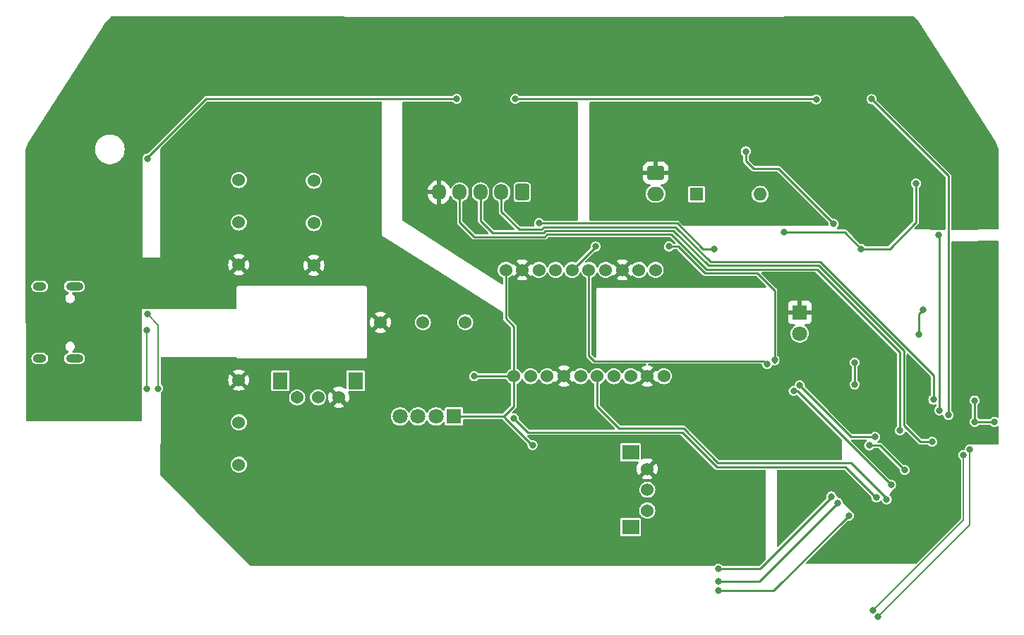
<source format=gbr>
%TF.GenerationSoftware,KiCad,Pcbnew,7.0.8*%
%TF.CreationDate,2024-01-02T21:28:17+01:00*%
%TF.ProjectId,Computer Mouse,436f6d70-7574-4657-9220-4d6f7573652e,rev?*%
%TF.SameCoordinates,Original*%
%TF.FileFunction,Copper,L2,Bot*%
%TF.FilePolarity,Positive*%
%FSLAX46Y46*%
G04 Gerber Fmt 4.6, Leading zero omitted, Abs format (unit mm)*
G04 Created by KiCad (PCBNEW 7.0.8) date 2024-01-02 21:28:17*
%MOMM*%
%LPD*%
G01*
G04 APERTURE LIST*
G04 Aperture macros list*
%AMRoundRect*
0 Rectangle with rounded corners*
0 $1 Rounding radius*
0 $2 $3 $4 $5 $6 $7 $8 $9 X,Y pos of 4 corners*
0 Add a 4 corners polygon primitive as box body*
4,1,4,$2,$3,$4,$5,$6,$7,$8,$9,$2,$3,0*
0 Add four circle primitives for the rounded corners*
1,1,$1+$1,$2,$3*
1,1,$1+$1,$4,$5*
1,1,$1+$1,$6,$7*
1,1,$1+$1,$8,$9*
0 Add four rect primitives between the rounded corners*
20,1,$1+$1,$2,$3,$4,$5,0*
20,1,$1+$1,$4,$5,$6,$7,0*
20,1,$1+$1,$6,$7,$8,$9,0*
20,1,$1+$1,$8,$9,$2,$3,0*%
G04 Aperture macros list end*
%TA.AperFunction,WasherPad*%
%ADD10R,1.800000X2.100000*%
%TD*%
%TA.AperFunction,ComponentPad*%
%ADD11C,1.540000*%
%TD*%
%TA.AperFunction,ComponentPad*%
%ADD12C,1.524000*%
%TD*%
%TA.AperFunction,ComponentPad*%
%ADD13R,1.800000X1.800000*%
%TD*%
%TA.AperFunction,ComponentPad*%
%ADD14C,1.800000*%
%TD*%
%TA.AperFunction,WasherPad*%
%ADD15R,2.100000X1.800000*%
%TD*%
%TA.AperFunction,ComponentPad*%
%ADD16O,2.100000X1.000000*%
%TD*%
%TA.AperFunction,ComponentPad*%
%ADD17O,1.600000X1.000000*%
%TD*%
%TA.AperFunction,ComponentPad*%
%ADD18RoundRect,0.250000X-0.750000X0.600000X-0.750000X-0.600000X0.750000X-0.600000X0.750000X0.600000X0*%
%TD*%
%TA.AperFunction,ComponentPad*%
%ADD19O,2.000000X1.700000*%
%TD*%
%TA.AperFunction,ComponentPad*%
%ADD20RoundRect,0.250000X0.600000X0.725000X-0.600000X0.725000X-0.600000X-0.725000X0.600000X-0.725000X0*%
%TD*%
%TA.AperFunction,ComponentPad*%
%ADD21O,1.700000X1.950000*%
%TD*%
%TA.AperFunction,ComponentPad*%
%ADD22R,1.600000X1.600000*%
%TD*%
%TA.AperFunction,ComponentPad*%
%ADD23O,1.600000X1.600000*%
%TD*%
%TA.AperFunction,ViaPad*%
%ADD24C,0.800000*%
%TD*%
%TA.AperFunction,Conductor*%
%ADD25C,0.250000*%
%TD*%
%TA.AperFunction,Conductor*%
%ADD26C,0.200000*%
%TD*%
G04 APERTURE END LIST*
D10*
%TO.P,SW4,*%
%TO.N,*%
X109975000Y-107920000D03*
X118975000Y-107920000D03*
D11*
%TO.P,SW4,A,A*%
%TO.N,Net-(R19-Pad2)*%
X111975000Y-109920000D03*
D12*
%TO.P,SW4,B,B*%
%TO.N,Net-(R18-Pad2)*%
X114475000Y-109920000D03*
%TO.P,SW4,C,C*%
%TO.N,GND*%
X116975000Y-109920000D03*
%TD*%
D13*
%TO.P,D1,1,A*%
%TO.N,+3V3*%
X130790000Y-112200000D03*
D14*
%TO.P,D1,2,BK*%
%TO.N,Net-(D1-BK)*%
X128631000Y-112200000D03*
%TO.P,D1,3,GK*%
%TO.N,Net-(D1-GK)*%
X126472000Y-112200000D03*
%TO.P,D1,4,RK*%
%TO.N,Net-(D1-RK)*%
X124313000Y-112200000D03*
%TD*%
D12*
%TO.P,SW2,1,A*%
%TO.N,Net-(SW2-A)*%
X113975000Y-83920000D03*
%TO.P,SW2,2,B*%
X113975000Y-89000000D03*
%TO.P,SW2,3,C*%
%TO.N,GND*%
X113975000Y-94080000D03*
%TD*%
%TO.P,SW5,1,A*%
%TO.N,Net-(SW5-A)*%
X132135000Y-100920000D03*
%TO.P,SW5,2,B*%
X127055000Y-100920000D03*
%TO.P,SW5,3,C*%
%TO.N,GND*%
X121975000Y-100920000D03*
%TD*%
D15*
%TO.P,SW7,*%
%TO.N,*%
X151975000Y-125500000D03*
X151975000Y-116500000D03*
D11*
%TO.P,SW7,A,A*%
%TO.N,Net-(R29-Pad2)*%
X153975000Y-123500000D03*
D12*
%TO.P,SW7,B,B*%
%TO.N,Net-(R28-Pad2)*%
X153975000Y-121000000D03*
%TO.P,SW7,C,C*%
%TO.N,GND*%
X153975000Y-118500000D03*
%TD*%
D16*
%TO.P,J2,S1,SHIELD*%
%TO.N,Net-(J2-SHIELD)*%
X85270000Y-96600000D03*
D17*
X81090000Y-96600000D03*
D16*
X85270000Y-105240000D03*
D17*
X81090000Y-105240000D03*
%TD*%
D18*
%TO.P,J3,1,Pin_1*%
%TO.N,GND*%
X154975000Y-83000000D03*
D19*
%TO.P,J3,2,Pin_2*%
%TO.N,Net-(J3-Pin_2)*%
X154975000Y-85500000D03*
%TD*%
D13*
%TO.P,D2,1,K*%
%TO.N,GND*%
X172275000Y-99725000D03*
D14*
%TO.P,D2,2,A*%
%TO.N,Net-(D2-A)*%
X172275000Y-102265000D03*
%TD*%
D12*
%TO.P,U9,1,NC*%
%TO.N,unconnected-(U9-NC-Pad1)*%
X154975000Y-94625000D03*
%TO.P,U9,2,NC*%
%TO.N,unconnected-(U9-NC-Pad2)*%
X152975000Y-94625000D03*
%TO.P,U9,3,NCS*%
%TO.N,GND*%
X150975000Y-94625000D03*
%TO.P,U9,4,SCLK*%
%TO.N,SCLK*%
X148975000Y-94625000D03*
%TO.P,U9,5,MOSI*%
%TO.N,MOSI*%
X146975000Y-94625000D03*
%TO.P,U9,6,MOTION*%
%TO.N,MOTION*%
X144975000Y-94625000D03*
%TO.P,U9,7,VDDIO*%
%TO.N,+3V3*%
X142975000Y-94625000D03*
%TO.P,U9,8,XYLED*%
%TO.N,Net-(U9-XYLED)*%
X140975000Y-94625000D03*
%TO.P,U9,9,GND*%
%TO.N,GND*%
X138975000Y-94625000D03*
%TO.P,U9,10,VDD*%
%TO.N,+3V3*%
X137000000Y-94625000D03*
%TO.P,U9,11,VDD*%
X137975000Y-107375000D03*
%TO.P,U9,12,NC*%
%TO.N,unconnected-(U9-NC-Pad12)*%
X139975000Y-107375000D03*
%TO.P,U9,13,REF*%
%TO.N,REF*%
X141975000Y-107375000D03*
%TO.P,U9,14,GND*%
%TO.N,GND*%
X143975000Y-107375000D03*
%TO.P,U9,15,NC*%
%TO.N,unconnected-(U9-NC-Pad15)*%
X145975000Y-107375000D03*
%TO.P,U9,16,MISO*%
%TO.N,MISO*%
X147975000Y-107375000D03*
%TO.P,U9,17,NC*%
%TO.N,unconnected-(U9-NC-Pad17)*%
X149975000Y-107375000D03*
%TO.P,U9,18,NC*%
%TO.N,unconnected-(U9-NC-Pad18)*%
X151975000Y-107375000D03*
%TO.P,U9,19,GND*%
%TO.N,GND*%
X153975000Y-107375000D03*
%TO.P,U9,20,NC*%
%TO.N,unconnected-(U9-NC-Pad20)*%
X155975000Y-107375000D03*
%TD*%
%TO.P,SW3,1,A*%
%TO.N,Net-(SW3-A)*%
X104975000Y-83840000D03*
%TO.P,SW3,2,B*%
X104975000Y-88920000D03*
%TO.P,SW3,3,C*%
%TO.N,GND*%
X104975000Y-94000000D03*
%TD*%
%TO.P,SW6,1,A*%
%TO.N,Net-(SW6-A)*%
X104975000Y-118000000D03*
%TO.P,SW6,2,B*%
X104975000Y-112920000D03*
%TO.P,SW6,3,C*%
%TO.N,GND*%
X104975000Y-107840000D03*
%TD*%
D20*
%TO.P,J1,1,Pin_1*%
%TO.N,+3V3*%
X138975000Y-85300000D03*
D21*
%TO.P,J1,2,Pin_2*%
%TO.N,SWDIO*%
X136475000Y-85300000D03*
%TO.P,J1,3,Pin_3*%
%TO.N,SWCLK*%
X133975000Y-85300000D03*
%TO.P,J1,4,Pin_4*%
%TO.N,NRST*%
X131475000Y-85300000D03*
%TO.P,J1,5,Pin_5*%
%TO.N,GND*%
X128975000Y-85300000D03*
%TD*%
D22*
%TO.P,SW1,1,A*%
%TO.N,Net-(J3-Pin_2)*%
X159900000Y-85550000D03*
D23*
%TO.P,SW1,2,B*%
%TO.N,+BATT*%
X167520000Y-85550000D03*
%TD*%
D24*
%TO.N,+3V3*%
X193250000Y-110300000D03*
X179650000Y-92100000D03*
X193275500Y-112850000D03*
X178850000Y-108350000D03*
X195624500Y-112850000D03*
X140212057Y-115655752D03*
X186200000Y-84250000D03*
X170350000Y-90100000D03*
X184850000Y-118650000D03*
X180600000Y-115700000D03*
X133200000Y-107400000D03*
X178850000Y-105750000D03*
%TO.N,GND*%
X180750000Y-108350000D03*
X181825500Y-128100000D03*
X140160000Y-92450000D03*
X123570000Y-120780000D03*
X194400000Y-94400000D03*
X91150000Y-96700000D03*
X130570000Y-120780000D03*
X144530000Y-91390000D03*
X88374500Y-100900000D03*
X111950000Y-118800000D03*
X96510000Y-108600000D03*
X164592000Y-81788000D03*
X174270000Y-116170000D03*
X89670000Y-107850000D03*
X193250000Y-114750000D03*
X137580000Y-120780000D03*
X191750000Y-108250000D03*
X162700000Y-125050000D03*
X178170000Y-80440000D03*
X187250000Y-127600000D03*
X170510000Y-119740000D03*
X182050000Y-86950000D03*
%TO.N,+BATT*%
X189025000Y-111475000D03*
X188925000Y-90425000D03*
%TO.N,SW3*%
X180883000Y-74133000D03*
X174244000Y-74168000D03*
X138140000Y-74110000D03*
X131120000Y-74100000D03*
X190100000Y-112050000D03*
X94050000Y-81250000D03*
%TO.N,SWDIO*%
X188300000Y-110200000D03*
%TO.N,SWCLK*%
X188150000Y-115250000D03*
%TO.N,NRST*%
X184300000Y-113900000D03*
%TO.N,STAT*%
X165787701Y-80400000D03*
X176350000Y-89100000D03*
%TO.N,SCLK*%
X137975000Y-112425000D03*
X181474500Y-121950353D03*
%TO.N,MISO*%
X182700879Y-122152133D03*
%TO.N,MOSI*%
X171540000Y-109160000D03*
X183220000Y-120424500D03*
X168350000Y-105950000D03*
%TO.N,MOTION*%
X181300000Y-114650000D03*
X147760000Y-91825500D03*
X172281167Y-108489421D03*
X169250000Y-105460000D03*
X156570000Y-91820000D03*
%TO.N,D-*%
X95300000Y-108850000D03*
X181050000Y-135450000D03*
X191882162Y-116839866D03*
X94000000Y-99950000D03*
%TO.N,D+*%
X93950000Y-108850000D03*
X181682923Y-136223573D03*
X192650000Y-116200000D03*
X93950000Y-101850000D03*
%TO.N,BT_RX*%
X187050000Y-99400000D03*
X186550000Y-102400000D03*
%TO.N,Net-(U9-XYLED)*%
X162000000Y-92150000D03*
X141000000Y-89025500D03*
%TO.N,Net-(U2-PA0)*%
X176062299Y-121812299D03*
X162500000Y-130500000D03*
%TO.N,Net-(U2-PA1)*%
X162500000Y-132000497D03*
X176825000Y-122575000D03*
%TO.N,Net-(U2-PA2)*%
X162500000Y-133100000D03*
X178150000Y-124100000D03*
%TD*%
D25*
%TO.N,+3V3*%
X136950000Y-112425305D02*
X136950000Y-112400000D01*
X133225000Y-107375000D02*
X137975000Y-107375000D01*
X137975000Y-110975000D02*
X136750000Y-112200000D01*
X133200000Y-107400000D02*
X133225000Y-107375000D01*
X137000000Y-100450000D02*
X137975000Y-101425000D01*
X136750000Y-112200000D02*
X130790000Y-112200000D01*
X177650000Y-90100000D02*
X170350000Y-90100000D01*
X193250000Y-110300000D02*
X193275500Y-110325500D01*
X193275500Y-110325500D02*
X193275500Y-112850000D01*
X179650000Y-92100000D02*
X177650000Y-90100000D01*
X181900000Y-115700000D02*
X184850000Y-118650000D01*
X137975000Y-107375000D02*
X137975000Y-110975000D01*
X178850000Y-105750000D02*
X178850000Y-108350000D01*
X186200000Y-88950000D02*
X186200000Y-84250000D01*
X140212057Y-115655752D02*
X140180447Y-115655752D01*
X136950000Y-112400000D02*
X136750000Y-112200000D01*
X179650000Y-92100000D02*
X183050000Y-92100000D01*
X140180447Y-115655752D02*
X136950000Y-112425305D01*
X137975000Y-101425000D02*
X137975000Y-107375000D01*
X195624500Y-112850000D02*
X193275500Y-112850000D01*
X183050000Y-92100000D02*
X186200000Y-88950000D01*
X137000000Y-94625000D02*
X137000000Y-100450000D01*
X180600000Y-115700000D02*
X181900000Y-115700000D01*
%TO.N,+BATT*%
X189025000Y-111475000D02*
X189025000Y-109899695D01*
X189025000Y-109899695D02*
X189000000Y-109874695D01*
X189000000Y-90500000D02*
X188925000Y-90425000D01*
X189000000Y-109874695D02*
X189000000Y-90500000D01*
%TO.N,SW3*%
X190100000Y-83350000D02*
X190100000Y-112050000D01*
X94050000Y-81100000D02*
X94050000Y-81250000D01*
X138140000Y-74110000D02*
X174186000Y-74110000D01*
X131120000Y-74100000D02*
X101050000Y-74100000D01*
X180850000Y-74100000D02*
X180883000Y-74133000D01*
X101050000Y-74100000D02*
X94050000Y-81100000D01*
X174186000Y-74110000D02*
X174244000Y-74168000D01*
X174176000Y-74100000D02*
X174244000Y-74168000D01*
X180883000Y-74133000D02*
X190100000Y-83350000D01*
%TO.N,SWDIO*%
X174700000Y-93650000D02*
X161550000Y-93650000D01*
X136475000Y-87625000D02*
X136475000Y-85300000D01*
X141300805Y-89750000D02*
X138600000Y-89750000D01*
X157375500Y-89475500D02*
X141575305Y-89475500D01*
X138600000Y-89750000D02*
X136475000Y-87625000D01*
X188300000Y-110200000D02*
X188300000Y-107250000D01*
X141575305Y-89475500D02*
X141300805Y-89750000D01*
X161550000Y-93650000D02*
X157375500Y-89475500D01*
X188300000Y-107250000D02*
X174700000Y-93650000D01*
%TO.N,SWCLK*%
X184750000Y-104336396D02*
X174513604Y-94100000D01*
X133975000Y-88725000D02*
X133975000Y-85300000D01*
X135450000Y-90200000D02*
X133975000Y-88725000D01*
X141761701Y-89925500D02*
X141487201Y-90200000D01*
X186750000Y-115250000D02*
X184750000Y-113250000D01*
X188150000Y-115250000D02*
X186750000Y-115250000D01*
X157125500Y-89925500D02*
X141761701Y-89925500D01*
X174513604Y-94100000D02*
X161300000Y-94100000D01*
X161300000Y-94100000D02*
X157125500Y-89925500D01*
X141487201Y-90200000D02*
X135450000Y-90200000D01*
X184750000Y-113250000D02*
X184750000Y-104336396D01*
%TO.N,NRST*%
X133200000Y-90650000D02*
X131475000Y-88925000D01*
X184300000Y-104522792D02*
X174327208Y-94550000D01*
X141673597Y-90650000D02*
X133200000Y-90650000D01*
X141948097Y-90375500D02*
X141673597Y-90650000D01*
X131475000Y-88925000D02*
X131475000Y-85300000D01*
X161050000Y-94550000D02*
X156875500Y-90375500D01*
X174327208Y-94550000D02*
X161050000Y-94550000D01*
X184300000Y-113900000D02*
X184300000Y-104522792D01*
X156875500Y-90375500D02*
X141948097Y-90375500D01*
%TO.N,STAT*%
X166750000Y-82500000D02*
X165787701Y-81537701D01*
X176350000Y-89100000D02*
X169750000Y-82500000D01*
X169750000Y-82500000D02*
X166750000Y-82500000D01*
X165787701Y-81537701D02*
X165787701Y-80400000D01*
%TO.N,SCLK*%
X181474500Y-121950353D02*
X181400353Y-121950353D01*
X181400353Y-121950353D02*
X177743198Y-118293198D01*
X177743198Y-118293198D02*
X162356802Y-118293198D01*
X162356802Y-118293198D02*
X158163604Y-114100000D01*
X139650000Y-114100000D02*
X137975000Y-112425000D01*
X158163604Y-114100000D02*
X139650000Y-114100000D01*
%TO.N,MISO*%
X182700879Y-122152133D02*
X182700879Y-122000879D01*
X162450000Y-117750000D02*
X158350000Y-113650000D01*
X147975000Y-111025000D02*
X147975000Y-107375000D01*
X182700879Y-122000879D02*
X178450000Y-117750000D01*
X158350000Y-113650000D02*
X150600000Y-113650000D01*
X178450000Y-117750000D02*
X162450000Y-117750000D01*
X150600000Y-113650000D02*
X147975000Y-111025000D01*
%TO.N,MOSI*%
X146975000Y-94625000D02*
X146975000Y-104905000D01*
X171955500Y-109160000D02*
X171540000Y-109160000D01*
X146975000Y-104905000D02*
X147620000Y-105550000D01*
X147620000Y-105550000D02*
X167950000Y-105550000D01*
X183220000Y-120424500D02*
X171955500Y-109160000D01*
X167950000Y-105550000D02*
X168350000Y-105950000D01*
%TO.N,MOTION*%
X147760000Y-91840000D02*
X144975000Y-94625000D01*
X181300000Y-114650000D02*
X178441746Y-114650000D01*
X169250000Y-105730000D02*
X169240000Y-105740000D01*
X178441746Y-114650000D02*
X172281167Y-108489421D01*
X156570000Y-91820000D02*
X157683604Y-91820000D01*
X169250000Y-97100000D02*
X169250000Y-105730000D01*
X160863604Y-95000000D02*
X167150000Y-95000000D01*
X169250000Y-105460000D02*
X169251746Y-105460000D01*
X147760000Y-91825500D02*
X147760000Y-91840000D01*
X167150000Y-95000000D02*
X169250000Y-97100000D01*
X157683604Y-91820000D02*
X160863604Y-95000000D01*
D26*
%TO.N,D-*%
X95300000Y-101250000D02*
X94000000Y-99950000D01*
X191900000Y-116857704D02*
X191882162Y-116839866D01*
X95300000Y-108150000D02*
X95300000Y-101250000D01*
X181050000Y-135450000D02*
X191900000Y-124600000D01*
X191900000Y-124600000D02*
X191900000Y-116857704D01*
X95300000Y-108150000D02*
X95300000Y-108850000D01*
%TO.N,D+*%
X192650000Y-125256496D02*
X192650000Y-116200000D01*
X93950000Y-108850000D02*
X93950000Y-101850000D01*
X181682923Y-136223573D02*
X192650000Y-125256496D01*
D25*
%TO.N,BT_RX*%
X187050000Y-99400000D02*
X186550000Y-99900000D01*
X186550000Y-99900000D02*
X186550000Y-102400000D01*
%TO.N,Net-(U9-XYLED)*%
X141000000Y-89025500D02*
X157561896Y-89025500D01*
X160686396Y-92150000D02*
X162000000Y-92150000D01*
X157561896Y-89025500D02*
X160686396Y-92150000D01*
%TO.N,Net-(U2-PA0)*%
X167500000Y-130500000D02*
X176062299Y-121937701D01*
X176062299Y-121937701D02*
X176062299Y-121812299D01*
X162500000Y-130500000D02*
X167500000Y-130500000D01*
%TO.N,Net-(U2-PA1)*%
X167450000Y-132000000D02*
X176825000Y-122625000D01*
X162500497Y-132000000D02*
X167450000Y-132000000D01*
X162500000Y-132000497D02*
X162500497Y-132000000D01*
X176825000Y-122625000D02*
X176825000Y-122575000D01*
%TO.N,Net-(U2-PA2)*%
X169150000Y-133100000D02*
X178150000Y-124100000D01*
X162500000Y-133100000D02*
X169150000Y-133100000D01*
%TD*%
%TA.AperFunction,Conductor*%
%TO.N,GND*%
G36*
X185968309Y-64207694D02*
G01*
X185993514Y-64229065D01*
X186519062Y-64811773D01*
X186531380Y-64827913D01*
X195794612Y-79281438D01*
X195804106Y-79299314D01*
X196139392Y-80078108D01*
X196149499Y-80127141D01*
X196149499Y-89666644D01*
X196129814Y-89733683D01*
X196077010Y-89779438D01*
X196025933Y-89790643D01*
X191259184Y-89807340D01*
X191234048Y-89800055D01*
X191200000Y-89800000D01*
X191049931Y-89799758D01*
X190549301Y-89798954D01*
X190482293Y-89779161D01*
X190436623Y-89726284D01*
X190425500Y-89674954D01*
X190425500Y-83366909D01*
X190425736Y-83361502D01*
X190428423Y-83330798D01*
X190429263Y-83321193D01*
X190429262Y-83321192D01*
X190429263Y-83321191D01*
X190418786Y-83282092D01*
X190417617Y-83276824D01*
X190410588Y-83236955D01*
X190410587Y-83236954D01*
X190410587Y-83236951D01*
X190408765Y-83231947D01*
X190401815Y-83215168D01*
X190399554Y-83210319D01*
X190399553Y-83210318D01*
X190399553Y-83210316D01*
X190376333Y-83177154D01*
X190373435Y-83172604D01*
X190363916Y-83156116D01*
X190353194Y-83137545D01*
X190353191Y-83137542D01*
X190353190Y-83137541D01*
X190336189Y-83123276D01*
X190322182Y-83111522D01*
X190318210Y-83107883D01*
X181515010Y-74304684D01*
X181481526Y-74243362D01*
X181479753Y-74200818D01*
X181488682Y-74133000D01*
X181488682Y-74132998D01*
X181468044Y-73976239D01*
X181468044Y-73976238D01*
X181407536Y-73830159D01*
X181311282Y-73704718D01*
X181185841Y-73608464D01*
X181124259Y-73582956D01*
X181039762Y-73547956D01*
X181039760Y-73547955D01*
X180883001Y-73527318D01*
X180882999Y-73527318D01*
X180726239Y-73547955D01*
X180726237Y-73547956D01*
X180580160Y-73608463D01*
X180454718Y-73704718D01*
X180358463Y-73830160D01*
X180297956Y-73976237D01*
X180297955Y-73976239D01*
X180277318Y-74132998D01*
X180277318Y-74133001D01*
X180297955Y-74289760D01*
X180297956Y-74289762D01*
X180354180Y-74425500D01*
X180358464Y-74435841D01*
X180454718Y-74561282D01*
X180580159Y-74657536D01*
X180726238Y-74718044D01*
X180754548Y-74721771D01*
X180882999Y-74738682D01*
X180883000Y-74738682D01*
X180883001Y-74738682D01*
X180918708Y-74733980D01*
X180950818Y-74729753D01*
X181019853Y-74740518D01*
X181054685Y-74765011D01*
X189738181Y-83448507D01*
X189771666Y-83509830D01*
X189774500Y-83536188D01*
X189774500Y-89673511D01*
X189754815Y-89740550D01*
X189702011Y-89786305D01*
X189650301Y-89797511D01*
X186117646Y-89791841D01*
X186050638Y-89772049D01*
X186004968Y-89719171D01*
X185995136Y-89649997D01*
X186024263Y-89586488D01*
X186030150Y-89580174D01*
X186418204Y-89192120D01*
X186422166Y-89188489D01*
X186453194Y-89162455D01*
X186473438Y-89127390D01*
X186476335Y-89122841D01*
X186499554Y-89089684D01*
X186499554Y-89089681D01*
X186501819Y-89084824D01*
X186508747Y-89068099D01*
X186510584Y-89063050D01*
X186510588Y-89063045D01*
X186517619Y-89023162D01*
X186518777Y-89017940D01*
X186529264Y-88978807D01*
X186525735Y-88938478D01*
X186525500Y-88933075D01*
X186525500Y-84818298D01*
X186545185Y-84751259D01*
X186574010Y-84719925D01*
X186628282Y-84678282D01*
X186724536Y-84552841D01*
X186785044Y-84406762D01*
X186805682Y-84250000D01*
X186785044Y-84093238D01*
X186724536Y-83947159D01*
X186628282Y-83821718D01*
X186502841Y-83725464D01*
X186356762Y-83664956D01*
X186356760Y-83664955D01*
X186200001Y-83644318D01*
X186199999Y-83644318D01*
X186043239Y-83664955D01*
X186043237Y-83664956D01*
X185897160Y-83725463D01*
X185771718Y-83821718D01*
X185675463Y-83947160D01*
X185614956Y-84093237D01*
X185614955Y-84093239D01*
X185594318Y-84249998D01*
X185594318Y-84250001D01*
X185614955Y-84406760D01*
X185614956Y-84406762D01*
X185675464Y-84552841D01*
X185771718Y-84678282D01*
X185825987Y-84719924D01*
X185867189Y-84776349D01*
X185874500Y-84818298D01*
X185874500Y-88763812D01*
X185854815Y-88830851D01*
X185838181Y-88851493D01*
X182951493Y-91738181D01*
X182890170Y-91771666D01*
X182863812Y-91774500D01*
X180218299Y-91774500D01*
X180151260Y-91754815D01*
X180119923Y-91725986D01*
X180078283Y-91671719D01*
X180078282Y-91671718D01*
X179952841Y-91575464D01*
X179927472Y-91564956D01*
X179806762Y-91514956D01*
X179806760Y-91514955D01*
X179650001Y-91494318D01*
X179649997Y-91494318D01*
X179582179Y-91503246D01*
X179513144Y-91492480D01*
X179478314Y-91467988D01*
X178711326Y-90701000D01*
X177892119Y-89881793D01*
X177888474Y-89877814D01*
X177862456Y-89846807D01*
X177862455Y-89846806D01*
X177851058Y-89840226D01*
X177827392Y-89826561D01*
X177822831Y-89823655D01*
X177808374Y-89813533D01*
X177789684Y-89800446D01*
X177789681Y-89800445D01*
X177784861Y-89798197D01*
X177768055Y-89791235D01*
X177763043Y-89789411D01*
X177723190Y-89782383D01*
X177717910Y-89781212D01*
X177678808Y-89770735D01*
X177643892Y-89773790D01*
X177638481Y-89774264D01*
X177633078Y-89774500D01*
X176822696Y-89774500D01*
X176755657Y-89754815D01*
X176709902Y-89702011D01*
X176699958Y-89632853D01*
X176728983Y-89569297D01*
X176747210Y-89552124D01*
X176778282Y-89528282D01*
X176874536Y-89402841D01*
X176935044Y-89256762D01*
X176955682Y-89100000D01*
X176955396Y-89097831D01*
X176941583Y-88992910D01*
X176935044Y-88943238D01*
X176874536Y-88797159D01*
X176778282Y-88671718D01*
X176652841Y-88575464D01*
X176564355Y-88538812D01*
X176506762Y-88514956D01*
X176506760Y-88514955D01*
X176350001Y-88494318D01*
X176349997Y-88494318D01*
X176282179Y-88503246D01*
X176213144Y-88492480D01*
X176178314Y-88467988D01*
X173186930Y-85476604D01*
X169992119Y-82281793D01*
X169988474Y-82277814D01*
X169962456Y-82246807D01*
X169962455Y-82246806D01*
X169951058Y-82240226D01*
X169927392Y-82226561D01*
X169922831Y-82223655D01*
X169909687Y-82214452D01*
X169889684Y-82200446D01*
X169889681Y-82200445D01*
X169884861Y-82198197D01*
X169868055Y-82191235D01*
X169863043Y-82189411D01*
X169823190Y-82182383D01*
X169817910Y-82181212D01*
X169778808Y-82170735D01*
X169743892Y-82173790D01*
X169738481Y-82174264D01*
X169733078Y-82174500D01*
X166936189Y-82174500D01*
X166869150Y-82154815D01*
X166848508Y-82138181D01*
X166149520Y-81439193D01*
X166116035Y-81377870D01*
X166113201Y-81351512D01*
X166113201Y-80968298D01*
X166132886Y-80901259D01*
X166161711Y-80869925D01*
X166215983Y-80828282D01*
X166312237Y-80702841D01*
X166372745Y-80556762D01*
X166393383Y-80400000D01*
X166372745Y-80243238D01*
X166312237Y-80097159D01*
X166215983Y-79971718D01*
X166090542Y-79875464D01*
X165944463Y-79814956D01*
X165944461Y-79814955D01*
X165787702Y-79794318D01*
X165787700Y-79794318D01*
X165630940Y-79814955D01*
X165630938Y-79814956D01*
X165484861Y-79875463D01*
X165359419Y-79971718D01*
X165263164Y-80097160D01*
X165202657Y-80243237D01*
X165202656Y-80243239D01*
X165182019Y-80399998D01*
X165182019Y-80400001D01*
X165202656Y-80556760D01*
X165202657Y-80556762D01*
X165251426Y-80674502D01*
X165263165Y-80702841D01*
X165359419Y-80828282D01*
X165413688Y-80869924D01*
X165454890Y-80926349D01*
X165462201Y-80968298D01*
X165462201Y-81520779D01*
X165461965Y-81526186D01*
X165458436Y-81566509D01*
X165468913Y-81605611D01*
X165470084Y-81610891D01*
X165477112Y-81650744D01*
X165478936Y-81655756D01*
X165485898Y-81672562D01*
X165488146Y-81677382D01*
X165488147Y-81677385D01*
X165497718Y-81691054D01*
X165511356Y-81710532D01*
X165514262Y-81715093D01*
X165534507Y-81750156D01*
X165565516Y-81776176D01*
X165569506Y-81779832D01*
X166507868Y-82718195D01*
X166511523Y-82722184D01*
X166537541Y-82753190D01*
X166537543Y-82753191D01*
X166537545Y-82753194D01*
X166572605Y-82773435D01*
X166577159Y-82776337D01*
X166610316Y-82799554D01*
X166610319Y-82799554D01*
X166615176Y-82801820D01*
X166631933Y-82808760D01*
X166636953Y-82810587D01*
X166636955Y-82810588D01*
X166676830Y-82817618D01*
X166682087Y-82818784D01*
X166721193Y-82829263D01*
X166761510Y-82825735D01*
X166766912Y-82825500D01*
X169563812Y-82825500D01*
X169630851Y-82845185D01*
X169651493Y-82861819D01*
X175717988Y-88928314D01*
X175751473Y-88989637D01*
X175753246Y-89032179D01*
X175744318Y-89099997D01*
X175744318Y-89100001D01*
X175758775Y-89209815D01*
X175748009Y-89278850D01*
X175701629Y-89331106D01*
X175635836Y-89350000D01*
X158398084Y-89350000D01*
X158331045Y-89330315D01*
X158310403Y-89313681D01*
X158059767Y-89063045D01*
X157804015Y-88807293D01*
X157800370Y-88803314D01*
X157774352Y-88772307D01*
X157774351Y-88772306D01*
X157761990Y-88765169D01*
X157739288Y-88752061D01*
X157734727Y-88749155D01*
X157709252Y-88731318D01*
X157701580Y-88725946D01*
X157701577Y-88725945D01*
X157696757Y-88723697D01*
X157679951Y-88716735D01*
X157674939Y-88714911D01*
X157635086Y-88707883D01*
X157629806Y-88706712D01*
X157590704Y-88696235D01*
X157555788Y-88699290D01*
X157550377Y-88699764D01*
X157544974Y-88700000D01*
X147144464Y-88700000D01*
X147077425Y-88680315D01*
X147031670Y-88627511D01*
X147020464Y-88575743D01*
X147020541Y-88538812D01*
X147032526Y-82750000D01*
X153475000Y-82750000D01*
X154541314Y-82750000D01*
X154515507Y-82790156D01*
X154475000Y-82928111D01*
X154475000Y-83071889D01*
X154515507Y-83209844D01*
X154541314Y-83250000D01*
X153475001Y-83250000D01*
X153475001Y-83649986D01*
X153485494Y-83752697D01*
X153540641Y-83919119D01*
X153540643Y-83919124D01*
X153632684Y-84068345D01*
X153756654Y-84192315D01*
X153905875Y-84284356D01*
X153905880Y-84284358D01*
X154072302Y-84339505D01*
X154072309Y-84339506D01*
X154175019Y-84349999D01*
X154252977Y-84349999D01*
X154320017Y-84369683D01*
X154365773Y-84422486D01*
X154375717Y-84491645D01*
X154346693Y-84555201D01*
X154311434Y-84583356D01*
X154238549Y-84622315D01*
X154078589Y-84753589D01*
X153947317Y-84913547D01*
X153947315Y-84913550D01*
X153917641Y-84969066D01*
X153849769Y-85096043D01*
X153789699Y-85294067D01*
X153769417Y-85500000D01*
X153789699Y-85705932D01*
X153817917Y-85798955D01*
X153849768Y-85903954D01*
X153947315Y-86086450D01*
X153981969Y-86128677D01*
X154078589Y-86246410D01*
X154175209Y-86325702D01*
X154238550Y-86377685D01*
X154421046Y-86475232D01*
X154619066Y-86535300D01*
X154619065Y-86535300D01*
X154655282Y-86538867D01*
X154773392Y-86550500D01*
X154773395Y-86550500D01*
X155176605Y-86550500D01*
X155176608Y-86550500D01*
X155330934Y-86535300D01*
X155528954Y-86475232D01*
X155711450Y-86377685D01*
X155721116Y-86369752D01*
X158899500Y-86369752D01*
X158911131Y-86428229D01*
X158911132Y-86428230D01*
X158955447Y-86494552D01*
X159021769Y-86538867D01*
X159021770Y-86538868D01*
X159080247Y-86550499D01*
X159080250Y-86550500D01*
X159080252Y-86550500D01*
X160719750Y-86550500D01*
X160719751Y-86550499D01*
X160734568Y-86547552D01*
X160778229Y-86538868D01*
X160778229Y-86538867D01*
X160778231Y-86538867D01*
X160844552Y-86494552D01*
X160888867Y-86428231D01*
X160888867Y-86428229D01*
X160888868Y-86428229D01*
X160900499Y-86369752D01*
X160900500Y-86369750D01*
X160900500Y-85550000D01*
X166514659Y-85550000D01*
X166533975Y-85746129D01*
X166591188Y-85934733D01*
X166684086Y-86108532D01*
X166684090Y-86108539D01*
X166809116Y-86260883D01*
X166961460Y-86385909D01*
X166961467Y-86385913D01*
X167135266Y-86478811D01*
X167135269Y-86478811D01*
X167135273Y-86478814D01*
X167323868Y-86536024D01*
X167520000Y-86555341D01*
X167716132Y-86536024D01*
X167904727Y-86478814D01*
X167911429Y-86475232D01*
X168000182Y-86427792D01*
X168078538Y-86385910D01*
X168230883Y-86260883D01*
X168355910Y-86108538D01*
X168448814Y-85934727D01*
X168506024Y-85746132D01*
X168525341Y-85550000D01*
X168506024Y-85353868D01*
X168448814Y-85165273D01*
X168448811Y-85165269D01*
X168448811Y-85165266D01*
X168355913Y-84991467D01*
X168355909Y-84991460D01*
X168230883Y-84839116D01*
X168078539Y-84714090D01*
X168078532Y-84714086D01*
X167904733Y-84621188D01*
X167904727Y-84621186D01*
X167716132Y-84563976D01*
X167716129Y-84563975D01*
X167520000Y-84544659D01*
X167323870Y-84563975D01*
X167135266Y-84621188D01*
X166961467Y-84714086D01*
X166961460Y-84714090D01*
X166809116Y-84839116D01*
X166684090Y-84991460D01*
X166684086Y-84991467D01*
X166591188Y-85165266D01*
X166533975Y-85353870D01*
X166514659Y-85550000D01*
X160900500Y-85550000D01*
X160900500Y-84730249D01*
X160900499Y-84730247D01*
X160888868Y-84671770D01*
X160888867Y-84671769D01*
X160844552Y-84605447D01*
X160778230Y-84561132D01*
X160778229Y-84561131D01*
X160719752Y-84549500D01*
X160719748Y-84549500D01*
X159080252Y-84549500D01*
X159080247Y-84549500D01*
X159021770Y-84561131D01*
X159021769Y-84561132D01*
X158955447Y-84605447D01*
X158911132Y-84671769D01*
X158911131Y-84671770D01*
X158899500Y-84730247D01*
X158899500Y-86369752D01*
X155721116Y-86369752D01*
X155871410Y-86246410D01*
X156002685Y-86086450D01*
X156100232Y-85903954D01*
X156160300Y-85705934D01*
X156180583Y-85500000D01*
X156160300Y-85294066D01*
X156100232Y-85096046D01*
X156002685Y-84913550D01*
X155945486Y-84843852D01*
X155871410Y-84753589D01*
X155711451Y-84622315D01*
X155638565Y-84583357D01*
X155588720Y-84534395D01*
X155573260Y-84466257D01*
X155597092Y-84400577D01*
X155652650Y-84358209D01*
X155697018Y-84349999D01*
X155774971Y-84349999D01*
X155774987Y-84349998D01*
X155877697Y-84339505D01*
X156044119Y-84284358D01*
X156044124Y-84284356D01*
X156193345Y-84192315D01*
X156317315Y-84068345D01*
X156409356Y-83919124D01*
X156409358Y-83919119D01*
X156464505Y-83752697D01*
X156464506Y-83752690D01*
X156474999Y-83649986D01*
X156475000Y-83649973D01*
X156475000Y-83250000D01*
X155408686Y-83250000D01*
X155434493Y-83209844D01*
X155475000Y-83071889D01*
X155475000Y-82928111D01*
X155434493Y-82790156D01*
X155408686Y-82750000D01*
X156474999Y-82750000D01*
X156474999Y-82350028D01*
X156474998Y-82350013D01*
X156464505Y-82247302D01*
X156409358Y-82080880D01*
X156409356Y-82080875D01*
X156317315Y-81931654D01*
X156193345Y-81807684D01*
X156044124Y-81715643D01*
X156044119Y-81715641D01*
X155877697Y-81660494D01*
X155877690Y-81660493D01*
X155774986Y-81650000D01*
X155225000Y-81650000D01*
X155225000Y-82564498D01*
X155117315Y-82515320D01*
X155010763Y-82500000D01*
X154939237Y-82500000D01*
X154832685Y-82515320D01*
X154725000Y-82564498D01*
X154725000Y-81650000D01*
X154175028Y-81650000D01*
X154175012Y-81650001D01*
X154072302Y-81660494D01*
X153905880Y-81715641D01*
X153905875Y-81715643D01*
X153756654Y-81807684D01*
X153632684Y-81931654D01*
X153540643Y-82080875D01*
X153540641Y-82080880D01*
X153485494Y-82247302D01*
X153485493Y-82247309D01*
X153475000Y-82350013D01*
X153475000Y-82750000D01*
X147032526Y-82750000D01*
X147038230Y-79994636D01*
X147049484Y-74559243D01*
X147069308Y-74492245D01*
X147122206Y-74446599D01*
X147173484Y-74435500D01*
X173631196Y-74435500D01*
X173698235Y-74455185D01*
X173729572Y-74484014D01*
X173788861Y-74561282D01*
X173815718Y-74596282D01*
X173941159Y-74692536D01*
X174087238Y-74753044D01*
X174165619Y-74763363D01*
X174243999Y-74773682D01*
X174244000Y-74773682D01*
X174244001Y-74773682D01*
X174309863Y-74765011D01*
X174400762Y-74753044D01*
X174546841Y-74692536D01*
X174672282Y-74596282D01*
X174768536Y-74470841D01*
X174829044Y-74324762D01*
X174842802Y-74220254D01*
X174849682Y-74168001D01*
X174849682Y-74167998D01*
X174829044Y-74011239D01*
X174829044Y-74011238D01*
X174768536Y-73865159D01*
X174672282Y-73739718D01*
X174546841Y-73643464D01*
X174400762Y-73582956D01*
X174400760Y-73582955D01*
X174244001Y-73562318D01*
X174243999Y-73562318D01*
X174087239Y-73582955D01*
X174087237Y-73582956D01*
X173941160Y-73643463D01*
X173941159Y-73643464D01*
X173815718Y-73739718D01*
X173815716Y-73739719D01*
X173815711Y-73739724D01*
X173809966Y-73745469D01*
X173808120Y-73743623D01*
X173762155Y-73777189D01*
X173720205Y-73784500D01*
X138708299Y-73784500D01*
X138641260Y-73764815D01*
X138609923Y-73735986D01*
X138568283Y-73681719D01*
X138555251Y-73671719D01*
X138442841Y-73585464D01*
X138436786Y-73582956D01*
X138296762Y-73524956D01*
X138296760Y-73524955D01*
X138140001Y-73504318D01*
X138139999Y-73504318D01*
X137983239Y-73524955D01*
X137983237Y-73524956D01*
X137837160Y-73585463D01*
X137711718Y-73681718D01*
X137615463Y-73807160D01*
X137554956Y-73953237D01*
X137554955Y-73953239D01*
X137534318Y-74109998D01*
X137534318Y-74110001D01*
X137554955Y-74266760D01*
X137554956Y-74266762D01*
X137615464Y-74412841D01*
X137711718Y-74538282D01*
X137837159Y-74634536D01*
X137983238Y-74695044D01*
X138061619Y-74705363D01*
X138139999Y-74715682D01*
X138140000Y-74715682D01*
X138140001Y-74715682D01*
X138192254Y-74708802D01*
X138296762Y-74695044D01*
X138442841Y-74634536D01*
X138568282Y-74538282D01*
X138609923Y-74484013D01*
X138666351Y-74442811D01*
X138708299Y-74435500D01*
X145526000Y-74435500D01*
X145593039Y-74455185D01*
X145638794Y-74507989D01*
X145650000Y-74559500D01*
X145650000Y-88576000D01*
X145630315Y-88643039D01*
X145577511Y-88688794D01*
X145526000Y-88700000D01*
X141568299Y-88700000D01*
X141501260Y-88680315D01*
X141469923Y-88651486D01*
X141463441Y-88643039D01*
X141450745Y-88626493D01*
X141428283Y-88597219D01*
X141400295Y-88575743D01*
X141302841Y-88500964D01*
X141286796Y-88494318D01*
X141156762Y-88440456D01*
X141156760Y-88440455D01*
X141000001Y-88419818D01*
X140999999Y-88419818D01*
X140843239Y-88440455D01*
X140843237Y-88440456D01*
X140697160Y-88500963D01*
X140571718Y-88597218D01*
X140475463Y-88722660D01*
X140414956Y-88868737D01*
X140414955Y-88868739D01*
X140394318Y-89025498D01*
X140394318Y-89025501D01*
X140414955Y-89182260D01*
X140414957Y-89182265D01*
X140444276Y-89253048D01*
X140451745Y-89322517D01*
X140420470Y-89384996D01*
X140360380Y-89420648D01*
X140329715Y-89424500D01*
X138786188Y-89424500D01*
X138719149Y-89404815D01*
X138698507Y-89388181D01*
X136836819Y-87526493D01*
X136803334Y-87465170D01*
X136800500Y-87438812D01*
X136800500Y-86515583D01*
X136820185Y-86448544D01*
X136872989Y-86402789D01*
X136877049Y-86401021D01*
X136878945Y-86400234D01*
X136878954Y-86400232D01*
X137061450Y-86302685D01*
X137221410Y-86171410D01*
X137297028Y-86079269D01*
X137924500Y-86079269D01*
X137927353Y-86109699D01*
X137927353Y-86109701D01*
X137972206Y-86237880D01*
X137972207Y-86237882D01*
X138052850Y-86347150D01*
X138162118Y-86427793D01*
X138204845Y-86442744D01*
X138290299Y-86472646D01*
X138320730Y-86475500D01*
X138320734Y-86475500D01*
X139629270Y-86475500D01*
X139659699Y-86472646D01*
X139659701Y-86472646D01*
X139739101Y-86444862D01*
X139787882Y-86427793D01*
X139897150Y-86347150D01*
X139977793Y-86237882D01*
X140001052Y-86171410D01*
X140022646Y-86109701D01*
X140022646Y-86109699D01*
X140025500Y-86079269D01*
X140025500Y-84520730D01*
X140022646Y-84490300D01*
X140022646Y-84490298D01*
X139977793Y-84362119D01*
X139977792Y-84362117D01*
X139974908Y-84358209D01*
X139897150Y-84252850D01*
X139787882Y-84172207D01*
X139787880Y-84172206D01*
X139659700Y-84127353D01*
X139629270Y-84124500D01*
X139629266Y-84124500D01*
X138320734Y-84124500D01*
X138320730Y-84124500D01*
X138290300Y-84127353D01*
X138290298Y-84127353D01*
X138162119Y-84172206D01*
X138162117Y-84172207D01*
X138052850Y-84252850D01*
X137972207Y-84362117D01*
X137972206Y-84362119D01*
X137927353Y-84490298D01*
X137927353Y-84490300D01*
X137924500Y-84520730D01*
X137924500Y-86079269D01*
X137297028Y-86079269D01*
X137352685Y-86011450D01*
X137450232Y-85828954D01*
X137510300Y-85630934D01*
X137525500Y-85476608D01*
X137525500Y-85123392D01*
X137510300Y-84969066D01*
X137450232Y-84771046D01*
X137352685Y-84588550D01*
X137272052Y-84490298D01*
X137221410Y-84428589D01*
X137103677Y-84331969D01*
X137061450Y-84297315D01*
X136878954Y-84199768D01*
X136680934Y-84139700D01*
X136680932Y-84139699D01*
X136680934Y-84139699D01*
X136475000Y-84119417D01*
X136269067Y-84139699D01*
X136071043Y-84199769D01*
X135977073Y-84249998D01*
X135888550Y-84297315D01*
X135888548Y-84297316D01*
X135888547Y-84297317D01*
X135728589Y-84428589D01*
X135597317Y-84588547D01*
X135597315Y-84588550D01*
X135579267Y-84622315D01*
X135499769Y-84771043D01*
X135499768Y-84771045D01*
X135499768Y-84771046D01*
X135498317Y-84775828D01*
X135439699Y-84969067D01*
X135424500Y-85123395D01*
X135424500Y-85476604D01*
X135439699Y-85630932D01*
X135462450Y-85705932D01*
X135499768Y-85828954D01*
X135597315Y-86011450D01*
X135597317Y-86011452D01*
X135728589Y-86171410D01*
X135809584Y-86237880D01*
X135888550Y-86302685D01*
X136071046Y-86400232D01*
X136071051Y-86400233D01*
X136072951Y-86401021D01*
X136073796Y-86401701D01*
X136076419Y-86403104D01*
X136076153Y-86403601D01*
X136127355Y-86444862D01*
X136149421Y-86511156D01*
X136149500Y-86515583D01*
X136149500Y-87608078D01*
X136149264Y-87613485D01*
X136145735Y-87653808D01*
X136156212Y-87692910D01*
X136157383Y-87698190D01*
X136164411Y-87738043D01*
X136166235Y-87743055D01*
X136173197Y-87759861D01*
X136175445Y-87764681D01*
X136175446Y-87764684D01*
X136189452Y-87784687D01*
X136198655Y-87797831D01*
X136201561Y-87802392D01*
X136221806Y-87837455D01*
X136252815Y-87863475D01*
X136256805Y-87867131D01*
X138052493Y-89662819D01*
X138085978Y-89724142D01*
X138080994Y-89793834D01*
X138039122Y-89849767D01*
X137973658Y-89874184D01*
X137964812Y-89874500D01*
X135636188Y-89874500D01*
X135569149Y-89854815D01*
X135548507Y-89838181D01*
X134336819Y-88626493D01*
X134303334Y-88565170D01*
X134300500Y-88538812D01*
X134300500Y-86515583D01*
X134320185Y-86448544D01*
X134372989Y-86402789D01*
X134377049Y-86401021D01*
X134378945Y-86400234D01*
X134378954Y-86400232D01*
X134561450Y-86302685D01*
X134721410Y-86171410D01*
X134852685Y-86011450D01*
X134950232Y-85828954D01*
X135010300Y-85630934D01*
X135025500Y-85476608D01*
X135025500Y-85123392D01*
X135010300Y-84969066D01*
X134950232Y-84771046D01*
X134852685Y-84588550D01*
X134772052Y-84490298D01*
X134721410Y-84428589D01*
X134603677Y-84331969D01*
X134561450Y-84297315D01*
X134378954Y-84199768D01*
X134180934Y-84139700D01*
X134180932Y-84139699D01*
X134180934Y-84139699D01*
X133975000Y-84119417D01*
X133769067Y-84139699D01*
X133571043Y-84199769D01*
X133477073Y-84249998D01*
X133388550Y-84297315D01*
X133388548Y-84297316D01*
X133388547Y-84297317D01*
X133228589Y-84428589D01*
X133097317Y-84588547D01*
X133097315Y-84588550D01*
X133079267Y-84622315D01*
X132999769Y-84771043D01*
X132999768Y-84771045D01*
X132999768Y-84771046D01*
X132998317Y-84775828D01*
X132939699Y-84969067D01*
X132924500Y-85123395D01*
X132924500Y-85476604D01*
X132939699Y-85630932D01*
X132962450Y-85705932D01*
X132999768Y-85828954D01*
X133097315Y-86011450D01*
X133097317Y-86011452D01*
X133228589Y-86171410D01*
X133309584Y-86237880D01*
X133388550Y-86302685D01*
X133571046Y-86400232D01*
X133571051Y-86400233D01*
X133572951Y-86401021D01*
X133573796Y-86401701D01*
X133576419Y-86403104D01*
X133576153Y-86403601D01*
X133627355Y-86444862D01*
X133649421Y-86511156D01*
X133649500Y-86515583D01*
X133649500Y-88708078D01*
X133649264Y-88713485D01*
X133645735Y-88753808D01*
X133656212Y-88792910D01*
X133657383Y-88798190D01*
X133664411Y-88838043D01*
X133666235Y-88843055D01*
X133673197Y-88859861D01*
X133675445Y-88864681D01*
X133675446Y-88864684D01*
X133689452Y-88884687D01*
X133698655Y-88897831D01*
X133701561Y-88902392D01*
X133721806Y-88937455D01*
X133752815Y-88963475D01*
X133756805Y-88967131D01*
X134902493Y-90112819D01*
X134935978Y-90174142D01*
X134930994Y-90243834D01*
X134889122Y-90299767D01*
X134823658Y-90324184D01*
X134814812Y-90324500D01*
X133386189Y-90324500D01*
X133319150Y-90304815D01*
X133298508Y-90288181D01*
X131836819Y-88826492D01*
X131803334Y-88765169D01*
X131800500Y-88738811D01*
X131800500Y-86515583D01*
X131820185Y-86448544D01*
X131872989Y-86402789D01*
X131877049Y-86401021D01*
X131878945Y-86400234D01*
X131878954Y-86400232D01*
X132061450Y-86302685D01*
X132221410Y-86171410D01*
X132352685Y-86011450D01*
X132450232Y-85828954D01*
X132510300Y-85630934D01*
X132525500Y-85476608D01*
X132525500Y-85123392D01*
X132510300Y-84969066D01*
X132450232Y-84771046D01*
X132352685Y-84588550D01*
X132272052Y-84490298D01*
X132221410Y-84428589D01*
X132103677Y-84331969D01*
X132061450Y-84297315D01*
X131878954Y-84199768D01*
X131680934Y-84139700D01*
X131680932Y-84139699D01*
X131680934Y-84139699D01*
X131475000Y-84119417D01*
X131269067Y-84139699D01*
X131071043Y-84199769D01*
X130977073Y-84249998D01*
X130888550Y-84297315D01*
X130888548Y-84297316D01*
X130888547Y-84297317D01*
X130728589Y-84428589D01*
X130597317Y-84588547D01*
X130597315Y-84588550D01*
X130579267Y-84622315D01*
X130499765Y-84771051D01*
X130497438Y-84776670D01*
X130495407Y-84775828D01*
X130462504Y-84826000D01*
X130398682Y-84854435D01*
X130329619Y-84843852D01*
X130277240Y-84797610D01*
X130262397Y-84763631D01*
X130248434Y-84711518D01*
X130248429Y-84711507D01*
X130148600Y-84497422D01*
X130148599Y-84497420D01*
X130013113Y-84303926D01*
X130013108Y-84303920D01*
X129846082Y-84136894D01*
X129652578Y-84001399D01*
X129438492Y-83901570D01*
X129438486Y-83901567D01*
X129225000Y-83844364D01*
X129225000Y-84891981D01*
X129110199Y-84839554D01*
X129008975Y-84825000D01*
X128941025Y-84825000D01*
X128839801Y-84839554D01*
X128725000Y-84891981D01*
X128725000Y-83844364D01*
X128724999Y-83844364D01*
X128511513Y-83901567D01*
X128511507Y-83901570D01*
X128297422Y-84001399D01*
X128297420Y-84001400D01*
X128103926Y-84136886D01*
X128103920Y-84136891D01*
X127936891Y-84303920D01*
X127936886Y-84303926D01*
X127801400Y-84497420D01*
X127801399Y-84497422D01*
X127701570Y-84711507D01*
X127701566Y-84711516D01*
X127640432Y-84939673D01*
X127640430Y-84939683D01*
X127630779Y-85050000D01*
X128571031Y-85050000D01*
X128538481Y-85100649D01*
X128500000Y-85231705D01*
X128500000Y-85368295D01*
X128538481Y-85499351D01*
X128571031Y-85550000D01*
X127630779Y-85550000D01*
X127640430Y-85660316D01*
X127640432Y-85660326D01*
X127701566Y-85888483D01*
X127701570Y-85888492D01*
X127801399Y-86102577D01*
X127936886Y-86296073D01*
X127936891Y-86296079D01*
X128103917Y-86463105D01*
X128297421Y-86598600D01*
X128511507Y-86698429D01*
X128511516Y-86698433D01*
X128725000Y-86755634D01*
X128725000Y-85708018D01*
X128839801Y-85760446D01*
X128941025Y-85775000D01*
X129008975Y-85775000D01*
X129110199Y-85760446D01*
X129225000Y-85708018D01*
X129225000Y-86755633D01*
X129438483Y-86698433D01*
X129438492Y-86698429D01*
X129652577Y-86598600D01*
X129652579Y-86598599D01*
X129846073Y-86463113D01*
X129846079Y-86463108D01*
X130013108Y-86296079D01*
X130013113Y-86296073D01*
X130148601Y-86102577D01*
X130248429Y-85888492D01*
X130248434Y-85888481D01*
X130262397Y-85836368D01*
X130298761Y-85776707D01*
X130361607Y-85746177D01*
X130430983Y-85754471D01*
X130484861Y-85798955D01*
X130496639Y-85823660D01*
X130497438Y-85823330D01*
X130499765Y-85828948D01*
X130499767Y-85828953D01*
X130499768Y-85828954D01*
X130597315Y-86011450D01*
X130597317Y-86011452D01*
X130728589Y-86171410D01*
X130809584Y-86237880D01*
X130888550Y-86302685D01*
X131071046Y-86400232D01*
X131071051Y-86400233D01*
X131072951Y-86401021D01*
X131073796Y-86401701D01*
X131076419Y-86403104D01*
X131076153Y-86403601D01*
X131127355Y-86444862D01*
X131149421Y-86511156D01*
X131149500Y-86515583D01*
X131149500Y-88908078D01*
X131149264Y-88913485D01*
X131145735Y-88953808D01*
X131156212Y-88992910D01*
X131157383Y-88998190D01*
X131164411Y-89038043D01*
X131166235Y-89043055D01*
X131173197Y-89059861D01*
X131175445Y-89064681D01*
X131175446Y-89064684D01*
X131189452Y-89084687D01*
X131198655Y-89097831D01*
X131201561Y-89102392D01*
X131221806Y-89137455D01*
X131252815Y-89163475D01*
X131256805Y-89167131D01*
X132957868Y-90868195D01*
X132961523Y-90872184D01*
X132987541Y-90903190D01*
X132987542Y-90903191D01*
X132987545Y-90903194D01*
X133016387Y-90919845D01*
X133022604Y-90923435D01*
X133027154Y-90926333D01*
X133060316Y-90949553D01*
X133060318Y-90949553D01*
X133060319Y-90949554D01*
X133065168Y-90951815D01*
X133081947Y-90958765D01*
X133086952Y-90960587D01*
X133086953Y-90960587D01*
X133086955Y-90960588D01*
X133126829Y-90967618D01*
X133132092Y-90968786D01*
X133143907Y-90971951D01*
X133171193Y-90979263D01*
X133211510Y-90975735D01*
X133216912Y-90975500D01*
X141656675Y-90975500D01*
X141662078Y-90975735D01*
X141702404Y-90979264D01*
X141741537Y-90968777D01*
X141746759Y-90967619D01*
X141786642Y-90960588D01*
X141786647Y-90960584D01*
X141791696Y-90958747D01*
X141808421Y-90951819D01*
X141813278Y-90949554D01*
X141813281Y-90949554D01*
X141846438Y-90926335D01*
X141850987Y-90923438D01*
X141886052Y-90903194D01*
X141912072Y-90872182D01*
X141915713Y-90868208D01*
X142046605Y-90737318D01*
X142107929Y-90703834D01*
X142134286Y-90701000D01*
X156689312Y-90701000D01*
X156756351Y-90720685D01*
X156776993Y-90737319D01*
X157322493Y-91282819D01*
X157355978Y-91344142D01*
X157350994Y-91413834D01*
X157309122Y-91469767D01*
X157243658Y-91494184D01*
X157234812Y-91494500D01*
X157138299Y-91494500D01*
X157071260Y-91474815D01*
X157039923Y-91445986D01*
X156998283Y-91391719D01*
X156998282Y-91391718D01*
X156872841Y-91295464D01*
X156850217Y-91286093D01*
X156726762Y-91234956D01*
X156726760Y-91234955D01*
X156570001Y-91214318D01*
X156569999Y-91214318D01*
X156413239Y-91234955D01*
X156413237Y-91234956D01*
X156267160Y-91295463D01*
X156141718Y-91391718D01*
X156045463Y-91517160D01*
X155984956Y-91663237D01*
X155984955Y-91663239D01*
X155964318Y-91819998D01*
X155964318Y-91820001D01*
X155984955Y-91976760D01*
X155984956Y-91976762D01*
X156007910Y-92032179D01*
X156045464Y-92122841D01*
X156141718Y-92248282D01*
X156267159Y-92344536D01*
X156413238Y-92405044D01*
X156491619Y-92415363D01*
X156569999Y-92425682D01*
X156570000Y-92425682D01*
X156570001Y-92425682D01*
X156631290Y-92417613D01*
X156726762Y-92405044D01*
X156872841Y-92344536D01*
X156998282Y-92248282D01*
X157039923Y-92194013D01*
X157096351Y-92152811D01*
X157138299Y-92145500D01*
X157497416Y-92145500D01*
X157564455Y-92165185D01*
X157585097Y-92181819D01*
X160621467Y-95218189D01*
X160625122Y-95222178D01*
X160651145Y-95253190D01*
X160651147Y-95253191D01*
X160651149Y-95253194D01*
X160651151Y-95253195D01*
X160651152Y-95253196D01*
X160686203Y-95273433D01*
X160690766Y-95276339D01*
X160723920Y-95299554D01*
X160723923Y-95299554D01*
X160728780Y-95301820D01*
X160745537Y-95308760D01*
X160750557Y-95310587D01*
X160750559Y-95310588D01*
X160790434Y-95317618D01*
X160795691Y-95318784D01*
X160834797Y-95329263D01*
X160875114Y-95325735D01*
X160880516Y-95325500D01*
X166963812Y-95325500D01*
X167030851Y-95345185D01*
X167051493Y-95361819D01*
X168227493Y-96537819D01*
X168260978Y-96599142D01*
X168255994Y-96668834D01*
X168214122Y-96724767D01*
X168148658Y-96749184D01*
X168139812Y-96749500D01*
X148136886Y-96749500D01*
X148112694Y-96747117D01*
X148100001Y-96744592D01*
X148099999Y-96744592D01*
X148075325Y-96749500D01*
X148002263Y-96764032D01*
X148002260Y-96764033D01*
X147919399Y-96819399D01*
X147864033Y-96902261D01*
X147844592Y-96999997D01*
X147844592Y-96999998D01*
X147844592Y-97000000D01*
X147844761Y-97000852D01*
X147847117Y-97012691D01*
X147849500Y-97036885D01*
X147849500Y-104963114D01*
X147847117Y-104987306D01*
X147844592Y-104999999D01*
X147844592Y-105012214D01*
X147841013Y-105012214D01*
X147836650Y-105060971D01*
X147793788Y-105116149D01*
X147727899Y-105139394D01*
X147659902Y-105123327D01*
X147633579Y-105103253D01*
X147336819Y-104806493D01*
X147303334Y-104745170D01*
X147300500Y-104718812D01*
X147300500Y-95676741D01*
X150276811Y-95676741D01*
X150341582Y-95722094D01*
X150341592Y-95722100D01*
X150541715Y-95815419D01*
X150541729Y-95815424D01*
X150755013Y-95872573D01*
X150755023Y-95872575D01*
X150974999Y-95891821D01*
X150975001Y-95891821D01*
X151194976Y-95872575D01*
X151194986Y-95872573D01*
X151408270Y-95815424D01*
X151408284Y-95815419D01*
X151608408Y-95722100D01*
X151608420Y-95722093D01*
X151673186Y-95676742D01*
X151673187Y-95676740D01*
X150975001Y-94978553D01*
X150975000Y-94978553D01*
X150276811Y-95676741D01*
X147300500Y-95676741D01*
X147300500Y-95616706D01*
X147320185Y-95549667D01*
X147366045Y-95507349D01*
X147512324Y-95429162D01*
X147658883Y-95308883D01*
X147779162Y-95162324D01*
X147819327Y-95087181D01*
X147865642Y-95000532D01*
X147914604Y-94950688D01*
X147982742Y-94935227D01*
X148048421Y-94959058D01*
X148084358Y-95000532D01*
X148170834Y-95162318D01*
X148170838Y-95162325D01*
X148291116Y-95308883D01*
X148437674Y-95429161D01*
X148437681Y-95429165D01*
X148604877Y-95518533D01*
X148604878Y-95518533D01*
X148604885Y-95518537D01*
X148786317Y-95573573D01*
X148786316Y-95573573D01*
X148803233Y-95575239D01*
X148975000Y-95592157D01*
X149163683Y-95573573D01*
X149345115Y-95518537D01*
X149512324Y-95429162D01*
X149658883Y-95308883D01*
X149692452Y-95267978D01*
X149750198Y-95228644D01*
X149820042Y-95226773D01*
X149879811Y-95262960D01*
X149889881Y-95275519D01*
X149923258Y-95323187D01*
X150621446Y-94625000D01*
X150621446Y-94624999D01*
X150593287Y-94596840D01*
X150671105Y-94596840D01*
X150681454Y-94708521D01*
X150731448Y-94808922D01*
X150814334Y-94884484D01*
X150918920Y-94925000D01*
X151002802Y-94925000D01*
X151085250Y-94909588D01*
X151180610Y-94850543D01*
X151248201Y-94761038D01*
X151278895Y-94653160D01*
X151276286Y-94625000D01*
X151328553Y-94625000D01*
X152026740Y-95323187D01*
X152060119Y-95275519D01*
X152114696Y-95231894D01*
X152184194Y-95224702D01*
X152246549Y-95256225D01*
X152257546Y-95267978D01*
X152291116Y-95308883D01*
X152437674Y-95429161D01*
X152437681Y-95429165D01*
X152604877Y-95518533D01*
X152604878Y-95518533D01*
X152604885Y-95518537D01*
X152786317Y-95573573D01*
X152786316Y-95573573D01*
X152803233Y-95575239D01*
X152975000Y-95592157D01*
X153163683Y-95573573D01*
X153345115Y-95518537D01*
X153512324Y-95429162D01*
X153658883Y-95308883D01*
X153779162Y-95162324D01*
X153819327Y-95087181D01*
X153865642Y-95000532D01*
X153914604Y-94950688D01*
X153982742Y-94935227D01*
X154048421Y-94959058D01*
X154084358Y-95000532D01*
X154170834Y-95162318D01*
X154170838Y-95162325D01*
X154291116Y-95308883D01*
X154437674Y-95429161D01*
X154437681Y-95429165D01*
X154604877Y-95518533D01*
X154604878Y-95518533D01*
X154604885Y-95518537D01*
X154786317Y-95573573D01*
X154786316Y-95573573D01*
X154803233Y-95575239D01*
X154975000Y-95592157D01*
X155163683Y-95573573D01*
X155345115Y-95518537D01*
X155512324Y-95429162D01*
X155658883Y-95308883D01*
X155779162Y-95162324D01*
X155868537Y-94995115D01*
X155923573Y-94813683D01*
X155942157Y-94625000D01*
X155923573Y-94436317D01*
X155868537Y-94254885D01*
X155779162Y-94087676D01*
X155779161Y-94087674D01*
X155658883Y-93941116D01*
X155512325Y-93820838D01*
X155512318Y-93820834D01*
X155345122Y-93731466D01*
X155345119Y-93731465D01*
X155345118Y-93731464D01*
X155345115Y-93731463D01*
X155163683Y-93676427D01*
X155163681Y-93676426D01*
X155163683Y-93676426D01*
X154975000Y-93657843D01*
X154786318Y-93676426D01*
X154680338Y-93708575D01*
X154604885Y-93731463D01*
X154604882Y-93731464D01*
X154604880Y-93731465D01*
X154604877Y-93731466D01*
X154437681Y-93820834D01*
X154437674Y-93820838D01*
X154291116Y-93941116D01*
X154170838Y-94087674D01*
X154170834Y-94087681D01*
X154084358Y-94249467D01*
X154035396Y-94299311D01*
X153967258Y-94314772D01*
X153901578Y-94290940D01*
X153865642Y-94249467D01*
X153779165Y-94087681D01*
X153779161Y-94087674D01*
X153658883Y-93941116D01*
X153512325Y-93820838D01*
X153512318Y-93820834D01*
X153345122Y-93731466D01*
X153345119Y-93731465D01*
X153345118Y-93731464D01*
X153345115Y-93731463D01*
X153163683Y-93676427D01*
X153163681Y-93676426D01*
X153163683Y-93676426D01*
X152975000Y-93657843D01*
X152786318Y-93676426D01*
X152680338Y-93708575D01*
X152604885Y-93731463D01*
X152604882Y-93731464D01*
X152604880Y-93731465D01*
X152604877Y-93731466D01*
X152437681Y-93820834D01*
X152437674Y-93820838D01*
X152291115Y-93941117D01*
X152257545Y-93982022D01*
X152199798Y-94021356D01*
X152129954Y-94023225D01*
X152070186Y-93987037D01*
X152060118Y-93974480D01*
X152026740Y-93926811D01*
X151328553Y-94624999D01*
X151328553Y-94625000D01*
X151276286Y-94625000D01*
X151268546Y-94541479D01*
X151218552Y-94441078D01*
X151135666Y-94365516D01*
X151031080Y-94325000D01*
X150947198Y-94325000D01*
X150864750Y-94340412D01*
X150769390Y-94399457D01*
X150701799Y-94488962D01*
X150671105Y-94596840D01*
X150593287Y-94596840D01*
X149923258Y-93926811D01*
X149923257Y-93926812D01*
X149889881Y-93974479D01*
X149835304Y-94018104D01*
X149765806Y-94025298D01*
X149703451Y-93993775D01*
X149692453Y-93982021D01*
X149658883Y-93941116D01*
X149512325Y-93820838D01*
X149512318Y-93820834D01*
X149345122Y-93731466D01*
X149345119Y-93731465D01*
X149345118Y-93731464D01*
X149345115Y-93731463D01*
X149163683Y-93676427D01*
X149163681Y-93676426D01*
X149163683Y-93676426D01*
X148975000Y-93657843D01*
X148786318Y-93676426D01*
X148680338Y-93708575D01*
X148604885Y-93731463D01*
X148604882Y-93731464D01*
X148604880Y-93731465D01*
X148604877Y-93731466D01*
X148437681Y-93820834D01*
X148437674Y-93820838D01*
X148291116Y-93941116D01*
X148170838Y-94087674D01*
X148170834Y-94087681D01*
X148084358Y-94249467D01*
X148035396Y-94299311D01*
X147967258Y-94314772D01*
X147901578Y-94290940D01*
X147865642Y-94249467D01*
X147779165Y-94087681D01*
X147779161Y-94087674D01*
X147658883Y-93941116D01*
X147512325Y-93820838D01*
X147512318Y-93820834D01*
X147345122Y-93731466D01*
X147345119Y-93731465D01*
X147345118Y-93731464D01*
X147345115Y-93731463D01*
X147163683Y-93676427D01*
X147163681Y-93676426D01*
X147163683Y-93676426D01*
X146975000Y-93657843D01*
X146786317Y-93676426D01*
X146682389Y-93707952D01*
X146612522Y-93708575D01*
X146553410Y-93671326D01*
X146523819Y-93608032D01*
X146528503Y-93573258D01*
X150276811Y-93573258D01*
X150975000Y-94271446D01*
X150975001Y-94271446D01*
X151673187Y-93573258D01*
X151608409Y-93527900D01*
X151608407Y-93527899D01*
X151408284Y-93434580D01*
X151408270Y-93434575D01*
X151194986Y-93377426D01*
X151194976Y-93377424D01*
X150975001Y-93358179D01*
X150974999Y-93358179D01*
X150755023Y-93377424D01*
X150755013Y-93377426D01*
X150541729Y-93434575D01*
X150541720Y-93434579D01*
X150341586Y-93527903D01*
X150276812Y-93573257D01*
X150276811Y-93573258D01*
X146528503Y-93573258D01*
X146533146Y-93538787D01*
X146558711Y-93501613D01*
X147601128Y-92459196D01*
X147662449Y-92425713D01*
X147704993Y-92423940D01*
X147759999Y-92431182D01*
X147760000Y-92431182D01*
X147760001Y-92431182D01*
X147815009Y-92423940D01*
X147916762Y-92410544D01*
X148062841Y-92350036D01*
X148188282Y-92253782D01*
X148284536Y-92128341D01*
X148345044Y-91982262D01*
X148365682Y-91825500D01*
X148365550Y-91824500D01*
X148345044Y-91668739D01*
X148345044Y-91668738D01*
X148284536Y-91522659D01*
X148188282Y-91397218D01*
X148062841Y-91300964D01*
X148049560Y-91295463D01*
X147916762Y-91240456D01*
X147916760Y-91240455D01*
X147760001Y-91219818D01*
X147759999Y-91219818D01*
X147603239Y-91240455D01*
X147603237Y-91240456D01*
X147457160Y-91300963D01*
X147331718Y-91397218D01*
X147235463Y-91522660D01*
X147174956Y-91668737D01*
X147174955Y-91668739D01*
X147154318Y-91825498D01*
X147154318Y-91825501D01*
X147164933Y-91906131D01*
X147154167Y-91975166D01*
X147129675Y-92009997D01*
X145446079Y-93693593D01*
X145384756Y-93727078D01*
X145322404Y-93724573D01*
X145163682Y-93676426D01*
X145163683Y-93676426D01*
X144975000Y-93657843D01*
X144786318Y-93676426D01*
X144680338Y-93708575D01*
X144604885Y-93731463D01*
X144604882Y-93731464D01*
X144604880Y-93731465D01*
X144604877Y-93731466D01*
X144437681Y-93820834D01*
X144437674Y-93820838D01*
X144291116Y-93941116D01*
X144170838Y-94087674D01*
X144170834Y-94087681D01*
X144084358Y-94249467D01*
X144035396Y-94299311D01*
X143967258Y-94314772D01*
X143901578Y-94290940D01*
X143865642Y-94249467D01*
X143779165Y-94087681D01*
X143779161Y-94087674D01*
X143658883Y-93941116D01*
X143512325Y-93820838D01*
X143512318Y-93820834D01*
X143345122Y-93731466D01*
X143345119Y-93731465D01*
X143345118Y-93731464D01*
X143345115Y-93731463D01*
X143163683Y-93676427D01*
X143163681Y-93676426D01*
X143163683Y-93676426D01*
X142975000Y-93657843D01*
X142786318Y-93676426D01*
X142680338Y-93708575D01*
X142604885Y-93731463D01*
X142604882Y-93731464D01*
X142604880Y-93731465D01*
X142604877Y-93731466D01*
X142437681Y-93820834D01*
X142437674Y-93820838D01*
X142291116Y-93941116D01*
X142170838Y-94087674D01*
X142170834Y-94087681D01*
X142084358Y-94249467D01*
X142035396Y-94299311D01*
X141967258Y-94314772D01*
X141901578Y-94290940D01*
X141865642Y-94249467D01*
X141779165Y-94087681D01*
X141779161Y-94087674D01*
X141658883Y-93941116D01*
X141512325Y-93820838D01*
X141512318Y-93820834D01*
X141345122Y-93731466D01*
X141345119Y-93731465D01*
X141345118Y-93731464D01*
X141345115Y-93731463D01*
X141163683Y-93676427D01*
X141163681Y-93676426D01*
X141163683Y-93676426D01*
X140975000Y-93657843D01*
X140786318Y-93676426D01*
X140680338Y-93708575D01*
X140604885Y-93731463D01*
X140604882Y-93731464D01*
X140604880Y-93731465D01*
X140604877Y-93731466D01*
X140437681Y-93820834D01*
X140437674Y-93820838D01*
X140291115Y-93941117D01*
X140257545Y-93982022D01*
X140199798Y-94021356D01*
X140129954Y-94023225D01*
X140070186Y-93987037D01*
X140060118Y-93974480D01*
X140026740Y-93926811D01*
X139328553Y-94624999D01*
X139328553Y-94625000D01*
X140026740Y-95323187D01*
X140060119Y-95275519D01*
X140114696Y-95231894D01*
X140184194Y-95224702D01*
X140246549Y-95256225D01*
X140257546Y-95267978D01*
X140291116Y-95308883D01*
X140437674Y-95429161D01*
X140437681Y-95429165D01*
X140604877Y-95518533D01*
X140604878Y-95518533D01*
X140604885Y-95518537D01*
X140786317Y-95573573D01*
X140786316Y-95573573D01*
X140803233Y-95575239D01*
X140975000Y-95592157D01*
X141163683Y-95573573D01*
X141345115Y-95518537D01*
X141512324Y-95429162D01*
X141658883Y-95308883D01*
X141779162Y-95162324D01*
X141819327Y-95087181D01*
X141865642Y-95000532D01*
X141914604Y-94950688D01*
X141982742Y-94935227D01*
X142048421Y-94959058D01*
X142084358Y-95000532D01*
X142170834Y-95162318D01*
X142170838Y-95162325D01*
X142291116Y-95308883D01*
X142437674Y-95429161D01*
X142437681Y-95429165D01*
X142604877Y-95518533D01*
X142604878Y-95518533D01*
X142604885Y-95518537D01*
X142786317Y-95573573D01*
X142786316Y-95573573D01*
X142803233Y-95575239D01*
X142975000Y-95592157D01*
X143163683Y-95573573D01*
X143345115Y-95518537D01*
X143512324Y-95429162D01*
X143658883Y-95308883D01*
X143779162Y-95162324D01*
X143819327Y-95087181D01*
X143865642Y-95000532D01*
X143914604Y-94950688D01*
X143982742Y-94935227D01*
X144048421Y-94959058D01*
X144084358Y-95000532D01*
X144170834Y-95162318D01*
X144170838Y-95162325D01*
X144291116Y-95308883D01*
X144437674Y-95429161D01*
X144437681Y-95429165D01*
X144604877Y-95518533D01*
X144604878Y-95518533D01*
X144604885Y-95518537D01*
X144786317Y-95573573D01*
X144786316Y-95573573D01*
X144803233Y-95575239D01*
X144975000Y-95592157D01*
X145163683Y-95573573D01*
X145345115Y-95518537D01*
X145512324Y-95429162D01*
X145658883Y-95308883D01*
X145779162Y-95162324D01*
X145819327Y-95087181D01*
X145865642Y-95000532D01*
X145914604Y-94950688D01*
X145982742Y-94935227D01*
X146048421Y-94959058D01*
X146084358Y-95000532D01*
X146170834Y-95162318D01*
X146170838Y-95162325D01*
X146291116Y-95308883D01*
X146437674Y-95429161D01*
X146437677Y-95429163D01*
X146481521Y-95452598D01*
X146583954Y-95507349D01*
X146633797Y-95556309D01*
X146649500Y-95616706D01*
X146649500Y-104888078D01*
X146649264Y-104893485D01*
X146645735Y-104933808D01*
X146656212Y-104972910D01*
X146657383Y-104978190D01*
X146664411Y-105018043D01*
X146666235Y-105023055D01*
X146673197Y-105039861D01*
X146675445Y-105044681D01*
X146675446Y-105044684D01*
X146686850Y-105060971D01*
X146698655Y-105077831D01*
X146701561Y-105082392D01*
X146721806Y-105117455D01*
X146752815Y-105143475D01*
X146756805Y-105147131D01*
X147377863Y-105768189D01*
X147381518Y-105772178D01*
X147407541Y-105803190D01*
X147407543Y-105803191D01*
X147407545Y-105803194D01*
X147407547Y-105803195D01*
X147407548Y-105803196D01*
X147442599Y-105823433D01*
X147447162Y-105826339D01*
X147480316Y-105849554D01*
X147480319Y-105849554D01*
X147485176Y-105851820D01*
X147501933Y-105858760D01*
X147506953Y-105860587D01*
X147506955Y-105860588D01*
X147542806Y-105866909D01*
X147546808Y-105867615D01*
X147552080Y-105868783D01*
X147591193Y-105879264D01*
X147631522Y-105875735D01*
X147636924Y-105875500D01*
X153794470Y-105875500D01*
X153861509Y-105895185D01*
X153907264Y-105947989D01*
X153917208Y-106017147D01*
X153888183Y-106080703D01*
X153829405Y-106118477D01*
X153805277Y-106123028D01*
X153755024Y-106127424D01*
X153755013Y-106127426D01*
X153541729Y-106184575D01*
X153541720Y-106184579D01*
X153341586Y-106277903D01*
X153276812Y-106323257D01*
X153276811Y-106323258D01*
X153975000Y-107021446D01*
X153975001Y-107021446D01*
X154673187Y-106323258D01*
X154608409Y-106277900D01*
X154608407Y-106277899D01*
X154408284Y-106184580D01*
X154408270Y-106184575D01*
X154194986Y-106127426D01*
X154194975Y-106127424D01*
X154144723Y-106123028D01*
X154079654Y-106097576D01*
X154038675Y-106040985D01*
X154034797Y-105971223D01*
X154069251Y-105910439D01*
X154131098Y-105877931D01*
X154155530Y-105875500D01*
X167625765Y-105875500D01*
X167692804Y-105895185D01*
X167738559Y-105947989D01*
X167748704Y-105983315D01*
X167764955Y-106106760D01*
X167764956Y-106106762D01*
X167825464Y-106252841D01*
X167921718Y-106378282D01*
X168047159Y-106474536D01*
X168193238Y-106535044D01*
X168271619Y-106545363D01*
X168349999Y-106555682D01*
X168350000Y-106555682D01*
X168350001Y-106555682D01*
X168402254Y-106548802D01*
X168506762Y-106535044D01*
X168652841Y-106474536D01*
X168778282Y-106378282D01*
X168874536Y-106252841D01*
X168932580Y-106112710D01*
X168976418Y-106058309D01*
X169042712Y-106036244D01*
X169085135Y-106043899D01*
X169085392Y-106042941D01*
X169093232Y-106045041D01*
X169093238Y-106045044D01*
X169117133Y-106048189D01*
X169153360Y-106058749D01*
X169154454Y-106059259D01*
X169268802Y-106069264D01*
X169268802Y-106069263D01*
X169268807Y-106069264D01*
X169309334Y-106058403D01*
X169317264Y-106056825D01*
X169406762Y-106045044D01*
X169552841Y-105984536D01*
X169678282Y-105888282D01*
X169774536Y-105762841D01*
X169835044Y-105616762D01*
X169855682Y-105460000D01*
X169853991Y-105447159D01*
X169835044Y-105303239D01*
X169835044Y-105303238D01*
X169774536Y-105157159D01*
X169678282Y-105031718D01*
X169678280Y-105031716D01*
X169678279Y-105031715D01*
X169624012Y-104990074D01*
X169582810Y-104933646D01*
X169575500Y-104891699D01*
X169575500Y-100672844D01*
X170875000Y-100672844D01*
X170881401Y-100732372D01*
X170881403Y-100732379D01*
X170931645Y-100867086D01*
X170931649Y-100867093D01*
X171017809Y-100982187D01*
X171017812Y-100982190D01*
X171132906Y-101068350D01*
X171132913Y-101068354D01*
X171267620Y-101118596D01*
X171267627Y-101118598D01*
X171327155Y-101124999D01*
X171327172Y-101125000D01*
X171589859Y-101125000D01*
X171656898Y-101144685D01*
X171702653Y-101197489D01*
X171712597Y-101266647D01*
X171683572Y-101330203D01*
X171655136Y-101354427D01*
X171608960Y-101383017D01*
X171608958Y-101383019D01*
X171458237Y-101520418D01*
X171335327Y-101683178D01*
X171244422Y-101865739D01*
X171244417Y-101865752D01*
X171188602Y-102061917D01*
X171169785Y-102264999D01*
X171169785Y-102265000D01*
X171188602Y-102468082D01*
X171244417Y-102664247D01*
X171244422Y-102664260D01*
X171335327Y-102846821D01*
X171458237Y-103009581D01*
X171608958Y-103146980D01*
X171608960Y-103146982D01*
X171708141Y-103208392D01*
X171782363Y-103254348D01*
X171972544Y-103328024D01*
X172173024Y-103365500D01*
X172173026Y-103365500D01*
X172376974Y-103365500D01*
X172376976Y-103365500D01*
X172577456Y-103328024D01*
X172767637Y-103254348D01*
X172941041Y-103146981D01*
X173091764Y-103009579D01*
X173214673Y-102846821D01*
X173305582Y-102664250D01*
X173361397Y-102468083D01*
X173380215Y-102265000D01*
X173378198Y-102243238D01*
X173361397Y-102061917D01*
X173348645Y-102017100D01*
X173305582Y-101865750D01*
X173297739Y-101850000D01*
X173220246Y-101694372D01*
X173214673Y-101683179D01*
X173116684Y-101553420D01*
X173091762Y-101520418D01*
X172941041Y-101383019D01*
X172941039Y-101383017D01*
X172894864Y-101354427D01*
X172848228Y-101302399D01*
X172837124Y-101233417D01*
X172865077Y-101169383D01*
X172923212Y-101130627D01*
X172960141Y-101125000D01*
X173222828Y-101125000D01*
X173222844Y-101124999D01*
X173282372Y-101118598D01*
X173282379Y-101118596D01*
X173417086Y-101068354D01*
X173417093Y-101068350D01*
X173532187Y-100982190D01*
X173532190Y-100982187D01*
X173618350Y-100867093D01*
X173618354Y-100867086D01*
X173668596Y-100732379D01*
X173668598Y-100732372D01*
X173674999Y-100672844D01*
X173675000Y-100672827D01*
X173675000Y-99975000D01*
X172650278Y-99975000D01*
X172698625Y-99891260D01*
X172728810Y-99759008D01*
X172718673Y-99623735D01*
X172669113Y-99497459D01*
X172651203Y-99475000D01*
X173675000Y-99475000D01*
X173675000Y-98777172D01*
X173674999Y-98777155D01*
X173668598Y-98717627D01*
X173668596Y-98717620D01*
X173618354Y-98582913D01*
X173618350Y-98582906D01*
X173532190Y-98467812D01*
X173532187Y-98467809D01*
X173417093Y-98381649D01*
X173417086Y-98381645D01*
X173282379Y-98331403D01*
X173282372Y-98331401D01*
X173222844Y-98325000D01*
X172525000Y-98325000D01*
X172525000Y-99350810D01*
X172472453Y-99314984D01*
X172342827Y-99275000D01*
X172241276Y-99275000D01*
X172140862Y-99290135D01*
X172025000Y-99345931D01*
X172025000Y-98325000D01*
X171327155Y-98325000D01*
X171267627Y-98331401D01*
X171267620Y-98331403D01*
X171132913Y-98381645D01*
X171132906Y-98381649D01*
X171017812Y-98467809D01*
X171017809Y-98467812D01*
X170931649Y-98582906D01*
X170931645Y-98582913D01*
X170881403Y-98717620D01*
X170881401Y-98717627D01*
X170875000Y-98777155D01*
X170875000Y-99475000D01*
X171899722Y-99475000D01*
X171851375Y-99558740D01*
X171821190Y-99690992D01*
X171831327Y-99826265D01*
X171880887Y-99952541D01*
X171898797Y-99975000D01*
X170875000Y-99975000D01*
X170875000Y-100672844D01*
X169575500Y-100672844D01*
X169575500Y-97116909D01*
X169575736Y-97111502D01*
X169579263Y-97071191D01*
X169568786Y-97032092D01*
X169567617Y-97026824D01*
X169560588Y-96986955D01*
X169560587Y-96986954D01*
X169560587Y-96986951D01*
X169558765Y-96981947D01*
X169551815Y-96965168D01*
X169549554Y-96960319D01*
X169549553Y-96960318D01*
X169549553Y-96960316D01*
X169526333Y-96927154D01*
X169523435Y-96922604D01*
X169511690Y-96902261D01*
X169503194Y-96887545D01*
X169503191Y-96887542D01*
X169503190Y-96887541D01*
X169486189Y-96873276D01*
X169472182Y-96861522D01*
X169468210Y-96857883D01*
X167697506Y-95087180D01*
X167664022Y-95025858D01*
X167669006Y-94956166D01*
X167710878Y-94900233D01*
X167776342Y-94875816D01*
X167785188Y-94875500D01*
X174141020Y-94875500D01*
X174208059Y-94895185D01*
X174228701Y-94911819D01*
X183938181Y-104621299D01*
X183971666Y-104682622D01*
X183974500Y-104708980D01*
X183974500Y-113331699D01*
X183954815Y-113398738D01*
X183925988Y-113430074D01*
X183871720Y-113471715D01*
X183775463Y-113597160D01*
X183714956Y-113743237D01*
X183714955Y-113743239D01*
X183694318Y-113899998D01*
X183694318Y-113900001D01*
X183714955Y-114056760D01*
X183714956Y-114056762D01*
X183775464Y-114202841D01*
X183871718Y-114328282D01*
X183997159Y-114424536D01*
X184143238Y-114485044D01*
X184205478Y-114493238D01*
X184299999Y-114505682D01*
X184300000Y-114505682D01*
X184300001Y-114505682D01*
X184394514Y-114493239D01*
X184456762Y-114485044D01*
X184602841Y-114424536D01*
X184728282Y-114328282D01*
X184824536Y-114202841D01*
X184875941Y-114078737D01*
X184919782Y-114024334D01*
X184986076Y-114002269D01*
X185053775Y-114019548D01*
X185078183Y-114038509D01*
X186507863Y-115468189D01*
X186511518Y-115472178D01*
X186537541Y-115503190D01*
X186537543Y-115503191D01*
X186537545Y-115503194D01*
X186537547Y-115503195D01*
X186537548Y-115503196D01*
X186572599Y-115523433D01*
X186577162Y-115526339D01*
X186610316Y-115549554D01*
X186610319Y-115549554D01*
X186615176Y-115551820D01*
X186631933Y-115558760D01*
X186636953Y-115560587D01*
X186636955Y-115560588D01*
X186676830Y-115567618D01*
X186682087Y-115568784D01*
X186721193Y-115579263D01*
X186761510Y-115575735D01*
X186766912Y-115575500D01*
X187581701Y-115575500D01*
X187648740Y-115595185D01*
X187680077Y-115624014D01*
X187719555Y-115675464D01*
X187721718Y-115678282D01*
X187847159Y-115774536D01*
X187993238Y-115835044D01*
X188071619Y-115845363D01*
X188149999Y-115855682D01*
X188150000Y-115855682D01*
X188150001Y-115855682D01*
X188202254Y-115848802D01*
X188306762Y-115835044D01*
X188452841Y-115774536D01*
X188578282Y-115678282D01*
X188674536Y-115552841D01*
X188735044Y-115406762D01*
X188755682Y-115250000D01*
X188735044Y-115093238D01*
X188674536Y-114947159D01*
X188578282Y-114821718D01*
X188452841Y-114725464D01*
X188306762Y-114664956D01*
X188306760Y-114664955D01*
X188150001Y-114644318D01*
X188149999Y-114644318D01*
X187993239Y-114664955D01*
X187993237Y-114664956D01*
X187847160Y-114725463D01*
X187721716Y-114821719D01*
X187680077Y-114875986D01*
X187623649Y-114917189D01*
X187581701Y-114924500D01*
X186936188Y-114924500D01*
X186869149Y-114904815D01*
X186848507Y-114888181D01*
X185111819Y-113151493D01*
X185078334Y-113090170D01*
X185075500Y-113063812D01*
X185075500Y-104785188D01*
X185095185Y-104718149D01*
X185147989Y-104672394D01*
X185217147Y-104662450D01*
X185280703Y-104691475D01*
X185287181Y-104697507D01*
X187938181Y-107348507D01*
X187971666Y-107409830D01*
X187974500Y-107436188D01*
X187974500Y-109631699D01*
X187954815Y-109698738D01*
X187925988Y-109730074D01*
X187871720Y-109771715D01*
X187775463Y-109897160D01*
X187714956Y-110043237D01*
X187714955Y-110043239D01*
X187694318Y-110199998D01*
X187694318Y-110200001D01*
X187714955Y-110356760D01*
X187714956Y-110356762D01*
X187758460Y-110461791D01*
X187775464Y-110502841D01*
X187871718Y-110628282D01*
X187997159Y-110724536D01*
X188143238Y-110785044D01*
X188177009Y-110789490D01*
X188299999Y-110805682D01*
X188300000Y-110805682D01*
X188300001Y-110805682D01*
X188352254Y-110798802D01*
X188456762Y-110785044D01*
X188528049Y-110755515D01*
X188597516Y-110748047D01*
X188659995Y-110779322D01*
X188695648Y-110839410D01*
X188699500Y-110870077D01*
X188699500Y-110906699D01*
X188679815Y-110973738D01*
X188650988Y-111005074D01*
X188596720Y-111046715D01*
X188500463Y-111172160D01*
X188439956Y-111318237D01*
X188439955Y-111318239D01*
X188419318Y-111474998D01*
X188419318Y-111475001D01*
X188439955Y-111631760D01*
X188439956Y-111631762D01*
X188486748Y-111744729D01*
X188500464Y-111777841D01*
X188596718Y-111903282D01*
X188722159Y-111999536D01*
X188868238Y-112060044D01*
X188946619Y-112070363D01*
X189024999Y-112080682D01*
X189025000Y-112080682D01*
X189025001Y-112080682D01*
X189077254Y-112073802D01*
X189181762Y-112060044D01*
X189327841Y-111999536D01*
X189327842Y-111999534D01*
X189330109Y-111998596D01*
X189399578Y-111991127D01*
X189462058Y-112022402D01*
X189497710Y-112082491D01*
X189500501Y-112096971D01*
X189514956Y-112206760D01*
X189514956Y-112206762D01*
X189571325Y-112342850D01*
X189575464Y-112352841D01*
X189671718Y-112478282D01*
X189797159Y-112574536D01*
X189943238Y-112635044D01*
X190021619Y-112645363D01*
X190099999Y-112655682D01*
X190100000Y-112655682D01*
X190100001Y-112655682D01*
X190173542Y-112646000D01*
X190256762Y-112635044D01*
X190402841Y-112574536D01*
X190528282Y-112478282D01*
X190624536Y-112352841D01*
X190685044Y-112206762D01*
X190705682Y-112050000D01*
X190702583Y-112026463D01*
X190685044Y-111893239D01*
X190685044Y-111893238D01*
X190624536Y-111747159D01*
X190528282Y-111621718D01*
X190528280Y-111621716D01*
X190528279Y-111621715D01*
X190474012Y-111580074D01*
X190432810Y-111523646D01*
X190425500Y-111481699D01*
X190425500Y-91353132D01*
X190445185Y-91286093D01*
X190497989Y-91240338D01*
X190549662Y-91229132D01*
X191200000Y-91230000D01*
X191200000Y-91229998D01*
X191226606Y-91203428D01*
X191287952Y-91169984D01*
X191313788Y-91167169D01*
X196025062Y-91150580D01*
X196092171Y-91170028D01*
X196138111Y-91222671D01*
X196149499Y-91274579D01*
X196149500Y-96075326D01*
X196149500Y-112244485D01*
X196129815Y-112311524D01*
X196077011Y-112357279D01*
X196007853Y-112367223D01*
X195950014Y-112342861D01*
X195927342Y-112325464D01*
X195781262Y-112264956D01*
X195781260Y-112264955D01*
X195624501Y-112244318D01*
X195624499Y-112244318D01*
X195467739Y-112264955D01*
X195467737Y-112264956D01*
X195321660Y-112325463D01*
X195196216Y-112421719D01*
X195154577Y-112475986D01*
X195098149Y-112517189D01*
X195056201Y-112524500D01*
X193843799Y-112524500D01*
X193776760Y-112504815D01*
X193745423Y-112475986D01*
X193703781Y-112421717D01*
X193649512Y-112380074D01*
X193608310Y-112323646D01*
X193601000Y-112281699D01*
X193601000Y-110848732D01*
X193620685Y-110781693D01*
X193649514Y-110750356D01*
X193678282Y-110728282D01*
X193774536Y-110602841D01*
X193835044Y-110456762D01*
X193855682Y-110300000D01*
X193835044Y-110143238D01*
X193774536Y-109997159D01*
X193678282Y-109871718D01*
X193552841Y-109775464D01*
X193549444Y-109774057D01*
X193406762Y-109714956D01*
X193406760Y-109714955D01*
X193250001Y-109694318D01*
X193249999Y-109694318D01*
X193093239Y-109714955D01*
X193093237Y-109714956D01*
X192947160Y-109775463D01*
X192821718Y-109871718D01*
X192725463Y-109997160D01*
X192664956Y-110143237D01*
X192664955Y-110143239D01*
X192644318Y-110299998D01*
X192644318Y-110300001D01*
X192664955Y-110456760D01*
X192664956Y-110456762D01*
X192704988Y-110553409D01*
X192725464Y-110602841D01*
X192821718Y-110728282D01*
X192901488Y-110789491D01*
X192942689Y-110845918D01*
X192950000Y-110887866D01*
X192950000Y-112281699D01*
X192930315Y-112348738D01*
X192901488Y-112380074D01*
X192847220Y-112421715D01*
X192750963Y-112547160D01*
X192690456Y-112693237D01*
X192690455Y-112693239D01*
X192669818Y-112849998D01*
X192669818Y-112850001D01*
X192690455Y-113006760D01*
X192690456Y-113006762D01*
X192750499Y-113151720D01*
X192750964Y-113152841D01*
X192847218Y-113278282D01*
X192972659Y-113374536D01*
X193118738Y-113435044D01*
X193197119Y-113445363D01*
X193275499Y-113455682D01*
X193275500Y-113455682D01*
X193275501Y-113455682D01*
X193327754Y-113448802D01*
X193432262Y-113435044D01*
X193578341Y-113374536D01*
X193703782Y-113278282D01*
X193745423Y-113224013D01*
X193801851Y-113182811D01*
X193843799Y-113175500D01*
X195056201Y-113175500D01*
X195123240Y-113195185D01*
X195154577Y-113224014D01*
X195184508Y-113263022D01*
X195196218Y-113278282D01*
X195321659Y-113374536D01*
X195467738Y-113435044D01*
X195546119Y-113445363D01*
X195624499Y-113455682D01*
X195624500Y-113455682D01*
X195624501Y-113455682D01*
X195676754Y-113448802D01*
X195781262Y-113435044D01*
X195927341Y-113374536D01*
X195950014Y-113357138D01*
X196015181Y-113331944D01*
X196083626Y-113345982D01*
X196133616Y-113394795D01*
X196149500Y-113455514D01*
X196149500Y-115426716D01*
X196129815Y-115493755D01*
X196077011Y-115539510D01*
X196025864Y-115550715D01*
X192860000Y-115559999D01*
X192848845Y-115571230D01*
X192787635Y-115604921D01*
X192744684Y-115606783D01*
X192650001Y-115594318D01*
X192649999Y-115594318D01*
X192493239Y-115614955D01*
X192493237Y-115614956D01*
X192347160Y-115675463D01*
X192221718Y-115771718D01*
X192125463Y-115897160D01*
X192064956Y-116043237D01*
X192064956Y-116043238D01*
X192053316Y-116131648D01*
X192025049Y-116195544D01*
X191966724Y-116234014D01*
X191914194Y-116238400D01*
X191882166Y-116234184D01*
X191882161Y-116234184D01*
X191725401Y-116254821D01*
X191725399Y-116254822D01*
X191579322Y-116315329D01*
X191453880Y-116411584D01*
X191357625Y-116537026D01*
X191297118Y-116683103D01*
X191297117Y-116683105D01*
X191276480Y-116839864D01*
X191276480Y-116839867D01*
X191297117Y-116996626D01*
X191297118Y-116996628D01*
X191319816Y-117051427D01*
X191357626Y-117142707D01*
X191453880Y-117268148D01*
X191550987Y-117342660D01*
X191592189Y-117399086D01*
X191599500Y-117441035D01*
X191599500Y-124424167D01*
X191579815Y-124491206D01*
X191563181Y-124511848D01*
X186201348Y-129873681D01*
X186140025Y-129907166D01*
X186113667Y-129910000D01*
X173099688Y-129910000D01*
X173032649Y-129890315D01*
X172986894Y-129837511D01*
X172976950Y-129768353D01*
X173005975Y-129704797D01*
X173012007Y-129698319D01*
X174024106Y-128686220D01*
X177978315Y-124732009D01*
X178039636Y-124698526D01*
X178082180Y-124696753D01*
X178149999Y-124705682D01*
X178150000Y-124705682D01*
X178150001Y-124705682D01*
X178202254Y-124698802D01*
X178306762Y-124685044D01*
X178452841Y-124624536D01*
X178578282Y-124528282D01*
X178674536Y-124402841D01*
X178735044Y-124256762D01*
X178755682Y-124100000D01*
X178735044Y-123943238D01*
X178674536Y-123797159D01*
X178578282Y-123671718D01*
X178550265Y-123650220D01*
X178535795Y-123637189D01*
X177442712Y-122485020D01*
X177412472Y-122426000D01*
X177412147Y-122426088D01*
X177411740Y-122424571D01*
X177410852Y-122422837D01*
X177410216Y-122418882D01*
X177410044Y-122418243D01*
X177410044Y-122418238D01*
X177349536Y-122272159D01*
X177253282Y-122146718D01*
X177127841Y-122050464D01*
X177127839Y-122050463D01*
X176991743Y-121994090D01*
X176949238Y-121964873D01*
X176881560Y-121893537D01*
X176656625Y-121656442D01*
X176632023Y-121618552D01*
X176586836Y-121509460D01*
X176586835Y-121509459D01*
X176586835Y-121509458D01*
X176490581Y-121384017D01*
X176365140Y-121287763D01*
X176219061Y-121227255D01*
X176219059Y-121227254D01*
X176062300Y-121206617D01*
X176062298Y-121206617D01*
X175905538Y-121227254D01*
X175905536Y-121227255D01*
X175759459Y-121287762D01*
X175634017Y-121384017D01*
X175537762Y-121509459D01*
X175477255Y-121655536D01*
X175477254Y-121655538D01*
X175456617Y-121812297D01*
X175456617Y-121812300D01*
X175477254Y-121969059D01*
X175478456Y-121973543D01*
X175476789Y-122043393D01*
X175446360Y-122093311D01*
X169741109Y-127798563D01*
X169679786Y-127832048D01*
X169610094Y-127827064D01*
X169554161Y-127785192D01*
X169529744Y-127719728D01*
X169529429Y-127711179D01*
X169510865Y-118967156D01*
X169510389Y-118742961D01*
X169529931Y-118675880D01*
X169582638Y-118630013D01*
X169634389Y-118618698D01*
X177557010Y-118618698D01*
X177624049Y-118638383D01*
X177644691Y-118655017D01*
X180833862Y-121844188D01*
X180867347Y-121905511D01*
X180869121Y-121948048D01*
X180868818Y-121950350D01*
X180868818Y-121950354D01*
X180889455Y-122107113D01*
X180889456Y-122107115D01*
X180908103Y-122152134D01*
X180949964Y-122253194D01*
X181046218Y-122378635D01*
X181171659Y-122474889D01*
X181317738Y-122535397D01*
X181379598Y-122543541D01*
X181474499Y-122556035D01*
X181474500Y-122556035D01*
X181474501Y-122556035D01*
X181526754Y-122549155D01*
X181631262Y-122535397D01*
X181777341Y-122474889D01*
X181902782Y-122378635D01*
X181929161Y-122344257D01*
X181985585Y-122303057D01*
X182055331Y-122298902D01*
X182116252Y-122333114D01*
X182142095Y-122372293D01*
X182164378Y-122426088D01*
X182176343Y-122454974D01*
X182272597Y-122580415D01*
X182398038Y-122676669D01*
X182544117Y-122737177D01*
X182622498Y-122747496D01*
X182700878Y-122757815D01*
X182700879Y-122757815D01*
X182700880Y-122757815D01*
X182753133Y-122750935D01*
X182857641Y-122737177D01*
X183003720Y-122676669D01*
X183129161Y-122580415D01*
X183225415Y-122454974D01*
X183285923Y-122308895D01*
X183306561Y-122152133D01*
X183285923Y-121995371D01*
X183225415Y-121849292D01*
X183129161Y-121723851D01*
X183077074Y-121683883D01*
X183076501Y-121683443D01*
X183035299Y-121627015D01*
X183031144Y-121557269D01*
X183051543Y-121512358D01*
X183411582Y-121015017D01*
X183464569Y-120973172D01*
X183522841Y-120949036D01*
X183648282Y-120852782D01*
X183744536Y-120727341D01*
X183805044Y-120581262D01*
X183825682Y-120424500D01*
X183805044Y-120267738D01*
X183744536Y-120121659D01*
X183648282Y-119996218D01*
X183522841Y-119899964D01*
X183376762Y-119839456D01*
X183376760Y-119839455D01*
X183220001Y-119818818D01*
X183219997Y-119818818D01*
X183152179Y-119827746D01*
X183083144Y-119816980D01*
X183048314Y-119792488D01*
X178443007Y-115187181D01*
X178409522Y-115125858D01*
X178414506Y-115056166D01*
X178456378Y-115000233D01*
X178521842Y-114975816D01*
X178530688Y-114975500D01*
X180192465Y-114975500D01*
X180259504Y-114995185D01*
X180305259Y-115047989D01*
X180315203Y-115117147D01*
X180286178Y-115180703D01*
X180267951Y-115197876D01*
X180171720Y-115271716D01*
X180171719Y-115271717D01*
X180171718Y-115271718D01*
X180109417Y-115352911D01*
X180075463Y-115397160D01*
X180014956Y-115543237D01*
X180014955Y-115543239D01*
X179994318Y-115699998D01*
X179994318Y-115700001D01*
X180014955Y-115856760D01*
X180014956Y-115856762D01*
X180075464Y-116002841D01*
X180171718Y-116128282D01*
X180297159Y-116224536D01*
X180443238Y-116285044D01*
X180521619Y-116295363D01*
X180599999Y-116305682D01*
X180600000Y-116305682D01*
X180600001Y-116305682D01*
X180652254Y-116298802D01*
X180756762Y-116285044D01*
X180902841Y-116224536D01*
X181028282Y-116128282D01*
X181069923Y-116074013D01*
X181126351Y-116032811D01*
X181168299Y-116025500D01*
X181713812Y-116025500D01*
X181780851Y-116045185D01*
X181801493Y-116061819D01*
X184217988Y-118478314D01*
X184251473Y-118539637D01*
X184253246Y-118582179D01*
X184244318Y-118649997D01*
X184244318Y-118650001D01*
X184264955Y-118806760D01*
X184264956Y-118806762D01*
X184325464Y-118952841D01*
X184421718Y-119078282D01*
X184547159Y-119174536D01*
X184693238Y-119235044D01*
X184771619Y-119245363D01*
X184849999Y-119255682D01*
X184850000Y-119255682D01*
X184850001Y-119255682D01*
X184902254Y-119248802D01*
X185006762Y-119235044D01*
X185152841Y-119174536D01*
X185278282Y-119078282D01*
X185374536Y-118952841D01*
X185435044Y-118806762D01*
X185452275Y-118675880D01*
X185455682Y-118650001D01*
X185455682Y-118649998D01*
X185441923Y-118545492D01*
X185435044Y-118493238D01*
X185374536Y-118347159D01*
X185278282Y-118221718D01*
X185152841Y-118125464D01*
X185006762Y-118064956D01*
X185006760Y-118064955D01*
X184850001Y-118044318D01*
X184849997Y-118044318D01*
X184782179Y-118053246D01*
X184713144Y-118042480D01*
X184678314Y-118017988D01*
X183500190Y-116839864D01*
X182142119Y-115481793D01*
X182138474Y-115477814D01*
X182112456Y-115446807D01*
X182112455Y-115446806D01*
X182101058Y-115440226D01*
X182077392Y-115426561D01*
X182072831Y-115423655D01*
X182048701Y-115406760D01*
X182039684Y-115400446D01*
X182039681Y-115400445D01*
X182034861Y-115398197D01*
X182018055Y-115391235D01*
X182013043Y-115389411D01*
X181973190Y-115382383D01*
X181967910Y-115381212D01*
X181928808Y-115370735D01*
X181893892Y-115373790D01*
X181888481Y-115374264D01*
X181883078Y-115374500D01*
X181707535Y-115374500D01*
X181640496Y-115354815D01*
X181594741Y-115302011D01*
X181584797Y-115232853D01*
X181613822Y-115169297D01*
X181632049Y-115152124D01*
X181633864Y-115150731D01*
X181728282Y-115078282D01*
X181824536Y-114952841D01*
X181885044Y-114806762D01*
X181905682Y-114650000D01*
X181903994Y-114637181D01*
X181885044Y-114493239D01*
X181885044Y-114493238D01*
X181824536Y-114347159D01*
X181728282Y-114221718D01*
X181602841Y-114125464D01*
X181456762Y-114064956D01*
X181456760Y-114064955D01*
X181300001Y-114044318D01*
X181299999Y-114044318D01*
X181143239Y-114064955D01*
X181143237Y-114064956D01*
X180997160Y-114125463D01*
X180871716Y-114221719D01*
X180830077Y-114275986D01*
X180773649Y-114317189D01*
X180731701Y-114324500D01*
X178627935Y-114324500D01*
X178560896Y-114304815D01*
X178540254Y-114288181D01*
X175727071Y-111474998D01*
X172913177Y-108661105D01*
X172879693Y-108599783D01*
X172877920Y-108557239D01*
X172886849Y-108489421D01*
X172886849Y-108489419D01*
X172868494Y-108350001D01*
X178244318Y-108350001D01*
X178264955Y-108506760D01*
X178264956Y-108506762D01*
X178312926Y-108622573D01*
X178325464Y-108652841D01*
X178421718Y-108778282D01*
X178547159Y-108874536D01*
X178693238Y-108935044D01*
X178767373Y-108944804D01*
X178849999Y-108955682D01*
X178850000Y-108955682D01*
X178850001Y-108955682D01*
X178902254Y-108948802D01*
X179006762Y-108935044D01*
X179152841Y-108874536D01*
X179278282Y-108778282D01*
X179374536Y-108652841D01*
X179435044Y-108506762D01*
X179455682Y-108350000D01*
X179454649Y-108342157D01*
X179435044Y-108193239D01*
X179435044Y-108193238D01*
X179374536Y-108047159D01*
X179278282Y-107921718D01*
X179278280Y-107921716D01*
X179278279Y-107921715D01*
X179224012Y-107880074D01*
X179182810Y-107823646D01*
X179175500Y-107781699D01*
X179175500Y-106318298D01*
X179195185Y-106251259D01*
X179224010Y-106219925D01*
X179278282Y-106178282D01*
X179374536Y-106052841D01*
X179435044Y-105906762D01*
X179453288Y-105768183D01*
X179455682Y-105750001D01*
X179455682Y-105749998D01*
X179435044Y-105593239D01*
X179435044Y-105593238D01*
X179374536Y-105447159D01*
X179278282Y-105321718D01*
X179152841Y-105225464D01*
X179006762Y-105164956D01*
X179006760Y-105164955D01*
X178850001Y-105144318D01*
X178849999Y-105144318D01*
X178693239Y-105164955D01*
X178693237Y-105164956D01*
X178547160Y-105225463D01*
X178421718Y-105321718D01*
X178325463Y-105447160D01*
X178264956Y-105593237D01*
X178264955Y-105593239D01*
X178244318Y-105749998D01*
X178244318Y-105750001D01*
X178264955Y-105906760D01*
X178264956Y-105906762D01*
X178323536Y-106048188D01*
X178325464Y-106052841D01*
X178421718Y-106178282D01*
X178475987Y-106219924D01*
X178517189Y-106276349D01*
X178524500Y-106318298D01*
X178524500Y-107781699D01*
X178504815Y-107848738D01*
X178475988Y-107880074D01*
X178421720Y-107921715D01*
X178325463Y-108047160D01*
X178264956Y-108193237D01*
X178264955Y-108193239D01*
X178244318Y-108349998D01*
X178244318Y-108350001D01*
X172868494Y-108350001D01*
X172866211Y-108332660D01*
X172866211Y-108332659D01*
X172805703Y-108186580D01*
X172709449Y-108061139D01*
X172584008Y-107964885D01*
X172437929Y-107904377D01*
X172437927Y-107904376D01*
X172281168Y-107883739D01*
X172281166Y-107883739D01*
X172124406Y-107904376D01*
X172124404Y-107904377D01*
X171978327Y-107964884D01*
X171852885Y-108061139D01*
X171756630Y-108186581D01*
X171696123Y-108332658D01*
X171696123Y-108332660D01*
X171680963Y-108447807D01*
X171652696Y-108511703D01*
X171594371Y-108550174D01*
X171548127Y-108554034D01*
X171548127Y-108554318D01*
X171544737Y-108554318D01*
X171541838Y-108554560D01*
X171540000Y-108554318D01*
X171539999Y-108554318D01*
X171383239Y-108574955D01*
X171383237Y-108574956D01*
X171237160Y-108635463D01*
X171111718Y-108731718D01*
X171015463Y-108857160D01*
X170954956Y-109003237D01*
X170954955Y-109003239D01*
X170934318Y-109159998D01*
X170934318Y-109160001D01*
X170954955Y-109316760D01*
X170954956Y-109316762D01*
X171006002Y-109439999D01*
X171015464Y-109462841D01*
X171111718Y-109588282D01*
X171237159Y-109684536D01*
X171383238Y-109745044D01*
X171461619Y-109755363D01*
X171539999Y-109765682D01*
X171540000Y-109765682D01*
X171540001Y-109765682D01*
X171592254Y-109758802D01*
X171696762Y-109745044D01*
X171842841Y-109684536D01*
X171856644Y-109673943D01*
X171921810Y-109648749D01*
X171990256Y-109662786D01*
X172019812Y-109684638D01*
X177293277Y-114958103D01*
X177326762Y-115019426D01*
X177329595Y-115046255D01*
X177325079Y-116234184D01*
X177321148Y-117268149D01*
X177321023Y-117300971D01*
X177301084Y-117367936D01*
X177248106Y-117413489D01*
X177197024Y-117424500D01*
X162636188Y-117424500D01*
X162569149Y-117404815D01*
X162548507Y-117388181D01*
X160571457Y-115411131D01*
X158592119Y-113431793D01*
X158588474Y-113427814D01*
X158562456Y-113396807D01*
X158562455Y-113396806D01*
X158551058Y-113390226D01*
X158527392Y-113376561D01*
X158522831Y-113373655D01*
X158509687Y-113364452D01*
X158489684Y-113350446D01*
X158489681Y-113350445D01*
X158484861Y-113348197D01*
X158468055Y-113341235D01*
X158463043Y-113339411D01*
X158423190Y-113332383D01*
X158417910Y-113331212D01*
X158378808Y-113320735D01*
X158343892Y-113323790D01*
X158338481Y-113324264D01*
X158333078Y-113324500D01*
X150786188Y-113324500D01*
X150719149Y-113304815D01*
X150698507Y-113288181D01*
X148336819Y-110926493D01*
X148303334Y-110865170D01*
X148300500Y-110838812D01*
X148300500Y-108426741D01*
X153276811Y-108426741D01*
X153341582Y-108472094D01*
X153341592Y-108472100D01*
X153541715Y-108565419D01*
X153541729Y-108565424D01*
X153755013Y-108622573D01*
X153755023Y-108622575D01*
X153974999Y-108641821D01*
X153975001Y-108641821D01*
X154194976Y-108622575D01*
X154194986Y-108622573D01*
X154408270Y-108565424D01*
X154408284Y-108565419D01*
X154608408Y-108472100D01*
X154608420Y-108472093D01*
X154673186Y-108426742D01*
X154673187Y-108426740D01*
X153975001Y-107728553D01*
X153975000Y-107728553D01*
X153276811Y-108426741D01*
X148300500Y-108426741D01*
X148300500Y-108366706D01*
X148320185Y-108299667D01*
X148366045Y-108257349D01*
X148512324Y-108179162D01*
X148658883Y-108058883D01*
X148779162Y-107912324D01*
X148817820Y-107840000D01*
X148865642Y-107750532D01*
X148914604Y-107700688D01*
X148982742Y-107685227D01*
X149048421Y-107709058D01*
X149084358Y-107750532D01*
X149170834Y-107912318D01*
X149170838Y-107912325D01*
X149291116Y-108058883D01*
X149437674Y-108179161D01*
X149437681Y-108179165D01*
X149604877Y-108268533D01*
X149604878Y-108268533D01*
X149604885Y-108268537D01*
X149786317Y-108323573D01*
X149786316Y-108323573D01*
X149797556Y-108324680D01*
X149975000Y-108342157D01*
X150163683Y-108323573D01*
X150345115Y-108268537D01*
X150512324Y-108179162D01*
X150658883Y-108058883D01*
X150779162Y-107912324D01*
X150817820Y-107840000D01*
X150865642Y-107750532D01*
X150914604Y-107700688D01*
X150982742Y-107685227D01*
X151048421Y-107709058D01*
X151084358Y-107750532D01*
X151170834Y-107912318D01*
X151170838Y-107912325D01*
X151291116Y-108058883D01*
X151437674Y-108179161D01*
X151437681Y-108179165D01*
X151604877Y-108268533D01*
X151604878Y-108268533D01*
X151604885Y-108268537D01*
X151786317Y-108323573D01*
X151786316Y-108323573D01*
X151797556Y-108324680D01*
X151975000Y-108342157D01*
X152163683Y-108323573D01*
X152345115Y-108268537D01*
X152512324Y-108179162D01*
X152658883Y-108058883D01*
X152692452Y-108017978D01*
X152750198Y-107978644D01*
X152820042Y-107976773D01*
X152879811Y-108012960D01*
X152889881Y-108025519D01*
X152923258Y-108073187D01*
X153621446Y-107375000D01*
X153621446Y-107374999D01*
X153593287Y-107346840D01*
X153671105Y-107346840D01*
X153681454Y-107458521D01*
X153731448Y-107558922D01*
X153814334Y-107634484D01*
X153918920Y-107675000D01*
X154002802Y-107675000D01*
X154085250Y-107659588D01*
X154180610Y-107600543D01*
X154248201Y-107511038D01*
X154278895Y-107403160D01*
X154276286Y-107375000D01*
X154328553Y-107375000D01*
X155026740Y-108073187D01*
X155060119Y-108025519D01*
X155114696Y-107981894D01*
X155184194Y-107974702D01*
X155246549Y-108006225D01*
X155257546Y-108017978D01*
X155291116Y-108058883D01*
X155437674Y-108179161D01*
X155437681Y-108179165D01*
X155604877Y-108268533D01*
X155604878Y-108268533D01*
X155604885Y-108268537D01*
X155786317Y-108323573D01*
X155786316Y-108323573D01*
X155797556Y-108324680D01*
X155975000Y-108342157D01*
X156163683Y-108323573D01*
X156345115Y-108268537D01*
X156512324Y-108179162D01*
X156658883Y-108058883D01*
X156779162Y-107912324D01*
X156868537Y-107745115D01*
X156923573Y-107563683D01*
X156942157Y-107375000D01*
X156923573Y-107186317D01*
X156868537Y-107004885D01*
X156868533Y-107004877D01*
X156779165Y-106837681D01*
X156779161Y-106837674D01*
X156658883Y-106691116D01*
X156512325Y-106570838D01*
X156512318Y-106570834D01*
X156345122Y-106481466D01*
X156345119Y-106481465D01*
X156345118Y-106481464D01*
X156345115Y-106481463D01*
X156163683Y-106426427D01*
X156163681Y-106426426D01*
X156163683Y-106426426D01*
X155975000Y-106407843D01*
X155786318Y-106426426D01*
X155679194Y-106458921D01*
X155604885Y-106481463D01*
X155604882Y-106481464D01*
X155604880Y-106481465D01*
X155604877Y-106481466D01*
X155437681Y-106570834D01*
X155437674Y-106570838D01*
X155291115Y-106691117D01*
X155257545Y-106732022D01*
X155199798Y-106771356D01*
X155129954Y-106773225D01*
X155070186Y-106737037D01*
X155060118Y-106724480D01*
X155026740Y-106676811D01*
X154328553Y-107374999D01*
X154328553Y-107375000D01*
X154276286Y-107375000D01*
X154268546Y-107291479D01*
X154218552Y-107191078D01*
X154135666Y-107115516D01*
X154031080Y-107075000D01*
X153947198Y-107075000D01*
X153864750Y-107090412D01*
X153769390Y-107149457D01*
X153701799Y-107238962D01*
X153671105Y-107346840D01*
X153593287Y-107346840D01*
X152923258Y-106676811D01*
X152923257Y-106676812D01*
X152889881Y-106724479D01*
X152835304Y-106768104D01*
X152765806Y-106775298D01*
X152703451Y-106743775D01*
X152692453Y-106732021D01*
X152658883Y-106691116D01*
X152512325Y-106570838D01*
X152512318Y-106570834D01*
X152345122Y-106481466D01*
X152345119Y-106481465D01*
X152345118Y-106481464D01*
X152345115Y-106481463D01*
X152163683Y-106426427D01*
X152163681Y-106426426D01*
X152163683Y-106426426D01*
X151975000Y-106407843D01*
X151786318Y-106426426D01*
X151679194Y-106458921D01*
X151604885Y-106481463D01*
X151604882Y-106481464D01*
X151604880Y-106481465D01*
X151604877Y-106481466D01*
X151437681Y-106570834D01*
X151437674Y-106570838D01*
X151291116Y-106691116D01*
X151170838Y-106837674D01*
X151170834Y-106837681D01*
X151084358Y-106999467D01*
X151035396Y-107049311D01*
X150967258Y-107064772D01*
X150901578Y-107040940D01*
X150865642Y-106999467D01*
X150779165Y-106837681D01*
X150779161Y-106837674D01*
X150658883Y-106691116D01*
X150512325Y-106570838D01*
X150512318Y-106570834D01*
X150345122Y-106481466D01*
X150345119Y-106481465D01*
X150345118Y-106481464D01*
X150345115Y-106481463D01*
X150163683Y-106426427D01*
X150163681Y-106426426D01*
X150163683Y-106426426D01*
X149975000Y-106407843D01*
X149786318Y-106426426D01*
X149679194Y-106458921D01*
X149604885Y-106481463D01*
X149604882Y-106481464D01*
X149604880Y-106481465D01*
X149604877Y-106481466D01*
X149437681Y-106570834D01*
X149437674Y-106570838D01*
X149291116Y-106691116D01*
X149170838Y-106837674D01*
X149170834Y-106837681D01*
X149084358Y-106999467D01*
X149035396Y-107049311D01*
X148967258Y-107064772D01*
X148901578Y-107040940D01*
X148865642Y-106999467D01*
X148779165Y-106837681D01*
X148779161Y-106837674D01*
X148658883Y-106691116D01*
X148512325Y-106570838D01*
X148512318Y-106570834D01*
X148345122Y-106481466D01*
X148345119Y-106481465D01*
X148345118Y-106481464D01*
X148345115Y-106481463D01*
X148163683Y-106426427D01*
X148163681Y-106426426D01*
X148163683Y-106426426D01*
X147975000Y-106407843D01*
X147786318Y-106426426D01*
X147679194Y-106458921D01*
X147604885Y-106481463D01*
X147604882Y-106481464D01*
X147604880Y-106481465D01*
X147604877Y-106481466D01*
X147437681Y-106570834D01*
X147437674Y-106570838D01*
X147291116Y-106691116D01*
X147170838Y-106837674D01*
X147170834Y-106837681D01*
X147084358Y-106999467D01*
X147035396Y-107049311D01*
X146967258Y-107064772D01*
X146901578Y-107040940D01*
X146865642Y-106999467D01*
X146779165Y-106837681D01*
X146779161Y-106837674D01*
X146658883Y-106691116D01*
X146512325Y-106570838D01*
X146512318Y-106570834D01*
X146345122Y-106481466D01*
X146345119Y-106481465D01*
X146345118Y-106481464D01*
X146345115Y-106481463D01*
X146163683Y-106426427D01*
X146163681Y-106426426D01*
X146163683Y-106426426D01*
X145975000Y-106407843D01*
X145786318Y-106426426D01*
X145679194Y-106458921D01*
X145604885Y-106481463D01*
X145604882Y-106481464D01*
X145604880Y-106481465D01*
X145604877Y-106481466D01*
X145437681Y-106570834D01*
X145437674Y-106570838D01*
X145291115Y-106691117D01*
X145257545Y-106732022D01*
X145199798Y-106771356D01*
X145129954Y-106773225D01*
X145070186Y-106737037D01*
X145060118Y-106724480D01*
X145026740Y-106676811D01*
X144328553Y-107374999D01*
X144328553Y-107375000D01*
X145026740Y-108073187D01*
X145060119Y-108025519D01*
X145114696Y-107981894D01*
X145184194Y-107974702D01*
X145246549Y-108006225D01*
X145257546Y-108017978D01*
X145291116Y-108058883D01*
X145437674Y-108179161D01*
X145437681Y-108179165D01*
X145604877Y-108268533D01*
X145604878Y-108268533D01*
X145604885Y-108268537D01*
X145786317Y-108323573D01*
X145786316Y-108323573D01*
X145797556Y-108324680D01*
X145975000Y-108342157D01*
X146163683Y-108323573D01*
X146345115Y-108268537D01*
X146512324Y-108179162D01*
X146658883Y-108058883D01*
X146779162Y-107912324D01*
X146817820Y-107840000D01*
X146865642Y-107750532D01*
X146914604Y-107700688D01*
X146982742Y-107685227D01*
X147048421Y-107709058D01*
X147084358Y-107750532D01*
X147170834Y-107912318D01*
X147170838Y-107912325D01*
X147291116Y-108058883D01*
X147437674Y-108179161D01*
X147437677Y-108179163D01*
X147481521Y-108202598D01*
X147583954Y-108257349D01*
X147633797Y-108306309D01*
X147649500Y-108366706D01*
X147649500Y-111008078D01*
X147649264Y-111013485D01*
X147645735Y-111053808D01*
X147656212Y-111092910D01*
X147657383Y-111098190D01*
X147664411Y-111138043D01*
X147666235Y-111143055D01*
X147673197Y-111159861D01*
X147675445Y-111164681D01*
X147675446Y-111164684D01*
X147680680Y-111172159D01*
X147698655Y-111197831D01*
X147701561Y-111202392D01*
X147721806Y-111237455D01*
X147752815Y-111263475D01*
X147756805Y-111267131D01*
X150052493Y-113562819D01*
X150085978Y-113624142D01*
X150080994Y-113693834D01*
X150039122Y-113749767D01*
X149973658Y-113774184D01*
X149964812Y-113774500D01*
X139836188Y-113774500D01*
X139769149Y-113754815D01*
X139748507Y-113738181D01*
X138607011Y-112596685D01*
X138573526Y-112535362D01*
X138571753Y-112492818D01*
X138580682Y-112425000D01*
X138580682Y-112424998D01*
X138560044Y-112268239D01*
X138560044Y-112268238D01*
X138499536Y-112122159D01*
X138403282Y-111996718D01*
X138277841Y-111900464D01*
X138260398Y-111893239D01*
X138131762Y-111839956D01*
X138131760Y-111839955D01*
X137975001Y-111819318D01*
X137974999Y-111819318D01*
X137894954Y-111829856D01*
X137825919Y-111819090D01*
X137773663Y-111772710D01*
X137754778Y-111705441D01*
X137775259Y-111638641D01*
X137791083Y-111619241D01*
X138193204Y-111217120D01*
X138197166Y-111213489D01*
X138228194Y-111187455D01*
X138248438Y-111152390D01*
X138251335Y-111147841D01*
X138274554Y-111114684D01*
X138274554Y-111114681D01*
X138276819Y-111109824D01*
X138283747Y-111093099D01*
X138285584Y-111088050D01*
X138285588Y-111088045D01*
X138292619Y-111048162D01*
X138293777Y-111042940D01*
X138304264Y-111003807D01*
X138300735Y-110963478D01*
X138300500Y-110958075D01*
X138300500Y-108426741D01*
X143276811Y-108426741D01*
X143341582Y-108472094D01*
X143341592Y-108472100D01*
X143541715Y-108565419D01*
X143541729Y-108565424D01*
X143755013Y-108622573D01*
X143755023Y-108622575D01*
X143974999Y-108641821D01*
X143975001Y-108641821D01*
X144194976Y-108622575D01*
X144194986Y-108622573D01*
X144408270Y-108565424D01*
X144408284Y-108565419D01*
X144608408Y-108472100D01*
X144608420Y-108472093D01*
X144673186Y-108426742D01*
X144673187Y-108426740D01*
X143975001Y-107728553D01*
X143975000Y-107728553D01*
X143276811Y-108426741D01*
X138300500Y-108426741D01*
X138300500Y-108366706D01*
X138320185Y-108299667D01*
X138366045Y-108257349D01*
X138512324Y-108179162D01*
X138658883Y-108058883D01*
X138779162Y-107912324D01*
X138817820Y-107840000D01*
X138865642Y-107750532D01*
X138914604Y-107700688D01*
X138982742Y-107685227D01*
X139048421Y-107709058D01*
X139084358Y-107750532D01*
X139170834Y-107912318D01*
X139170838Y-107912325D01*
X139291116Y-108058883D01*
X139437674Y-108179161D01*
X139437681Y-108179165D01*
X139604877Y-108268533D01*
X139604878Y-108268533D01*
X139604885Y-108268537D01*
X139786317Y-108323573D01*
X139786316Y-108323573D01*
X139797556Y-108324680D01*
X139975000Y-108342157D01*
X140163683Y-108323573D01*
X140345115Y-108268537D01*
X140512324Y-108179162D01*
X140658883Y-108058883D01*
X140779162Y-107912324D01*
X140817820Y-107840000D01*
X140865642Y-107750532D01*
X140914604Y-107700688D01*
X140982742Y-107685227D01*
X141048421Y-107709058D01*
X141084358Y-107750532D01*
X141170834Y-107912318D01*
X141170838Y-107912325D01*
X141291116Y-108058883D01*
X141437674Y-108179161D01*
X141437681Y-108179165D01*
X141604877Y-108268533D01*
X141604878Y-108268533D01*
X141604885Y-108268537D01*
X141786317Y-108323573D01*
X141786316Y-108323573D01*
X141797556Y-108324680D01*
X141975000Y-108342157D01*
X142163683Y-108323573D01*
X142345115Y-108268537D01*
X142512324Y-108179162D01*
X142658883Y-108058883D01*
X142692452Y-108017978D01*
X142750198Y-107978644D01*
X142820042Y-107976773D01*
X142879811Y-108012960D01*
X142889881Y-108025519D01*
X142923258Y-108073187D01*
X143621446Y-107375000D01*
X143621446Y-107374999D01*
X143593287Y-107346840D01*
X143671105Y-107346840D01*
X143681454Y-107458521D01*
X143731448Y-107558922D01*
X143814334Y-107634484D01*
X143918920Y-107675000D01*
X144002802Y-107675000D01*
X144085250Y-107659588D01*
X144180610Y-107600543D01*
X144248201Y-107511038D01*
X144278895Y-107403160D01*
X144268546Y-107291479D01*
X144218552Y-107191078D01*
X144135666Y-107115516D01*
X144031080Y-107075000D01*
X143947198Y-107075000D01*
X143864750Y-107090412D01*
X143769390Y-107149457D01*
X143701799Y-107238962D01*
X143671105Y-107346840D01*
X143593287Y-107346840D01*
X142923258Y-106676811D01*
X142923257Y-106676812D01*
X142889881Y-106724479D01*
X142835304Y-106768104D01*
X142765806Y-106775298D01*
X142703451Y-106743775D01*
X142692453Y-106732021D01*
X142658883Y-106691116D01*
X142512325Y-106570838D01*
X142512318Y-106570834D01*
X142345122Y-106481466D01*
X142345119Y-106481465D01*
X142345118Y-106481464D01*
X142345115Y-106481463D01*
X142163683Y-106426427D01*
X142163681Y-106426426D01*
X142163683Y-106426426D01*
X141975000Y-106407843D01*
X141786318Y-106426426D01*
X141679194Y-106458921D01*
X141604885Y-106481463D01*
X141604882Y-106481464D01*
X141604880Y-106481465D01*
X141604877Y-106481466D01*
X141437681Y-106570834D01*
X141437674Y-106570838D01*
X141291116Y-106691116D01*
X141170838Y-106837674D01*
X141170834Y-106837681D01*
X141084358Y-106999467D01*
X141035396Y-107049311D01*
X140967258Y-107064772D01*
X140901578Y-107040940D01*
X140865642Y-106999467D01*
X140779165Y-106837681D01*
X140779161Y-106837674D01*
X140658883Y-106691116D01*
X140512325Y-106570838D01*
X140512318Y-106570834D01*
X140345122Y-106481466D01*
X140345119Y-106481465D01*
X140345118Y-106481464D01*
X140345115Y-106481463D01*
X140163683Y-106426427D01*
X140163681Y-106426426D01*
X140163683Y-106426426D01*
X139975000Y-106407843D01*
X139786318Y-106426426D01*
X139679194Y-106458921D01*
X139604885Y-106481463D01*
X139604882Y-106481464D01*
X139604880Y-106481465D01*
X139604877Y-106481466D01*
X139437681Y-106570834D01*
X139437674Y-106570838D01*
X139291116Y-106691116D01*
X139170838Y-106837674D01*
X139170834Y-106837681D01*
X139084358Y-106999467D01*
X139035396Y-107049311D01*
X138967258Y-107064772D01*
X138901578Y-107040940D01*
X138865642Y-106999467D01*
X138779165Y-106837681D01*
X138779161Y-106837674D01*
X138658883Y-106691116D01*
X138512325Y-106570838D01*
X138512318Y-106570833D01*
X138366047Y-106492650D01*
X138316202Y-106443688D01*
X138300500Y-106383292D01*
X138300500Y-106323258D01*
X143276811Y-106323258D01*
X143975000Y-107021446D01*
X143975001Y-107021446D01*
X144673187Y-106323258D01*
X144608409Y-106277900D01*
X144608407Y-106277899D01*
X144408284Y-106184580D01*
X144408270Y-106184575D01*
X144194986Y-106127426D01*
X144194976Y-106127424D01*
X143975001Y-106108179D01*
X143974999Y-106108179D01*
X143755023Y-106127424D01*
X143755013Y-106127426D01*
X143541729Y-106184575D01*
X143541720Y-106184579D01*
X143341586Y-106277903D01*
X143276812Y-106323257D01*
X143276811Y-106323258D01*
X138300500Y-106323258D01*
X138300500Y-101441912D01*
X138300736Y-101436506D01*
X138303521Y-101404680D01*
X138304263Y-101396193D01*
X138304262Y-101396192D01*
X138304263Y-101396191D01*
X138293785Y-101357090D01*
X138292618Y-101351830D01*
X138285588Y-101311955D01*
X138285587Y-101311953D01*
X138283760Y-101306933D01*
X138276820Y-101290176D01*
X138274554Y-101285319D01*
X138274554Y-101285316D01*
X138251337Y-101252159D01*
X138248435Y-101247605D01*
X138228194Y-101212545D01*
X138197182Y-101186522D01*
X138193210Y-101182883D01*
X137361819Y-100351492D01*
X137328334Y-100290169D01*
X137325500Y-100263811D01*
X137325500Y-95676741D01*
X138276811Y-95676741D01*
X138341582Y-95722094D01*
X138341592Y-95722100D01*
X138541715Y-95815419D01*
X138541729Y-95815424D01*
X138755013Y-95872573D01*
X138755023Y-95872575D01*
X138974999Y-95891821D01*
X138975001Y-95891821D01*
X139194976Y-95872575D01*
X139194986Y-95872573D01*
X139408270Y-95815424D01*
X139408284Y-95815419D01*
X139608408Y-95722100D01*
X139608420Y-95722093D01*
X139673186Y-95676742D01*
X139673187Y-95676740D01*
X138975001Y-94978553D01*
X138975000Y-94978553D01*
X138276811Y-95676741D01*
X137325500Y-95676741D01*
X137325500Y-95616706D01*
X137345185Y-95549667D01*
X137391045Y-95507349D01*
X137537324Y-95429162D01*
X137683883Y-95308883D01*
X137703963Y-95284416D01*
X137761708Y-95245082D01*
X137831553Y-95243211D01*
X137891321Y-95279398D01*
X137901391Y-95291957D01*
X137923258Y-95323187D01*
X138621446Y-94625000D01*
X138621446Y-94624999D01*
X138593287Y-94596840D01*
X138671105Y-94596840D01*
X138681454Y-94708521D01*
X138731448Y-94808922D01*
X138814334Y-94884484D01*
X138918920Y-94925000D01*
X139002802Y-94925000D01*
X139085250Y-94909588D01*
X139180610Y-94850543D01*
X139248201Y-94761038D01*
X139278895Y-94653160D01*
X139268546Y-94541479D01*
X139218552Y-94441078D01*
X139135666Y-94365516D01*
X139031080Y-94325000D01*
X138947198Y-94325000D01*
X138864750Y-94340412D01*
X138769390Y-94399457D01*
X138701799Y-94488962D01*
X138671105Y-94596840D01*
X138593287Y-94596840D01*
X137923258Y-93926811D01*
X137923256Y-93926812D01*
X137901389Y-93958042D01*
X137846812Y-94001667D01*
X137777314Y-94008859D01*
X137714959Y-93977336D01*
X137703961Y-93965582D01*
X137683882Y-93941116D01*
X137537325Y-93820838D01*
X137537318Y-93820834D01*
X137370122Y-93731466D01*
X137370119Y-93731465D01*
X137370118Y-93731464D01*
X137370115Y-93731463D01*
X137188683Y-93676427D01*
X137188681Y-93676426D01*
X137188683Y-93676426D01*
X137000000Y-93657843D01*
X136811318Y-93676426D01*
X136705338Y-93708575D01*
X136629885Y-93731463D01*
X136629882Y-93731464D01*
X136629880Y-93731465D01*
X136629877Y-93731466D01*
X136462681Y-93820834D01*
X136462674Y-93820838D01*
X136316116Y-93941116D01*
X136195838Y-94087674D01*
X136195834Y-94087681D01*
X136106466Y-94254877D01*
X136106465Y-94254880D01*
X136106464Y-94254882D01*
X136106463Y-94254885D01*
X136095526Y-94290940D01*
X136051426Y-94436318D01*
X136032843Y-94625000D01*
X136051426Y-94813681D01*
X136051427Y-94813683D01*
X136106463Y-94995115D01*
X136106464Y-94995118D01*
X136106465Y-94995119D01*
X136106466Y-94995122D01*
X136195834Y-95162318D01*
X136195838Y-95162325D01*
X136316116Y-95308883D01*
X136462674Y-95429161D01*
X136462677Y-95429163D01*
X136506521Y-95452598D01*
X136608954Y-95507349D01*
X136658797Y-95556309D01*
X136674500Y-95616706D01*
X136674500Y-96269088D01*
X136654815Y-96336127D01*
X136602011Y-96381882D01*
X136532853Y-96391826D01*
X136483133Y-96373192D01*
X132156287Y-93573258D01*
X138276811Y-93573258D01*
X138975000Y-94271446D01*
X138975001Y-94271446D01*
X139673187Y-93573258D01*
X139608409Y-93527900D01*
X139608407Y-93527899D01*
X139408284Y-93434580D01*
X139408270Y-93434575D01*
X139194986Y-93377426D01*
X139194976Y-93377424D01*
X138975001Y-93358179D01*
X138974999Y-93358179D01*
X138755023Y-93377424D01*
X138755013Y-93377426D01*
X138541729Y-93434575D01*
X138541720Y-93434579D01*
X138341586Y-93527903D01*
X138276812Y-93573257D01*
X138276811Y-93573258D01*
X132156287Y-93573258D01*
X124666633Y-88726647D01*
X124621044Y-88673700D01*
X124610000Y-88622543D01*
X124610000Y-74549500D01*
X124629685Y-74482461D01*
X124682489Y-74436706D01*
X124734000Y-74425500D01*
X130551701Y-74425500D01*
X130618740Y-74445185D01*
X130650077Y-74474014D01*
X130676146Y-74507989D01*
X130691718Y-74528282D01*
X130817159Y-74624536D01*
X130963238Y-74685044D01*
X131020146Y-74692536D01*
X131119999Y-74705682D01*
X131120000Y-74705682D01*
X131120001Y-74705682D01*
X131200804Y-74695044D01*
X131276762Y-74685044D01*
X131422841Y-74624536D01*
X131548282Y-74528282D01*
X131644536Y-74402841D01*
X131705044Y-74256762D01*
X131721337Y-74133001D01*
X131725682Y-74100001D01*
X131725682Y-74099998D01*
X131709389Y-73976239D01*
X131705044Y-73943238D01*
X131644536Y-73797159D01*
X131548282Y-73671718D01*
X131422841Y-73575464D01*
X131306606Y-73527318D01*
X131276762Y-73514956D01*
X131276760Y-73514955D01*
X131120001Y-73494318D01*
X131119999Y-73494318D01*
X130963239Y-73514955D01*
X130963237Y-73514956D01*
X130817160Y-73575463D01*
X130691716Y-73671719D01*
X130650077Y-73725986D01*
X130593649Y-73767189D01*
X130551701Y-73774500D01*
X101066922Y-73774500D01*
X101061518Y-73774264D01*
X101056107Y-73773790D01*
X101021192Y-73770735D01*
X101021191Y-73770735D01*
X100982091Y-73781212D01*
X100976811Y-73782383D01*
X100936959Y-73789410D01*
X100931961Y-73791229D01*
X100915117Y-73798206D01*
X100910313Y-73800446D01*
X100877166Y-73823656D01*
X100872606Y-73826562D01*
X100837548Y-73846804D01*
X100837540Y-73846810D01*
X100811523Y-73877815D01*
X100807869Y-73881804D01*
X94074414Y-80615258D01*
X94013091Y-80648743D01*
X94002919Y-80650516D01*
X93893238Y-80664956D01*
X93893237Y-80664956D01*
X93747160Y-80725463D01*
X93621718Y-80821718D01*
X93525463Y-80947160D01*
X93464956Y-81093237D01*
X93464956Y-81093238D01*
X93449005Y-81214395D01*
X93435416Y-81245110D01*
X93439701Y-81246910D01*
X93430000Y-81269999D01*
X93430000Y-81270000D01*
X93440000Y-93120000D01*
X95560000Y-93150000D01*
X95566433Y-88920000D01*
X104007843Y-88920000D01*
X104026426Y-89108681D01*
X104035155Y-89137455D01*
X104081463Y-89290115D01*
X104081464Y-89290118D01*
X104081465Y-89290119D01*
X104081466Y-89290122D01*
X104170834Y-89457318D01*
X104170838Y-89457325D01*
X104291116Y-89603883D01*
X104437674Y-89724161D01*
X104437681Y-89724165D01*
X104604877Y-89813533D01*
X104604878Y-89813533D01*
X104604885Y-89813537D01*
X104786317Y-89868573D01*
X104786316Y-89868573D01*
X104803233Y-89870239D01*
X104975000Y-89887157D01*
X105163683Y-89868573D01*
X105345115Y-89813537D01*
X105512324Y-89724162D01*
X105658883Y-89603883D01*
X105779162Y-89457324D01*
X105868537Y-89290115D01*
X105923573Y-89108683D01*
X105934278Y-89000000D01*
X113007843Y-89000000D01*
X113026426Y-89188681D01*
X113026427Y-89188683D01*
X113081463Y-89370115D01*
X113081464Y-89370118D01*
X113081465Y-89370119D01*
X113081466Y-89370122D01*
X113170834Y-89537318D01*
X113170838Y-89537325D01*
X113291116Y-89683883D01*
X113437674Y-89804161D01*
X113437681Y-89804165D01*
X113604877Y-89893533D01*
X113604878Y-89893533D01*
X113604885Y-89893537D01*
X113786317Y-89948573D01*
X113786316Y-89948573D01*
X113803233Y-89950239D01*
X113975000Y-89967157D01*
X114163683Y-89948573D01*
X114345115Y-89893537D01*
X114512324Y-89804162D01*
X114658883Y-89683883D01*
X114779162Y-89537324D01*
X114868537Y-89370115D01*
X114923573Y-89188683D01*
X114942157Y-89000000D01*
X114923573Y-88811317D01*
X114868537Y-88629885D01*
X114839598Y-88575743D01*
X114779165Y-88462681D01*
X114779161Y-88462674D01*
X114658883Y-88316116D01*
X114512325Y-88195838D01*
X114512318Y-88195834D01*
X114345122Y-88106466D01*
X114345119Y-88106465D01*
X114345118Y-88106464D01*
X114345115Y-88106463D01*
X114163683Y-88051427D01*
X114163681Y-88051426D01*
X114163683Y-88051426D01*
X113975000Y-88032843D01*
X113786318Y-88051426D01*
X113679194Y-88083921D01*
X113604885Y-88106463D01*
X113604882Y-88106464D01*
X113604880Y-88106465D01*
X113604877Y-88106466D01*
X113437681Y-88195834D01*
X113437674Y-88195838D01*
X113291116Y-88316116D01*
X113170838Y-88462674D01*
X113170834Y-88462681D01*
X113081466Y-88629877D01*
X113081465Y-88629880D01*
X113081464Y-88629882D01*
X113081463Y-88629885D01*
X113063228Y-88690000D01*
X113026426Y-88811318D01*
X113007843Y-89000000D01*
X105934278Y-89000000D01*
X105942157Y-88920000D01*
X105923573Y-88731317D01*
X105868537Y-88549885D01*
X105868533Y-88549877D01*
X105779165Y-88382681D01*
X105779161Y-88382674D01*
X105658883Y-88236116D01*
X105512325Y-88115838D01*
X105512318Y-88115834D01*
X105345122Y-88026466D01*
X105345119Y-88026465D01*
X105345118Y-88026464D01*
X105345115Y-88026463D01*
X105163683Y-87971427D01*
X105163681Y-87971426D01*
X105163683Y-87971426D01*
X104975000Y-87952843D01*
X104786318Y-87971426D01*
X104679194Y-88003921D01*
X104604885Y-88026463D01*
X104604882Y-88026464D01*
X104604880Y-88026465D01*
X104604877Y-88026466D01*
X104437681Y-88115834D01*
X104437674Y-88115838D01*
X104291116Y-88236116D01*
X104170838Y-88382674D01*
X104170834Y-88382681D01*
X104081466Y-88549877D01*
X104081465Y-88549880D01*
X104081464Y-88549882D01*
X104081463Y-88549885D01*
X104069242Y-88590174D01*
X104026426Y-88731318D01*
X104007843Y-88920000D01*
X95566433Y-88920000D01*
X95574159Y-83840000D01*
X104007843Y-83840000D01*
X104026426Y-84028681D01*
X104026427Y-84028683D01*
X104081463Y-84210115D01*
X104081464Y-84210118D01*
X104081465Y-84210119D01*
X104081466Y-84210122D01*
X104170834Y-84377318D01*
X104170838Y-84377325D01*
X104291116Y-84523883D01*
X104437674Y-84644161D01*
X104437681Y-84644165D01*
X104604877Y-84733533D01*
X104604878Y-84733533D01*
X104604885Y-84733537D01*
X104786317Y-84788573D01*
X104786316Y-84788573D01*
X104803233Y-84790239D01*
X104975000Y-84807157D01*
X105163683Y-84788573D01*
X105345115Y-84733537D01*
X105512324Y-84644162D01*
X105658883Y-84523883D01*
X105779162Y-84377324D01*
X105868537Y-84210115D01*
X105923573Y-84028683D01*
X105934278Y-83920000D01*
X113007843Y-83920000D01*
X113026426Y-84108681D01*
X113035835Y-84139699D01*
X113081463Y-84290115D01*
X113081464Y-84290118D01*
X113081465Y-84290119D01*
X113081466Y-84290122D01*
X113170834Y-84457318D01*
X113170838Y-84457325D01*
X113291116Y-84603883D01*
X113437673Y-84724160D01*
X113437681Y-84724165D01*
X113604877Y-84813533D01*
X113604878Y-84813533D01*
X113604885Y-84813537D01*
X113786317Y-84868573D01*
X113786316Y-84868573D01*
X113803233Y-84870239D01*
X113975000Y-84887157D01*
X114163683Y-84868573D01*
X114345115Y-84813537D01*
X114512324Y-84724162D01*
X114512325Y-84724160D01*
X114512327Y-84724160D01*
X114658883Y-84603883D01*
X114727122Y-84520734D01*
X114779162Y-84457324D01*
X114868537Y-84290115D01*
X114923573Y-84108683D01*
X114942157Y-83920000D01*
X114923573Y-83731317D01*
X114868537Y-83549885D01*
X114841873Y-83500000D01*
X114779165Y-83382681D01*
X114779161Y-83382674D01*
X114658883Y-83236116D01*
X114512325Y-83115838D01*
X114512318Y-83115834D01*
X114345122Y-83026466D01*
X114345119Y-83026465D01*
X114345118Y-83026464D01*
X114345115Y-83026463D01*
X114163683Y-82971427D01*
X114163681Y-82971426D01*
X114163683Y-82971426D01*
X113975000Y-82952843D01*
X113786318Y-82971426D01*
X113679194Y-83003921D01*
X113604885Y-83026463D01*
X113604882Y-83026464D01*
X113604880Y-83026465D01*
X113604877Y-83026466D01*
X113437681Y-83115834D01*
X113437674Y-83115838D01*
X113291116Y-83236116D01*
X113170838Y-83382674D01*
X113170834Y-83382681D01*
X113081466Y-83549877D01*
X113081465Y-83549880D01*
X113026426Y-83731318D01*
X113007843Y-83920000D01*
X105934278Y-83920000D01*
X105942157Y-83840000D01*
X105923573Y-83651317D01*
X105868537Y-83469885D01*
X105868533Y-83469877D01*
X105779165Y-83302681D01*
X105779161Y-83302674D01*
X105658883Y-83156116D01*
X105512325Y-83035838D01*
X105512318Y-83035834D01*
X105345122Y-82946466D01*
X105345119Y-82946465D01*
X105345118Y-82946464D01*
X105345115Y-82946463D01*
X105163683Y-82891427D01*
X105163681Y-82891426D01*
X105163683Y-82891426D01*
X104975000Y-82872843D01*
X104786318Y-82891426D01*
X104679194Y-82923921D01*
X104604885Y-82946463D01*
X104604882Y-82946464D01*
X104604880Y-82946465D01*
X104604877Y-82946466D01*
X104437681Y-83035834D01*
X104437674Y-83035838D01*
X104291116Y-83156116D01*
X104170838Y-83302674D01*
X104170834Y-83302681D01*
X104081466Y-83469877D01*
X104081465Y-83469880D01*
X104081464Y-83469882D01*
X104081463Y-83469885D01*
X104058921Y-83544194D01*
X104026426Y-83651318D01*
X104007843Y-83840000D01*
X95574159Y-83840000D01*
X95579875Y-80081621D01*
X95599662Y-80014613D01*
X95616189Y-79994135D01*
X101148507Y-74461819D01*
X101209830Y-74428334D01*
X101236188Y-74425500D01*
X122025554Y-74425500D01*
X122092593Y-74445185D01*
X122138348Y-74497989D01*
X122149553Y-74549805D01*
X122113177Y-89209815D01*
X122110000Y-90490000D01*
X122110000Y-90490001D01*
X129148909Y-94956166D01*
X136616934Y-99694605D01*
X136662994Y-99747140D01*
X136674500Y-99799305D01*
X136674500Y-100433078D01*
X136674264Y-100438485D01*
X136670735Y-100478808D01*
X136681212Y-100517910D01*
X136682383Y-100523190D01*
X136689411Y-100563043D01*
X136691235Y-100568055D01*
X136698197Y-100584861D01*
X136700445Y-100589681D01*
X136700446Y-100589684D01*
X136714452Y-100609687D01*
X136723655Y-100622831D01*
X136726561Y-100627392D01*
X136746806Y-100662455D01*
X136777815Y-100688475D01*
X136781805Y-100692131D01*
X137613181Y-101523507D01*
X137646666Y-101584830D01*
X137649500Y-101611188D01*
X137649500Y-106383292D01*
X137629815Y-106450331D01*
X137583953Y-106492650D01*
X137437681Y-106570833D01*
X137437674Y-106570838D01*
X137291116Y-106691116D01*
X137170838Y-106837674D01*
X137170834Y-106837681D01*
X137092651Y-106983953D01*
X137043689Y-107033797D01*
X136983293Y-107049500D01*
X133749116Y-107049500D01*
X133682077Y-107029815D01*
X133650742Y-107000989D01*
X133628282Y-106971718D01*
X133502841Y-106875464D01*
X133477122Y-106864811D01*
X133356762Y-106814956D01*
X133356760Y-106814955D01*
X133200001Y-106794318D01*
X133199999Y-106794318D01*
X133043239Y-106814955D01*
X133043237Y-106814956D01*
X132897160Y-106875463D01*
X132771718Y-106971718D01*
X132675463Y-107097160D01*
X132614956Y-107243237D01*
X132614955Y-107243239D01*
X132594318Y-107399998D01*
X132594318Y-107400001D01*
X132614955Y-107556760D01*
X132614956Y-107556762D01*
X132647149Y-107634484D01*
X132675464Y-107702841D01*
X132771718Y-107828282D01*
X132897159Y-107924536D01*
X133043238Y-107985044D01*
X133121619Y-107995363D01*
X133199999Y-108005682D01*
X133200000Y-108005682D01*
X133200001Y-108005682D01*
X133252254Y-107998802D01*
X133356762Y-107985044D01*
X133502841Y-107924536D01*
X133628282Y-107828282D01*
X133689106Y-107749013D01*
X133745534Y-107707811D01*
X133787482Y-107700500D01*
X136983293Y-107700500D01*
X137050332Y-107720185D01*
X137092651Y-107766047D01*
X137170834Y-107912318D01*
X137170838Y-107912325D01*
X137291116Y-108058883D01*
X137437674Y-108179161D01*
X137437677Y-108179163D01*
X137481521Y-108202598D01*
X137583954Y-108257349D01*
X137633797Y-108306309D01*
X137649500Y-108366706D01*
X137649500Y-110788812D01*
X137629815Y-110855851D01*
X137613181Y-110876493D01*
X136651493Y-111838181D01*
X136590170Y-111871666D01*
X136563812Y-111874500D01*
X132014500Y-111874500D01*
X131947461Y-111854815D01*
X131901706Y-111802011D01*
X131890500Y-111750500D01*
X131890500Y-111280249D01*
X131890499Y-111280247D01*
X131878868Y-111221770D01*
X131878867Y-111221769D01*
X131834552Y-111155447D01*
X131768230Y-111111132D01*
X131768229Y-111111131D01*
X131709752Y-111099500D01*
X131709748Y-111099500D01*
X129870252Y-111099500D01*
X129870247Y-111099500D01*
X129811770Y-111111131D01*
X129811769Y-111111132D01*
X129745447Y-111155447D01*
X129701132Y-111221769D01*
X129701131Y-111221770D01*
X129689500Y-111280247D01*
X129689500Y-111405565D01*
X129669815Y-111472604D01*
X129617011Y-111518359D01*
X129547853Y-111528303D01*
X129484297Y-111499278D01*
X129466547Y-111480293D01*
X129447763Y-111455419D01*
X129297041Y-111318019D01*
X129297039Y-111318017D01*
X129123642Y-111210655D01*
X129123635Y-111210651D01*
X129012442Y-111167575D01*
X128933456Y-111136976D01*
X128732976Y-111099500D01*
X128529024Y-111099500D01*
X128328544Y-111136976D01*
X128328541Y-111136976D01*
X128328541Y-111136977D01*
X128138364Y-111210651D01*
X128138357Y-111210655D01*
X127964960Y-111318017D01*
X127964958Y-111318019D01*
X127814237Y-111455418D01*
X127691327Y-111618178D01*
X127662500Y-111676071D01*
X127614997Y-111727308D01*
X127547334Y-111744729D01*
X127480994Y-111722803D01*
X127440500Y-111676071D01*
X127413435Y-111621718D01*
X127411673Y-111618179D01*
X127308608Y-111481699D01*
X127288762Y-111455418D01*
X127138041Y-111318019D01*
X127138039Y-111318017D01*
X126964642Y-111210655D01*
X126964635Y-111210651D01*
X126853442Y-111167575D01*
X126774456Y-111136976D01*
X126573976Y-111099500D01*
X126370024Y-111099500D01*
X126169544Y-111136976D01*
X126169541Y-111136976D01*
X126169541Y-111136977D01*
X125979364Y-111210651D01*
X125979357Y-111210655D01*
X125805960Y-111318017D01*
X125805958Y-111318019D01*
X125655237Y-111455418D01*
X125532327Y-111618178D01*
X125503500Y-111676071D01*
X125455997Y-111727308D01*
X125388334Y-111744729D01*
X125321994Y-111722803D01*
X125281500Y-111676071D01*
X125254435Y-111621718D01*
X125252673Y-111618179D01*
X125149608Y-111481699D01*
X125129762Y-111455418D01*
X124979041Y-111318019D01*
X124979039Y-111318017D01*
X124805642Y-111210655D01*
X124805635Y-111210651D01*
X124694442Y-111167575D01*
X124615456Y-111136976D01*
X124414976Y-111099500D01*
X124211024Y-111099500D01*
X124010544Y-111136976D01*
X124010541Y-111136976D01*
X124010541Y-111136977D01*
X123820364Y-111210651D01*
X123820357Y-111210655D01*
X123646960Y-111318017D01*
X123646958Y-111318019D01*
X123496237Y-111455418D01*
X123373327Y-111618178D01*
X123282422Y-111800739D01*
X123282417Y-111800752D01*
X123226602Y-111996917D01*
X123207785Y-112199999D01*
X123207785Y-112200000D01*
X123226602Y-112403082D01*
X123282417Y-112599247D01*
X123282422Y-112599260D01*
X123373327Y-112781821D01*
X123496237Y-112944581D01*
X123646958Y-113081980D01*
X123646960Y-113081982D01*
X123707955Y-113119748D01*
X123820363Y-113189348D01*
X124010544Y-113263024D01*
X124211024Y-113300500D01*
X124211026Y-113300500D01*
X124414974Y-113300500D01*
X124414976Y-113300500D01*
X124615456Y-113263024D01*
X124805637Y-113189348D01*
X124979041Y-113081981D01*
X125129764Y-112944579D01*
X125252673Y-112781821D01*
X125273454Y-112740085D01*
X125281500Y-112723929D01*
X125329002Y-112672692D01*
X125396665Y-112655270D01*
X125463006Y-112677195D01*
X125503500Y-112723929D01*
X125516639Y-112750315D01*
X125532327Y-112781821D01*
X125583812Y-112849998D01*
X125655237Y-112944581D01*
X125805958Y-113081980D01*
X125805960Y-113081982D01*
X125866955Y-113119748D01*
X125979363Y-113189348D01*
X126169544Y-113263024D01*
X126370024Y-113300500D01*
X126370026Y-113300500D01*
X126573974Y-113300500D01*
X126573976Y-113300500D01*
X126774456Y-113263024D01*
X126964637Y-113189348D01*
X127138041Y-113081981D01*
X127288764Y-112944579D01*
X127411673Y-112781821D01*
X127432454Y-112740085D01*
X127440500Y-112723929D01*
X127488002Y-112672692D01*
X127555665Y-112655270D01*
X127622006Y-112677195D01*
X127662500Y-112723929D01*
X127675639Y-112750315D01*
X127691327Y-112781821D01*
X127742812Y-112849998D01*
X127814237Y-112944581D01*
X127964958Y-113081980D01*
X127964960Y-113081982D01*
X128025955Y-113119748D01*
X128138363Y-113189348D01*
X128328544Y-113263024D01*
X128529024Y-113300500D01*
X128529026Y-113300500D01*
X128732974Y-113300500D01*
X128732976Y-113300500D01*
X128933456Y-113263024D01*
X129123637Y-113189348D01*
X129297041Y-113081981D01*
X129447764Y-112944579D01*
X129466546Y-112919706D01*
X129522654Y-112878072D01*
X129592366Y-112873379D01*
X129653548Y-112907121D01*
X129686776Y-112968584D01*
X129689500Y-112994434D01*
X129689500Y-113119752D01*
X129701131Y-113178229D01*
X129701132Y-113178230D01*
X129745447Y-113244552D01*
X129811769Y-113288867D01*
X129811770Y-113288868D01*
X129870247Y-113300499D01*
X129870250Y-113300500D01*
X129870252Y-113300500D01*
X131709750Y-113300500D01*
X131709751Y-113300499D01*
X131724568Y-113297552D01*
X131768229Y-113288868D01*
X131768229Y-113288867D01*
X131768231Y-113288867D01*
X131834552Y-113244552D01*
X131878867Y-113178231D01*
X131878867Y-113178229D01*
X131878868Y-113178229D01*
X131890499Y-113119752D01*
X131890500Y-113119750D01*
X131890500Y-112649500D01*
X131910185Y-112582461D01*
X131962989Y-112536706D01*
X132014500Y-112525500D01*
X136558245Y-112525500D01*
X136625284Y-112545185D01*
X136659819Y-112578376D01*
X136669446Y-112592125D01*
X136672639Y-112596685D01*
X136673655Y-112598135D01*
X136676562Y-112602698D01*
X136696806Y-112637760D01*
X136727815Y-112663780D01*
X136731805Y-112667436D01*
X139576367Y-115511998D01*
X139609852Y-115573321D01*
X139611626Y-115615861D01*
X139606375Y-115655753D01*
X139627012Y-115812512D01*
X139627013Y-115812514D01*
X139662074Y-115897160D01*
X139687521Y-115958593D01*
X139783775Y-116084034D01*
X139909216Y-116180288D01*
X140055295Y-116240796D01*
X140133676Y-116251115D01*
X140212056Y-116261434D01*
X140212057Y-116261434D01*
X140212058Y-116261434D01*
X140264311Y-116254554D01*
X140368819Y-116240796D01*
X140514898Y-116180288D01*
X140640339Y-116084034D01*
X140736593Y-115958593D01*
X140797101Y-115812514D01*
X140817739Y-115655752D01*
X140815287Y-115637130D01*
X140800100Y-115521769D01*
X140797101Y-115498990D01*
X140736593Y-115352911D01*
X140640339Y-115227470D01*
X140514898Y-115131216D01*
X140480932Y-115117147D01*
X140368819Y-115070708D01*
X140368817Y-115070707D01*
X140212058Y-115050070D01*
X140212054Y-115050070D01*
X140116303Y-115062675D01*
X140047268Y-115051909D01*
X140012438Y-115027417D01*
X139622202Y-114637181D01*
X139588717Y-114575858D01*
X139593701Y-114506166D01*
X139635573Y-114450233D01*
X139701037Y-114425816D01*
X139709883Y-114425500D01*
X157977416Y-114425500D01*
X158044455Y-114445185D01*
X158065097Y-114461819D01*
X162114670Y-118511393D01*
X162118325Y-118515382D01*
X162144343Y-118546388D01*
X162144344Y-118546389D01*
X162144347Y-118546392D01*
X162173189Y-118563043D01*
X162179406Y-118566633D01*
X162183956Y-118569531D01*
X162217118Y-118592751D01*
X162217120Y-118592751D01*
X162217121Y-118592752D01*
X162221970Y-118595013D01*
X162238749Y-118601963D01*
X162243754Y-118603785D01*
X162243755Y-118603785D01*
X162243757Y-118603786D01*
X162283631Y-118610816D01*
X162288894Y-118611984D01*
X162300709Y-118615149D01*
X162327995Y-118622461D01*
X162368312Y-118618933D01*
X162373714Y-118618698D01*
X168086000Y-118618698D01*
X168153039Y-118638383D01*
X168198794Y-118691187D01*
X168210000Y-118742698D01*
X168210000Y-129278311D01*
X168190315Y-129345350D01*
X168173681Y-129365992D01*
X167401493Y-130138181D01*
X167340170Y-130171666D01*
X167313812Y-130174500D01*
X163185884Y-130174500D01*
X163118845Y-130154815D01*
X163098316Y-130138294D01*
X163090001Y-130130000D01*
X163090000Y-130130000D01*
X163034153Y-130130000D01*
X162967114Y-130110315D01*
X162935780Y-130081489D01*
X162928282Y-130071718D01*
X162802841Y-129975464D01*
X162656762Y-129914956D01*
X162656760Y-129914955D01*
X162500001Y-129894318D01*
X162499999Y-129894318D01*
X162343239Y-129914955D01*
X162343237Y-129914956D01*
X162197160Y-129975463D01*
X162197159Y-129975464D01*
X162071718Y-130071718D01*
X162064220Y-130081488D01*
X162007795Y-130122689D01*
X161965847Y-130130000D01*
X161688112Y-130130000D01*
X161675036Y-130137150D01*
X161648605Y-130140000D01*
X106434428Y-130140000D01*
X106367389Y-130120315D01*
X106346557Y-130103491D01*
X102678748Y-126419752D01*
X150724500Y-126419752D01*
X150736131Y-126478229D01*
X150736132Y-126478230D01*
X150780447Y-126544552D01*
X150846769Y-126588867D01*
X150846770Y-126588868D01*
X150905247Y-126600499D01*
X150905250Y-126600500D01*
X150905252Y-126600500D01*
X153044750Y-126600500D01*
X153044751Y-126600499D01*
X153059568Y-126597552D01*
X153103229Y-126588868D01*
X153103229Y-126588867D01*
X153103231Y-126588867D01*
X153169552Y-126544552D01*
X153213867Y-126478231D01*
X153213867Y-126478229D01*
X153213868Y-126478229D01*
X153225499Y-126419752D01*
X153225500Y-126419750D01*
X153225500Y-124580249D01*
X153225499Y-124580247D01*
X153213868Y-124521770D01*
X153213867Y-124521769D01*
X153169552Y-124455447D01*
X153103230Y-124411132D01*
X153103229Y-124411131D01*
X153044752Y-124399500D01*
X153044748Y-124399500D01*
X150905252Y-124399500D01*
X150905247Y-124399500D01*
X150846770Y-124411131D01*
X150846769Y-124411132D01*
X150780447Y-124455447D01*
X150736132Y-124521769D01*
X150736131Y-124521770D01*
X150724500Y-124580247D01*
X150724500Y-126419752D01*
X102678748Y-126419752D01*
X99771622Y-123500000D01*
X152999804Y-123500000D01*
X153018541Y-123690249D01*
X153074037Y-123873195D01*
X153164150Y-124041784D01*
X153164155Y-124041791D01*
X153285431Y-124189568D01*
X153367306Y-124256760D01*
X153433210Y-124310846D01*
X153433213Y-124310847D01*
X153433215Y-124310849D01*
X153601804Y-124400962D01*
X153601806Y-124400962D01*
X153601809Y-124400964D01*
X153784749Y-124456458D01*
X153975000Y-124475196D01*
X154165251Y-124456458D01*
X154348191Y-124400964D01*
X154516790Y-124310846D01*
X154664568Y-124189568D01*
X154785846Y-124041790D01*
X154875964Y-123873191D01*
X154931458Y-123690251D01*
X154950196Y-123500000D01*
X154931458Y-123309749D01*
X154875964Y-123126809D01*
X154875962Y-123126806D01*
X154875962Y-123126804D01*
X154785849Y-122958215D01*
X154785847Y-122958213D01*
X154785846Y-122958210D01*
X154748962Y-122913267D01*
X154664568Y-122810431D01*
X154516791Y-122689155D01*
X154516784Y-122689150D01*
X154348195Y-122599037D01*
X154165249Y-122543541D01*
X153975000Y-122524804D01*
X153784750Y-122543541D01*
X153601804Y-122599037D01*
X153433215Y-122689150D01*
X153433208Y-122689155D01*
X153285431Y-122810431D01*
X153164155Y-122958208D01*
X153164150Y-122958215D01*
X153074037Y-123126804D01*
X153018541Y-123309750D01*
X152999804Y-123500000D01*
X99771622Y-123500000D01*
X97282432Y-121000000D01*
X153007843Y-121000000D01*
X153026426Y-121188681D01*
X153044772Y-121249160D01*
X153081463Y-121370115D01*
X153081464Y-121370118D01*
X153081465Y-121370119D01*
X153081466Y-121370122D01*
X153170834Y-121537318D01*
X153170838Y-121537325D01*
X153291116Y-121683883D01*
X153437674Y-121804161D01*
X153437681Y-121804165D01*
X153604877Y-121893533D01*
X153604878Y-121893533D01*
X153604885Y-121893537D01*
X153786317Y-121948573D01*
X153786316Y-121948573D01*
X153803233Y-121950239D01*
X153975000Y-121967157D01*
X154163683Y-121948573D01*
X154345115Y-121893537D01*
X154512324Y-121804162D01*
X154658883Y-121683883D01*
X154779162Y-121537324D01*
X154868537Y-121370115D01*
X154923573Y-121188683D01*
X154942157Y-121000000D01*
X154923573Y-120811317D01*
X154868537Y-120629885D01*
X154868533Y-120629877D01*
X154779165Y-120462681D01*
X154779161Y-120462674D01*
X154658883Y-120316116D01*
X154512325Y-120195838D01*
X154512318Y-120195834D01*
X154345122Y-120106466D01*
X154345119Y-120106465D01*
X154345118Y-120106464D01*
X154345115Y-120106463D01*
X154163683Y-120051427D01*
X154163681Y-120051426D01*
X154163683Y-120051426D01*
X153975000Y-120032843D01*
X153786318Y-120051426D01*
X153679194Y-120083921D01*
X153604885Y-120106463D01*
X153604882Y-120106464D01*
X153604880Y-120106465D01*
X153604877Y-120106466D01*
X153437681Y-120195834D01*
X153437674Y-120195838D01*
X153291116Y-120316116D01*
X153170838Y-120462674D01*
X153170834Y-120462681D01*
X153081466Y-120629877D01*
X153081465Y-120629880D01*
X153026426Y-120811318D01*
X153007843Y-121000000D01*
X97282432Y-121000000D01*
X95615435Y-119325763D01*
X95582083Y-119264367D01*
X95579306Y-119238010D01*
X95579313Y-119235044D01*
X95581921Y-118000000D01*
X104007843Y-118000000D01*
X104026426Y-118188681D01*
X104036448Y-118221718D01*
X104081463Y-118370115D01*
X104081464Y-118370118D01*
X104081465Y-118370119D01*
X104081466Y-118370122D01*
X104170834Y-118537318D01*
X104170838Y-118537325D01*
X104291116Y-118683883D01*
X104437674Y-118804161D01*
X104437681Y-118804165D01*
X104604877Y-118893533D01*
X104604878Y-118893533D01*
X104604885Y-118893537D01*
X104786317Y-118948573D01*
X104786316Y-118948573D01*
X104803233Y-118950239D01*
X104975000Y-118967157D01*
X105163683Y-118948573D01*
X105345115Y-118893537D01*
X105512324Y-118804162D01*
X105658883Y-118683883D01*
X105779162Y-118537324D01*
X105868537Y-118370115D01*
X105923573Y-118188683D01*
X105942157Y-118000000D01*
X105923573Y-117811317D01*
X105868537Y-117629885D01*
X105868533Y-117629877D01*
X105779165Y-117462681D01*
X105779161Y-117462674D01*
X105743936Y-117419752D01*
X150724500Y-117419752D01*
X150736131Y-117478229D01*
X150736132Y-117478230D01*
X150780447Y-117544552D01*
X150846769Y-117588867D01*
X150846770Y-117588868D01*
X150905247Y-117600499D01*
X150905250Y-117600500D01*
X152826018Y-117600500D01*
X152893057Y-117620185D01*
X152938812Y-117672989D01*
X152948756Y-117742147D01*
X152927593Y-117795623D01*
X152877901Y-117866589D01*
X152877900Y-117866591D01*
X152784579Y-118066720D01*
X152784575Y-118066729D01*
X152727426Y-118280013D01*
X152727424Y-118280023D01*
X152708179Y-118499999D01*
X152708179Y-118500000D01*
X152727424Y-118719976D01*
X152727426Y-118719986D01*
X152784575Y-118933270D01*
X152784580Y-118933284D01*
X152877899Y-119133407D01*
X152877900Y-119133409D01*
X152923258Y-119198187D01*
X153590096Y-118531349D01*
X153590051Y-118531898D01*
X153621266Y-118655162D01*
X153690813Y-118761612D01*
X153791157Y-118839713D01*
X153911422Y-118881000D01*
X153947553Y-118881000D01*
X153276811Y-119551741D01*
X153341582Y-119597094D01*
X153341592Y-119597100D01*
X153541715Y-119690419D01*
X153541729Y-119690424D01*
X153755013Y-119747573D01*
X153755023Y-119747575D01*
X153974999Y-119766821D01*
X153975001Y-119766821D01*
X154194976Y-119747575D01*
X154194986Y-119747573D01*
X154408270Y-119690424D01*
X154408284Y-119690419D01*
X154608408Y-119597100D01*
X154608420Y-119597093D01*
X154673186Y-119551742D01*
X154673187Y-119551740D01*
X154002448Y-118881000D01*
X154006569Y-118881000D01*
X154100421Y-118865339D01*
X154212251Y-118804820D01*
X154298371Y-118711269D01*
X154349448Y-118594823D01*
X154355105Y-118526552D01*
X155026740Y-119198187D01*
X155026742Y-119198186D01*
X155072093Y-119133420D01*
X155072100Y-119133408D01*
X155165419Y-118933284D01*
X155165424Y-118933270D01*
X155222573Y-118719986D01*
X155222575Y-118719976D01*
X155241821Y-118500000D01*
X155241821Y-118499999D01*
X155222575Y-118280023D01*
X155222573Y-118280013D01*
X155165424Y-118066729D01*
X155165420Y-118066720D01*
X155072098Y-117866590D01*
X155026740Y-117801811D01*
X154359903Y-118468648D01*
X154359949Y-118468102D01*
X154328734Y-118344838D01*
X154259187Y-118238388D01*
X154158843Y-118160287D01*
X154038578Y-118119000D01*
X154002447Y-118119000D01*
X154673187Y-117448258D01*
X154608409Y-117402900D01*
X154608407Y-117402899D01*
X154408284Y-117309580D01*
X154408270Y-117309575D01*
X154194986Y-117252426D01*
X154194976Y-117252424D01*
X153975001Y-117233179D01*
X153974999Y-117233179D01*
X153755023Y-117252424D01*
X153755013Y-117252426D01*
X153541729Y-117309575D01*
X153541715Y-117309580D01*
X153401904Y-117374775D01*
X153332827Y-117385267D01*
X153269043Y-117356747D01*
X153230804Y-117298270D01*
X153225500Y-117262393D01*
X153225500Y-115580249D01*
X153225499Y-115580247D01*
X153213868Y-115521770D01*
X153213867Y-115521769D01*
X153169552Y-115455447D01*
X153103230Y-115411132D01*
X153103229Y-115411131D01*
X153044752Y-115399500D01*
X153044748Y-115399500D01*
X150905252Y-115399500D01*
X150905247Y-115399500D01*
X150846770Y-115411131D01*
X150846769Y-115411132D01*
X150780447Y-115455447D01*
X150736132Y-115521769D01*
X150736131Y-115521770D01*
X150724500Y-115580247D01*
X150724500Y-117419752D01*
X105743936Y-117419752D01*
X105658883Y-117316116D01*
X105512325Y-117195838D01*
X105512318Y-117195834D01*
X105345122Y-117106466D01*
X105345119Y-117106465D01*
X105345118Y-117106464D01*
X105345115Y-117106463D01*
X105163683Y-117051427D01*
X105163681Y-117051426D01*
X105163683Y-117051426D01*
X104975000Y-117032843D01*
X104786318Y-117051426D01*
X104679194Y-117083921D01*
X104604885Y-117106463D01*
X104604882Y-117106464D01*
X104604880Y-117106465D01*
X104604877Y-117106466D01*
X104437681Y-117195834D01*
X104437674Y-117195838D01*
X104291116Y-117316116D01*
X104170838Y-117462674D01*
X104170834Y-117462681D01*
X104081466Y-117629877D01*
X104081465Y-117629880D01*
X104026426Y-117811318D01*
X104007843Y-118000000D01*
X95581921Y-118000000D01*
X95592650Y-112920000D01*
X104007843Y-112920000D01*
X104026426Y-113108681D01*
X104039413Y-113151493D01*
X104081463Y-113290115D01*
X104081464Y-113290118D01*
X104081465Y-113290119D01*
X104081466Y-113290122D01*
X104170834Y-113457318D01*
X104170838Y-113457325D01*
X104291116Y-113603883D01*
X104437674Y-113724161D01*
X104437681Y-113724165D01*
X104604877Y-113813533D01*
X104604878Y-113813533D01*
X104604885Y-113813537D01*
X104786317Y-113868573D01*
X104786316Y-113868573D01*
X104803233Y-113870239D01*
X104975000Y-113887157D01*
X105163683Y-113868573D01*
X105345115Y-113813537D01*
X105512324Y-113724162D01*
X105658883Y-113603883D01*
X105779162Y-113457324D01*
X105868537Y-113290115D01*
X105923573Y-113108683D01*
X105942157Y-112920000D01*
X105923573Y-112731317D01*
X105868537Y-112549885D01*
X105867679Y-112548279D01*
X105779165Y-112382681D01*
X105779161Y-112382674D01*
X105658883Y-112236116D01*
X105512325Y-112115838D01*
X105512318Y-112115834D01*
X105345122Y-112026466D01*
X105345119Y-112026465D01*
X105345118Y-112026464D01*
X105345115Y-112026463D01*
X105163683Y-111971427D01*
X105163681Y-111971426D01*
X105163683Y-111971426D01*
X104975000Y-111952843D01*
X104786318Y-111971426D01*
X104679194Y-112003921D01*
X104604885Y-112026463D01*
X104604882Y-112026464D01*
X104604880Y-112026465D01*
X104604877Y-112026466D01*
X104437681Y-112115834D01*
X104437674Y-112115838D01*
X104291116Y-112236116D01*
X104170838Y-112382674D01*
X104170834Y-112382681D01*
X104081466Y-112549877D01*
X104081465Y-112549880D01*
X104081464Y-112549882D01*
X104081463Y-112549885D01*
X104066152Y-112600359D01*
X104026426Y-112731318D01*
X104007843Y-112920000D01*
X95592650Y-112920000D01*
X95598986Y-109920000D01*
X110999804Y-109920000D01*
X111018541Y-110110249D01*
X111074037Y-110293195D01*
X111164150Y-110461784D01*
X111164155Y-110461791D01*
X111285431Y-110609568D01*
X111388267Y-110693962D01*
X111433210Y-110730846D01*
X111433213Y-110730847D01*
X111433215Y-110730849D01*
X111601804Y-110820962D01*
X111601806Y-110820962D01*
X111601809Y-110820964D01*
X111784749Y-110876458D01*
X111975000Y-110895196D01*
X112165251Y-110876458D01*
X112348191Y-110820964D01*
X112362094Y-110813533D01*
X112426098Y-110779322D01*
X112516790Y-110730846D01*
X112664568Y-110609568D01*
X112785846Y-110461790D01*
X112875964Y-110293191D01*
X112931458Y-110110251D01*
X112950196Y-109920000D01*
X113507843Y-109920000D01*
X113526426Y-110108681D01*
X113536909Y-110143237D01*
X113581463Y-110290115D01*
X113581464Y-110290118D01*
X113581465Y-110290119D01*
X113581466Y-110290122D01*
X113670834Y-110457318D01*
X113670838Y-110457325D01*
X113791116Y-110603883D01*
X113937674Y-110724161D01*
X113937681Y-110724165D01*
X114104877Y-110813533D01*
X114104878Y-110813533D01*
X114104885Y-110813537D01*
X114286317Y-110868573D01*
X114286316Y-110868573D01*
X114301587Y-110870077D01*
X114475000Y-110887157D01*
X114663683Y-110868573D01*
X114845115Y-110813537D01*
X115012324Y-110724162D01*
X115158883Y-110603883D01*
X115279162Y-110457324D01*
X115368537Y-110290115D01*
X115423573Y-110108683D01*
X115442157Y-109920000D01*
X115708179Y-109920000D01*
X115727424Y-110139976D01*
X115727426Y-110139986D01*
X115784575Y-110353270D01*
X115784580Y-110353284D01*
X115877899Y-110553407D01*
X115877900Y-110553409D01*
X115923258Y-110618187D01*
X116590096Y-109951349D01*
X116590051Y-109951898D01*
X116621266Y-110075162D01*
X116690813Y-110181612D01*
X116791157Y-110259713D01*
X116911422Y-110301000D01*
X116947553Y-110301000D01*
X116276811Y-110971741D01*
X116341582Y-111017094D01*
X116341592Y-111017100D01*
X116541715Y-111110419D01*
X116541729Y-111110424D01*
X116755013Y-111167573D01*
X116755023Y-111167575D01*
X116974999Y-111186821D01*
X116975001Y-111186821D01*
X117194976Y-111167575D01*
X117194986Y-111167573D01*
X117408270Y-111110424D01*
X117408284Y-111110419D01*
X117608408Y-111017100D01*
X117608420Y-111017093D01*
X117673186Y-110971742D01*
X117673187Y-110971740D01*
X117002448Y-110301000D01*
X117006569Y-110301000D01*
X117100421Y-110285339D01*
X117212251Y-110224820D01*
X117298371Y-110131269D01*
X117349448Y-110014823D01*
X117355105Y-109946552D01*
X118026741Y-110618187D01*
X118026742Y-110618186D01*
X118072093Y-110553420D01*
X118072100Y-110553408D01*
X118165419Y-110353284D01*
X118165424Y-110353270D01*
X118222573Y-110139986D01*
X118222575Y-110139976D01*
X118241821Y-109920000D01*
X118241821Y-109919999D01*
X118222575Y-109700023D01*
X118222573Y-109700013D01*
X118165424Y-109486729D01*
X118165420Y-109486720D01*
X118100224Y-109346905D01*
X118089732Y-109277827D01*
X118118252Y-109214043D01*
X118176728Y-109175804D01*
X118212606Y-109170500D01*
X119894750Y-109170500D01*
X119894751Y-109170499D01*
X119909568Y-109167552D01*
X119953229Y-109158868D01*
X119953229Y-109158867D01*
X119953231Y-109158867D01*
X120019552Y-109114552D01*
X120063867Y-109048231D01*
X120063867Y-109048229D01*
X120063868Y-109048229D01*
X120075499Y-108989752D01*
X120075500Y-108989750D01*
X120075500Y-106850249D01*
X120075499Y-106850247D01*
X120063868Y-106791770D01*
X120063867Y-106791769D01*
X120019552Y-106725447D01*
X119953230Y-106681132D01*
X119953229Y-106681131D01*
X119894752Y-106669500D01*
X119894748Y-106669500D01*
X118055252Y-106669500D01*
X118055247Y-106669500D01*
X117996770Y-106681131D01*
X117996769Y-106681132D01*
X117930447Y-106725447D01*
X117886132Y-106791769D01*
X117886131Y-106791770D01*
X117874500Y-106850247D01*
X117874500Y-108771017D01*
X117854815Y-108838056D01*
X117802011Y-108883811D01*
X117732853Y-108893755D01*
X117679376Y-108872592D01*
X117608409Y-108822900D01*
X117608407Y-108822899D01*
X117408284Y-108729580D01*
X117408270Y-108729575D01*
X117194986Y-108672426D01*
X117194976Y-108672424D01*
X116975001Y-108653179D01*
X116974999Y-108653179D01*
X116755023Y-108672424D01*
X116755013Y-108672426D01*
X116541729Y-108729575D01*
X116541720Y-108729579D01*
X116341586Y-108822903D01*
X116276812Y-108868257D01*
X116276811Y-108868258D01*
X116947553Y-109539000D01*
X116943431Y-109539000D01*
X116849579Y-109554661D01*
X116737749Y-109615180D01*
X116651629Y-109708731D01*
X116600552Y-109825177D01*
X116594894Y-109893447D01*
X115923258Y-109221811D01*
X115923257Y-109221812D01*
X115877903Y-109286586D01*
X115784579Y-109486720D01*
X115784575Y-109486729D01*
X115727426Y-109700013D01*
X115727424Y-109700023D01*
X115708179Y-109919999D01*
X115708179Y-109920000D01*
X115442157Y-109920000D01*
X115423573Y-109731317D01*
X115368537Y-109549885D01*
X115362719Y-109539000D01*
X115279165Y-109382681D01*
X115279161Y-109382674D01*
X115158883Y-109236116D01*
X115012325Y-109115838D01*
X115012318Y-109115834D01*
X114845122Y-109026466D01*
X114845119Y-109026465D01*
X114845118Y-109026464D01*
X114845115Y-109026463D01*
X114663683Y-108971427D01*
X114663681Y-108971426D01*
X114663683Y-108971426D01*
X114475000Y-108952843D01*
X114286318Y-108971426D01*
X114181452Y-109003237D01*
X114104885Y-109026463D01*
X114104882Y-109026464D01*
X114104880Y-109026465D01*
X114104877Y-109026466D01*
X113937681Y-109115834D01*
X113937674Y-109115838D01*
X113791116Y-109236116D01*
X113670838Y-109382674D01*
X113670834Y-109382681D01*
X113581466Y-109549877D01*
X113581465Y-109549880D01*
X113581464Y-109549882D01*
X113581463Y-109549885D01*
X113576439Y-109566447D01*
X113526426Y-109731318D01*
X113507843Y-109920000D01*
X112950196Y-109920000D01*
X112931458Y-109729749D01*
X112875964Y-109546809D01*
X112875962Y-109546806D01*
X112875962Y-109546804D01*
X112785849Y-109378215D01*
X112785847Y-109378213D01*
X112785846Y-109378210D01*
X112735417Y-109316762D01*
X112664568Y-109230431D01*
X112524934Y-109115838D01*
X112516790Y-109109154D01*
X112516788Y-109109153D01*
X112516784Y-109109150D01*
X112348195Y-109019037D01*
X112165249Y-108963541D01*
X111975000Y-108944804D01*
X111784750Y-108963541D01*
X111601804Y-109019037D01*
X111433215Y-109109150D01*
X111433208Y-109109155D01*
X111285431Y-109230431D01*
X111164155Y-109378208D01*
X111164150Y-109378215D01*
X111074037Y-109546804D01*
X111018541Y-109729750D01*
X110999804Y-109920000D01*
X95598986Y-109920000D01*
X95599283Y-109779474D01*
X95600000Y-109440023D01*
X95600000Y-109439999D01*
X95599998Y-109438032D01*
X95619590Y-109370970D01*
X95648507Y-109339495D01*
X95728282Y-109278282D01*
X95824536Y-109152841D01*
X95885044Y-109006762D01*
X95903278Y-108868258D01*
X95905682Y-108850001D01*
X95905682Y-108849998D01*
X95885044Y-108693239D01*
X95885044Y-108693238D01*
X95824536Y-108547159D01*
X95728282Y-108421718D01*
X95728280Y-108421717D01*
X95728280Y-108421716D01*
X95680608Y-108385137D01*
X95649013Y-108360893D01*
X95607811Y-108304466D01*
X95600500Y-108262518D01*
X95600500Y-107840000D01*
X103708179Y-107840000D01*
X103727424Y-108059976D01*
X103727426Y-108059986D01*
X103784575Y-108273270D01*
X103784580Y-108273284D01*
X103877899Y-108473407D01*
X103877900Y-108473409D01*
X103923258Y-108538187D01*
X104491922Y-107969523D01*
X104515507Y-108049844D01*
X104593239Y-108170798D01*
X104701900Y-108264952D01*
X104832685Y-108324680D01*
X104842466Y-108326086D01*
X104276811Y-108891741D01*
X104341582Y-108937094D01*
X104341592Y-108937100D01*
X104541715Y-109030419D01*
X104541729Y-109030424D01*
X104755013Y-109087573D01*
X104755023Y-109087575D01*
X104974999Y-109106821D01*
X104975001Y-109106821D01*
X105194976Y-109087575D01*
X105194986Y-109087573D01*
X105408270Y-109030424D01*
X105408284Y-109030419D01*
X105495495Y-108989752D01*
X108874500Y-108989752D01*
X108886131Y-109048229D01*
X108886132Y-109048230D01*
X108930447Y-109114552D01*
X108996769Y-109158867D01*
X108996770Y-109158868D01*
X109055247Y-109170499D01*
X109055250Y-109170500D01*
X109055252Y-109170500D01*
X110894750Y-109170500D01*
X110894751Y-109170499D01*
X110909568Y-109167552D01*
X110953229Y-109158868D01*
X110953229Y-109158867D01*
X110953231Y-109158867D01*
X111019552Y-109114552D01*
X111063867Y-109048231D01*
X111063867Y-109048229D01*
X111063868Y-109048229D01*
X111075499Y-108989752D01*
X111075500Y-108989750D01*
X111075500Y-106850249D01*
X111075499Y-106850247D01*
X111063868Y-106791770D01*
X111063867Y-106791769D01*
X111019552Y-106725447D01*
X110953230Y-106681132D01*
X110953229Y-106681131D01*
X110894752Y-106669500D01*
X110894748Y-106669500D01*
X109055252Y-106669500D01*
X109055247Y-106669500D01*
X108996770Y-106681131D01*
X108996769Y-106681132D01*
X108930447Y-106725447D01*
X108886132Y-106791769D01*
X108886131Y-106791770D01*
X108874500Y-106850247D01*
X108874500Y-108989752D01*
X105495495Y-108989752D01*
X105608408Y-108937100D01*
X105608420Y-108937093D01*
X105673186Y-108891742D01*
X105673187Y-108891740D01*
X105107534Y-108326086D01*
X105117315Y-108324680D01*
X105248100Y-108264952D01*
X105356761Y-108170798D01*
X105434493Y-108049844D01*
X105458076Y-107969523D01*
X106026740Y-108538187D01*
X106026742Y-108538186D01*
X106072093Y-108473420D01*
X106072100Y-108473408D01*
X106165419Y-108273284D01*
X106165424Y-108273270D01*
X106222573Y-108059986D01*
X106222575Y-108059976D01*
X106241821Y-107840000D01*
X106241821Y-107839999D01*
X106222575Y-107620023D01*
X106222573Y-107620013D01*
X106165424Y-107406729D01*
X106165420Y-107406720D01*
X106072098Y-107206590D01*
X106026740Y-107141811D01*
X105458076Y-107710475D01*
X105434493Y-107630156D01*
X105356761Y-107509202D01*
X105248100Y-107415048D01*
X105117315Y-107355320D01*
X105107533Y-107353913D01*
X105673187Y-106788258D01*
X105608409Y-106742900D01*
X105608407Y-106742899D01*
X105408284Y-106649580D01*
X105408270Y-106649575D01*
X105194986Y-106592426D01*
X105194976Y-106592424D01*
X104975001Y-106573179D01*
X104974999Y-106573179D01*
X104755023Y-106592424D01*
X104755013Y-106592426D01*
X104541729Y-106649575D01*
X104541720Y-106649579D01*
X104341586Y-106742903D01*
X104276812Y-106788257D01*
X104276811Y-106788258D01*
X104842467Y-107353913D01*
X104832685Y-107355320D01*
X104701900Y-107415048D01*
X104593239Y-107509202D01*
X104515507Y-107630156D01*
X104491923Y-107710476D01*
X103923258Y-107141811D01*
X103923257Y-107141812D01*
X103877903Y-107206586D01*
X103784579Y-107406720D01*
X103784575Y-107406729D01*
X103727426Y-107620013D01*
X103727424Y-107620023D01*
X103708179Y-107839999D01*
X103708179Y-107840000D01*
X95600500Y-107840000D01*
X95600500Y-105184233D01*
X95620185Y-105117194D01*
X95672989Y-105071439D01*
X95724634Y-105060233D01*
X104629305Y-105069923D01*
X104696320Y-105089680D01*
X104732268Y-105125030D01*
X104769399Y-105180601D01*
X104852260Y-105235966D01*
X104884840Y-105242446D01*
X104949998Y-105255408D01*
X104950000Y-105255408D01*
X104950001Y-105255408D01*
X104962694Y-105252883D01*
X104986886Y-105250500D01*
X120063114Y-105250500D01*
X120087306Y-105252883D01*
X120099999Y-105255408D01*
X120100000Y-105255408D01*
X120100002Y-105255408D01*
X120148870Y-105245687D01*
X120197740Y-105235966D01*
X120280601Y-105180601D01*
X120335966Y-105097740D01*
X120341484Y-105070000D01*
X120351689Y-105018700D01*
X120351690Y-105018689D01*
X120355408Y-105000000D01*
X120355408Y-104999999D01*
X120352883Y-104987306D01*
X120350500Y-104963114D01*
X120350500Y-100920000D01*
X120708179Y-100920000D01*
X120727424Y-101139976D01*
X120727426Y-101139986D01*
X120784575Y-101353270D01*
X120784580Y-101353284D01*
X120877899Y-101553407D01*
X120877900Y-101553409D01*
X120923258Y-101618187D01*
X121491922Y-101049523D01*
X121515507Y-101129844D01*
X121593239Y-101250798D01*
X121701900Y-101344952D01*
X121832685Y-101404680D01*
X121842466Y-101406086D01*
X121276811Y-101971741D01*
X121341582Y-102017094D01*
X121341592Y-102017100D01*
X121541715Y-102110419D01*
X121541729Y-102110424D01*
X121755013Y-102167573D01*
X121755023Y-102167575D01*
X121974999Y-102186821D01*
X121975001Y-102186821D01*
X122194976Y-102167575D01*
X122194986Y-102167573D01*
X122408270Y-102110424D01*
X122408284Y-102110419D01*
X122608408Y-102017100D01*
X122608420Y-102017093D01*
X122673186Y-101971742D01*
X122673187Y-101971740D01*
X122107534Y-101406086D01*
X122117315Y-101404680D01*
X122248100Y-101344952D01*
X122356761Y-101250798D01*
X122434493Y-101129844D01*
X122458076Y-101049523D01*
X123026740Y-101618187D01*
X123026742Y-101618186D01*
X123072093Y-101553420D01*
X123072100Y-101553408D01*
X123165419Y-101353284D01*
X123165424Y-101353270D01*
X123222573Y-101139986D01*
X123222575Y-101139976D01*
X123241821Y-100920000D01*
X126087843Y-100920000D01*
X126106426Y-101108681D01*
X126117348Y-101144685D01*
X126161463Y-101290115D01*
X126161464Y-101290118D01*
X126161465Y-101290119D01*
X126161466Y-101290122D01*
X126250834Y-101457318D01*
X126250838Y-101457325D01*
X126371116Y-101603883D01*
X126517674Y-101724161D01*
X126517681Y-101724165D01*
X126684877Y-101813533D01*
X126684878Y-101813533D01*
X126684885Y-101813537D01*
X126866317Y-101868573D01*
X126866316Y-101868573D01*
X126883233Y-101870239D01*
X127055000Y-101887157D01*
X127243683Y-101868573D01*
X127425115Y-101813537D01*
X127592324Y-101724162D01*
X127738883Y-101603883D01*
X127859162Y-101457324D01*
X127948537Y-101290115D01*
X128003573Y-101108683D01*
X128022157Y-100920000D01*
X131167843Y-100920000D01*
X131186426Y-101108681D01*
X131197348Y-101144685D01*
X131241463Y-101290115D01*
X131241464Y-101290118D01*
X131241465Y-101290119D01*
X131241466Y-101290122D01*
X131330834Y-101457318D01*
X131330838Y-101457325D01*
X131451116Y-101603883D01*
X131597674Y-101724161D01*
X131597681Y-101724165D01*
X131764877Y-101813533D01*
X131764878Y-101813533D01*
X131764885Y-101813537D01*
X131946317Y-101868573D01*
X131946316Y-101868573D01*
X131963233Y-101870239D01*
X132135000Y-101887157D01*
X132323683Y-101868573D01*
X132505115Y-101813537D01*
X132672324Y-101724162D01*
X132818883Y-101603883D01*
X132939162Y-101457324D01*
X133028537Y-101290115D01*
X133083573Y-101108683D01*
X133102157Y-100920000D01*
X133083573Y-100731317D01*
X133028537Y-100549885D01*
X133028533Y-100549877D01*
X132939165Y-100382681D01*
X132939161Y-100382674D01*
X132818883Y-100236116D01*
X132672325Y-100115838D01*
X132672318Y-100115834D01*
X132505122Y-100026466D01*
X132505119Y-100026465D01*
X132505118Y-100026464D01*
X132505115Y-100026463D01*
X132323683Y-99971427D01*
X132323681Y-99971426D01*
X132323683Y-99971426D01*
X132135000Y-99952843D01*
X131946318Y-99971426D01*
X131848286Y-100001164D01*
X131764885Y-100026463D01*
X131764882Y-100026464D01*
X131764880Y-100026465D01*
X131764877Y-100026466D01*
X131597681Y-100115834D01*
X131597674Y-100115838D01*
X131451116Y-100236116D01*
X131330838Y-100382674D01*
X131330834Y-100382681D01*
X131241466Y-100549877D01*
X131241465Y-100549880D01*
X131241464Y-100549882D01*
X131241463Y-100549885D01*
X131219335Y-100622831D01*
X131186426Y-100731318D01*
X131167843Y-100920000D01*
X128022157Y-100920000D01*
X128003573Y-100731317D01*
X127948537Y-100549885D01*
X127948533Y-100549877D01*
X127859165Y-100382681D01*
X127859161Y-100382674D01*
X127738883Y-100236116D01*
X127592325Y-100115838D01*
X127592318Y-100115834D01*
X127425122Y-100026466D01*
X127425119Y-100026465D01*
X127425118Y-100026464D01*
X127425115Y-100026463D01*
X127243683Y-99971427D01*
X127243681Y-99971426D01*
X127243683Y-99971426D01*
X127055000Y-99952843D01*
X126866318Y-99971426D01*
X126768286Y-100001164D01*
X126684885Y-100026463D01*
X126684882Y-100026464D01*
X126684880Y-100026465D01*
X126684877Y-100026466D01*
X126517681Y-100115834D01*
X126517674Y-100115838D01*
X126371116Y-100236116D01*
X126250838Y-100382674D01*
X126250834Y-100382681D01*
X126161466Y-100549877D01*
X126161465Y-100549880D01*
X126161464Y-100549882D01*
X126161463Y-100549885D01*
X126139335Y-100622831D01*
X126106426Y-100731318D01*
X126087843Y-100920000D01*
X123241821Y-100920000D01*
X123241821Y-100919999D01*
X123222575Y-100700023D01*
X123222573Y-100700013D01*
X123165424Y-100486729D01*
X123165420Y-100486720D01*
X123072098Y-100286590D01*
X123026740Y-100221811D01*
X122458076Y-100790475D01*
X122434493Y-100710156D01*
X122356761Y-100589202D01*
X122248100Y-100495048D01*
X122117315Y-100435320D01*
X122107533Y-100433913D01*
X122673187Y-99868258D01*
X122608409Y-99822900D01*
X122608407Y-99822899D01*
X122408284Y-99729580D01*
X122408270Y-99729575D01*
X122194986Y-99672426D01*
X122194976Y-99672424D01*
X121975001Y-99653179D01*
X121974999Y-99653179D01*
X121755023Y-99672424D01*
X121755013Y-99672426D01*
X121541729Y-99729575D01*
X121541720Y-99729579D01*
X121341586Y-99822903D01*
X121276812Y-99868257D01*
X121276811Y-99868258D01*
X121842467Y-100433913D01*
X121832685Y-100435320D01*
X121701900Y-100495048D01*
X121593239Y-100589202D01*
X121515507Y-100710156D01*
X121491923Y-100790476D01*
X120923258Y-100221811D01*
X120923257Y-100221812D01*
X120877903Y-100286586D01*
X120784579Y-100486720D01*
X120784575Y-100486729D01*
X120727426Y-100700013D01*
X120727424Y-100700023D01*
X120708179Y-100919999D01*
X120708179Y-100920000D01*
X120350500Y-100920000D01*
X120350500Y-96836885D01*
X120352883Y-96812692D01*
X120355408Y-96799999D01*
X120344386Y-96744592D01*
X120335966Y-96702260D01*
X120280601Y-96619399D01*
X120197740Y-96564034D01*
X120197739Y-96564033D01*
X120197738Y-96564033D01*
X120100002Y-96544592D01*
X120099999Y-96544592D01*
X120087306Y-96547117D01*
X120063114Y-96549500D01*
X104986886Y-96549500D01*
X104962694Y-96547117D01*
X104950001Y-96544592D01*
X104949998Y-96544592D01*
X104852261Y-96564033D01*
X104769399Y-96619399D01*
X104714034Y-96702260D01*
X104705614Y-96744592D01*
X104694592Y-96799999D01*
X104697117Y-96812692D01*
X104699500Y-96836885D01*
X104699500Y-99206000D01*
X104679815Y-99273039D01*
X104627011Y-99318794D01*
X104575500Y-99330000D01*
X93370000Y-99330000D01*
X93365337Y-101686394D01*
X93364806Y-101694372D01*
X93344318Y-101849998D01*
X93344318Y-101850001D01*
X93364168Y-102000783D01*
X93364699Y-102009007D01*
X93351278Y-108793178D01*
X93350747Y-108801155D01*
X93347885Y-108822900D01*
X93344319Y-108849998D01*
X93344318Y-108850002D01*
X93344318Y-108850003D01*
X93350525Y-108897156D01*
X93351056Y-108905379D01*
X93350000Y-109439999D01*
X93350000Y-112646000D01*
X93330315Y-112713039D01*
X93277511Y-112758794D01*
X93226000Y-112770000D01*
X79557878Y-112770000D01*
X79490839Y-112750315D01*
X79445084Y-112697511D01*
X79433878Y-112646225D01*
X79433748Y-112574536D01*
X79420584Y-105325056D01*
X80089500Y-105325056D01*
X80099334Y-105364956D01*
X80130210Y-105490226D01*
X80209263Y-105640849D01*
X80209266Y-105640852D01*
X80322071Y-105768183D01*
X80406325Y-105826340D01*
X80462068Y-105864817D01*
X80462069Y-105864817D01*
X80462070Y-105864818D01*
X80621128Y-105925140D01*
X80697028Y-105934356D01*
X80747626Y-105940500D01*
X80747628Y-105940500D01*
X81432374Y-105940500D01*
X81474538Y-105935380D01*
X81558872Y-105925140D01*
X81717930Y-105864818D01*
X81857929Y-105768183D01*
X81970734Y-105640852D01*
X81995724Y-105593239D01*
X82049789Y-105490226D01*
X82049790Y-105490225D01*
X82090500Y-105325056D01*
X84019500Y-105325056D01*
X84029334Y-105364956D01*
X84060210Y-105490226D01*
X84139263Y-105640849D01*
X84139266Y-105640852D01*
X84252071Y-105768183D01*
X84336325Y-105826340D01*
X84392068Y-105864817D01*
X84392069Y-105864817D01*
X84392070Y-105864818D01*
X84551128Y-105925140D01*
X84627028Y-105934356D01*
X84677626Y-105940500D01*
X84677628Y-105940500D01*
X85862374Y-105940500D01*
X85904538Y-105935380D01*
X85988872Y-105925140D01*
X86147930Y-105864818D01*
X86287929Y-105768183D01*
X86400734Y-105640852D01*
X86425724Y-105593239D01*
X86479789Y-105490226D01*
X86479790Y-105490225D01*
X86520500Y-105325056D01*
X86520500Y-105154944D01*
X86479790Y-104989775D01*
X86472311Y-104975525D01*
X86400736Y-104839150D01*
X86371804Y-104806493D01*
X86287929Y-104711817D01*
X86209409Y-104657618D01*
X86147931Y-104615182D01*
X85988874Y-104554860D01*
X85988868Y-104554859D01*
X85862374Y-104539500D01*
X85862372Y-104539500D01*
X85099951Y-104539500D01*
X85032912Y-104519815D01*
X84987157Y-104467011D01*
X84977213Y-104397853D01*
X85006238Y-104334297D01*
X85024464Y-104317124D01*
X85030230Y-104312698D01*
X85030233Y-104312698D01*
X85150451Y-104220451D01*
X85242698Y-104100233D01*
X85300687Y-103960236D01*
X85320466Y-103810000D01*
X85300687Y-103659764D01*
X85242698Y-103519767D01*
X85150451Y-103399549D01*
X85030233Y-103307302D01*
X85030229Y-103307300D01*
X84902391Y-103254348D01*
X84890236Y-103249313D01*
X84876171Y-103247461D01*
X84777727Y-103234500D01*
X84777720Y-103234500D01*
X84702280Y-103234500D01*
X84702272Y-103234500D01*
X84589764Y-103249313D01*
X84589763Y-103249313D01*
X84449770Y-103307300D01*
X84449767Y-103307301D01*
X84449767Y-103307302D01*
X84422762Y-103328024D01*
X84329549Y-103399549D01*
X84237300Y-103519770D01*
X84179313Y-103659763D01*
X84179312Y-103659765D01*
X84159534Y-103809999D01*
X84159534Y-103810000D01*
X84179312Y-103960234D01*
X84179313Y-103960236D01*
X84237302Y-104100233D01*
X84329549Y-104220451D01*
X84449767Y-104312698D01*
X84449770Y-104312699D01*
X84449771Y-104312700D01*
X84514571Y-104339541D01*
X84568975Y-104383381D01*
X84591040Y-104449676D01*
X84573761Y-104517375D01*
X84522624Y-104564986D01*
X84511090Y-104570044D01*
X84392069Y-104615182D01*
X84392068Y-104615182D01*
X84252072Y-104711816D01*
X84139263Y-104839150D01*
X84060210Y-104989773D01*
X84023333Y-105139394D01*
X84019500Y-105154944D01*
X84019500Y-105325056D01*
X82090500Y-105325056D01*
X82090500Y-105154944D01*
X82049790Y-104989775D01*
X82042311Y-104975525D01*
X81970736Y-104839150D01*
X81941804Y-104806493D01*
X81857929Y-104711817D01*
X81779409Y-104657618D01*
X81717931Y-104615182D01*
X81558874Y-104554860D01*
X81558868Y-104554859D01*
X81432374Y-104539500D01*
X81432372Y-104539500D01*
X80747628Y-104539500D01*
X80747626Y-104539500D01*
X80621131Y-104554859D01*
X80621125Y-104554860D01*
X80462068Y-104615182D01*
X80322072Y-104711816D01*
X80209263Y-104839150D01*
X80130210Y-104989773D01*
X80093333Y-105139394D01*
X80089500Y-105154944D01*
X80089500Y-105325056D01*
X79420584Y-105325056D01*
X79404895Y-96685056D01*
X80089500Y-96685056D01*
X80105306Y-96749184D01*
X80130210Y-96850226D01*
X80209263Y-97000849D01*
X80236942Y-97032092D01*
X80322071Y-97128183D01*
X80412318Y-97190476D01*
X80462068Y-97224817D01*
X80462069Y-97224817D01*
X80462070Y-97224818D01*
X80621128Y-97285140D01*
X80697028Y-97294356D01*
X80747626Y-97300500D01*
X80747628Y-97300500D01*
X81432374Y-97300500D01*
X81474538Y-97295380D01*
X81558872Y-97285140D01*
X81717930Y-97224818D01*
X81857929Y-97128183D01*
X81970734Y-97000852D01*
X81971182Y-97000000D01*
X82022479Y-96902261D01*
X82049790Y-96850225D01*
X82090500Y-96685056D01*
X84019500Y-96685056D01*
X84035306Y-96749184D01*
X84060210Y-96850226D01*
X84139263Y-97000849D01*
X84166942Y-97032092D01*
X84252071Y-97128183D01*
X84342318Y-97190476D01*
X84392068Y-97224817D01*
X84392069Y-97224817D01*
X84392070Y-97224818D01*
X84511090Y-97269955D01*
X84566792Y-97312132D01*
X84590850Y-97377730D01*
X84575624Y-97445920D01*
X84525948Y-97495054D01*
X84514573Y-97500458D01*
X84460452Y-97522876D01*
X84449767Y-97527302D01*
X84329549Y-97619549D01*
X84237300Y-97739770D01*
X84179313Y-97879763D01*
X84179312Y-97879765D01*
X84159534Y-98029999D01*
X84159534Y-98030000D01*
X84179312Y-98180234D01*
X84179313Y-98180236D01*
X84237302Y-98320233D01*
X84329549Y-98440451D01*
X84449767Y-98532698D01*
X84589764Y-98590687D01*
X84702280Y-98605500D01*
X84702287Y-98605500D01*
X84777713Y-98605500D01*
X84777720Y-98605500D01*
X84890236Y-98590687D01*
X85030233Y-98532698D01*
X85150451Y-98440451D01*
X85242698Y-98320233D01*
X85300687Y-98180236D01*
X85320466Y-98030000D01*
X85300687Y-97879764D01*
X85242698Y-97739767D01*
X85150451Y-97619549D01*
X85030233Y-97527302D01*
X85030230Y-97527301D01*
X85024464Y-97522876D01*
X84983262Y-97466448D01*
X84979107Y-97396701D01*
X85013320Y-97335781D01*
X85075037Y-97303029D01*
X85099951Y-97300500D01*
X85862374Y-97300500D01*
X85904538Y-97295380D01*
X85988872Y-97285140D01*
X86147930Y-97224818D01*
X86287929Y-97128183D01*
X86400734Y-97000852D01*
X86401182Y-97000000D01*
X86452479Y-96902261D01*
X86479790Y-96850225D01*
X86520500Y-96685056D01*
X86520500Y-96514944D01*
X86479790Y-96349775D01*
X86437442Y-96269088D01*
X86400736Y-96199150D01*
X86381560Y-96177505D01*
X86287929Y-96071817D01*
X86238177Y-96037475D01*
X86147931Y-95975182D01*
X85988874Y-95914860D01*
X85988868Y-95914859D01*
X85862374Y-95899500D01*
X85862372Y-95899500D01*
X84677628Y-95899500D01*
X84677626Y-95899500D01*
X84551131Y-95914859D01*
X84551125Y-95914860D01*
X84392068Y-95975182D01*
X84252072Y-96071816D01*
X84139263Y-96199150D01*
X84060210Y-96349773D01*
X84060210Y-96349775D01*
X84019500Y-96514944D01*
X84019500Y-96685056D01*
X82090500Y-96685056D01*
X82090500Y-96514944D01*
X82049790Y-96349775D01*
X82007442Y-96269088D01*
X81970736Y-96199150D01*
X81951560Y-96177505D01*
X81857929Y-96071817D01*
X81808177Y-96037475D01*
X81717931Y-95975182D01*
X81558874Y-95914860D01*
X81558868Y-95914859D01*
X81432374Y-95899500D01*
X81432372Y-95899500D01*
X80747628Y-95899500D01*
X80747626Y-95899500D01*
X80621131Y-95914859D01*
X80621125Y-95914860D01*
X80462068Y-95975182D01*
X80322072Y-96071816D01*
X80209263Y-96199150D01*
X80130210Y-96349773D01*
X80130210Y-96349775D01*
X80089500Y-96514944D01*
X80089500Y-96685056D01*
X79404895Y-96685056D01*
X79400019Y-94000000D01*
X103708179Y-94000000D01*
X103727424Y-94219976D01*
X103727426Y-94219986D01*
X103784575Y-94433270D01*
X103784580Y-94433284D01*
X103877899Y-94633407D01*
X103877900Y-94633409D01*
X103923258Y-94698187D01*
X104491922Y-94129523D01*
X104515507Y-94209844D01*
X104593239Y-94330798D01*
X104701900Y-94424952D01*
X104832685Y-94484680D01*
X104842466Y-94486086D01*
X104276811Y-95051741D01*
X104341582Y-95097094D01*
X104341592Y-95097100D01*
X104541715Y-95190419D01*
X104541729Y-95190424D01*
X104755013Y-95247573D01*
X104755023Y-95247575D01*
X104974999Y-95266821D01*
X104975001Y-95266821D01*
X105194976Y-95247575D01*
X105194986Y-95247573D01*
X105408270Y-95190424D01*
X105408284Y-95190419D01*
X105608408Y-95097100D01*
X105608420Y-95097093D01*
X105673186Y-95051742D01*
X105673187Y-95051740D01*
X105107534Y-94486086D01*
X105117315Y-94484680D01*
X105248100Y-94424952D01*
X105356761Y-94330798D01*
X105434493Y-94209844D01*
X105458076Y-94129523D01*
X106026740Y-94698187D01*
X106026742Y-94698186D01*
X106072093Y-94633420D01*
X106072100Y-94633408D01*
X106165419Y-94433284D01*
X106165424Y-94433270D01*
X106222573Y-94219986D01*
X106222575Y-94219976D01*
X106234822Y-94080000D01*
X112708179Y-94080000D01*
X112727424Y-94299976D01*
X112727426Y-94299986D01*
X112784575Y-94513270D01*
X112784580Y-94513284D01*
X112877899Y-94713407D01*
X112877900Y-94713409D01*
X112923258Y-94778187D01*
X113491922Y-94209523D01*
X113515507Y-94289844D01*
X113593239Y-94410798D01*
X113701900Y-94504952D01*
X113832685Y-94564680D01*
X113842466Y-94566086D01*
X113276811Y-95131741D01*
X113341582Y-95177094D01*
X113341592Y-95177100D01*
X113541715Y-95270419D01*
X113541729Y-95270424D01*
X113755013Y-95327573D01*
X113755023Y-95327575D01*
X113974999Y-95346821D01*
X113975001Y-95346821D01*
X114194976Y-95327575D01*
X114194986Y-95327573D01*
X114408270Y-95270424D01*
X114408284Y-95270419D01*
X114608408Y-95177100D01*
X114608420Y-95177093D01*
X114673186Y-95131742D01*
X114673187Y-95131740D01*
X114107534Y-94566086D01*
X114117315Y-94564680D01*
X114248100Y-94504952D01*
X114356761Y-94410798D01*
X114434493Y-94289844D01*
X114458076Y-94209523D01*
X115026740Y-94778187D01*
X115026742Y-94778186D01*
X115072093Y-94713420D01*
X115072100Y-94713408D01*
X115165419Y-94513284D01*
X115165424Y-94513270D01*
X115222573Y-94299986D01*
X115222575Y-94299976D01*
X115241821Y-94080000D01*
X115241821Y-94079999D01*
X115222575Y-93860023D01*
X115222573Y-93860013D01*
X115165424Y-93646729D01*
X115165420Y-93646720D01*
X115072098Y-93446590D01*
X115026740Y-93381811D01*
X114458076Y-93950475D01*
X114434493Y-93870156D01*
X114356761Y-93749202D01*
X114248100Y-93655048D01*
X114117315Y-93595320D01*
X114107533Y-93593913D01*
X114673187Y-93028258D01*
X114608409Y-92982900D01*
X114608407Y-92982899D01*
X114408284Y-92889580D01*
X114408270Y-92889575D01*
X114194986Y-92832426D01*
X114194976Y-92832424D01*
X113975001Y-92813179D01*
X113974999Y-92813179D01*
X113755023Y-92832424D01*
X113755013Y-92832426D01*
X113541729Y-92889575D01*
X113541720Y-92889579D01*
X113341586Y-92982903D01*
X113276812Y-93028257D01*
X113276811Y-93028258D01*
X113842467Y-93593913D01*
X113832685Y-93595320D01*
X113701900Y-93655048D01*
X113593239Y-93749202D01*
X113515507Y-93870156D01*
X113491923Y-93950476D01*
X112923258Y-93381811D01*
X112923257Y-93381812D01*
X112877903Y-93446586D01*
X112784579Y-93646720D01*
X112784575Y-93646729D01*
X112727426Y-93860013D01*
X112727424Y-93860023D01*
X112708179Y-94079999D01*
X112708179Y-94080000D01*
X106234822Y-94080000D01*
X106241821Y-94000000D01*
X106241821Y-93999999D01*
X106222575Y-93780023D01*
X106222573Y-93780013D01*
X106165424Y-93566729D01*
X106165420Y-93566720D01*
X106072098Y-93366590D01*
X106026740Y-93301811D01*
X105458076Y-93870475D01*
X105434493Y-93790156D01*
X105356761Y-93669202D01*
X105248100Y-93575048D01*
X105117315Y-93515320D01*
X105107533Y-93513913D01*
X105673187Y-92948258D01*
X105608409Y-92902900D01*
X105608407Y-92902899D01*
X105408284Y-92809580D01*
X105408270Y-92809575D01*
X105194986Y-92752426D01*
X105194976Y-92752424D01*
X104975001Y-92733179D01*
X104974999Y-92733179D01*
X104755023Y-92752424D01*
X104755013Y-92752426D01*
X104541729Y-92809575D01*
X104541720Y-92809579D01*
X104341586Y-92902903D01*
X104276812Y-92948257D01*
X104276811Y-92948258D01*
X104842467Y-93513913D01*
X104832685Y-93515320D01*
X104701900Y-93575048D01*
X104593239Y-93669202D01*
X104515507Y-93790156D01*
X104491923Y-93870476D01*
X103923258Y-93301811D01*
X103923257Y-93301812D01*
X103877903Y-93366586D01*
X103784579Y-93566720D01*
X103784575Y-93566729D01*
X103727426Y-93780013D01*
X103727424Y-93780023D01*
X103708179Y-93999999D01*
X103708179Y-94000000D01*
X79400019Y-94000000D01*
X79375017Y-80230559D01*
X79385122Y-80181308D01*
X79398599Y-80150004D01*
X87720549Y-80150004D01*
X87740423Y-80415210D01*
X87794130Y-80650516D01*
X87799605Y-80674502D01*
X87896770Y-80922075D01*
X88029749Y-81152400D01*
X88195570Y-81360334D01*
X88195575Y-81360338D01*
X88195578Y-81360342D01*
X88390527Y-81541229D01*
X88390528Y-81541229D01*
X88390530Y-81541231D01*
X88610275Y-81691050D01*
X88610277Y-81691051D01*
X88610282Y-81691054D01*
X88733010Y-81750156D01*
X88849890Y-81806442D01*
X88849891Y-81806442D01*
X88849894Y-81806444D01*
X89104035Y-81884836D01*
X89367021Y-81924475D01*
X89367022Y-81924475D01*
X89632978Y-81924475D01*
X89632979Y-81924475D01*
X89895965Y-81884836D01*
X90150106Y-81806444D01*
X90389726Y-81691050D01*
X90609470Y-81541231D01*
X90804430Y-81360334D01*
X90970251Y-81152400D01*
X91103230Y-80922075D01*
X91200395Y-80674502D01*
X91259576Y-80415213D01*
X91279451Y-80150000D01*
X91279310Y-80148125D01*
X91259576Y-79884789D01*
X91257448Y-79875464D01*
X91200395Y-79625498D01*
X91103230Y-79377925D01*
X90970251Y-79147600D01*
X90804430Y-78939666D01*
X90804424Y-78939660D01*
X90804421Y-78939657D01*
X90609474Y-78758772D01*
X90609470Y-78758769D01*
X90389726Y-78608950D01*
X90389722Y-78608948D01*
X90389719Y-78608946D01*
X90389718Y-78608945D01*
X90150108Y-78493557D01*
X90150110Y-78493557D01*
X89895973Y-78415166D01*
X89895969Y-78415165D01*
X89895965Y-78415164D01*
X89769463Y-78396096D01*
X89632984Y-78375525D01*
X89632979Y-78375525D01*
X89367021Y-78375525D01*
X89367015Y-78375525D01*
X89203239Y-78400211D01*
X89104035Y-78415164D01*
X89104032Y-78415165D01*
X89104026Y-78415166D01*
X88849890Y-78493557D01*
X88610282Y-78608945D01*
X88610274Y-78608950D01*
X88390529Y-78758769D01*
X88390527Y-78758770D01*
X88195578Y-78939657D01*
X88195570Y-78939666D01*
X88029749Y-79147600D01*
X87896770Y-79377924D01*
X87799607Y-79625492D01*
X87799602Y-79625509D01*
X87740423Y-79884789D01*
X87720549Y-80149995D01*
X87720549Y-80150004D01*
X79398599Y-80150004D01*
X79733316Y-79372530D01*
X79742816Y-79354649D01*
X89036321Y-64861100D01*
X89048593Y-64845023D01*
X89580443Y-64255328D01*
X89639959Y-64218730D01*
X89672600Y-64214378D01*
X145972228Y-64250481D01*
X145973419Y-64250541D01*
X145975715Y-64250537D01*
X145975718Y-64250538D01*
X145999822Y-64250500D01*
X145999889Y-64250500D01*
X146024514Y-64250516D01*
X146024516Y-64250515D01*
X146026829Y-64250517D01*
X146028059Y-64250456D01*
X154610192Y-64237037D01*
X185901240Y-64188114D01*
X185968309Y-64207694D01*
G37*
%TD.AperFunction*%
%TD*%
M02*

</source>
